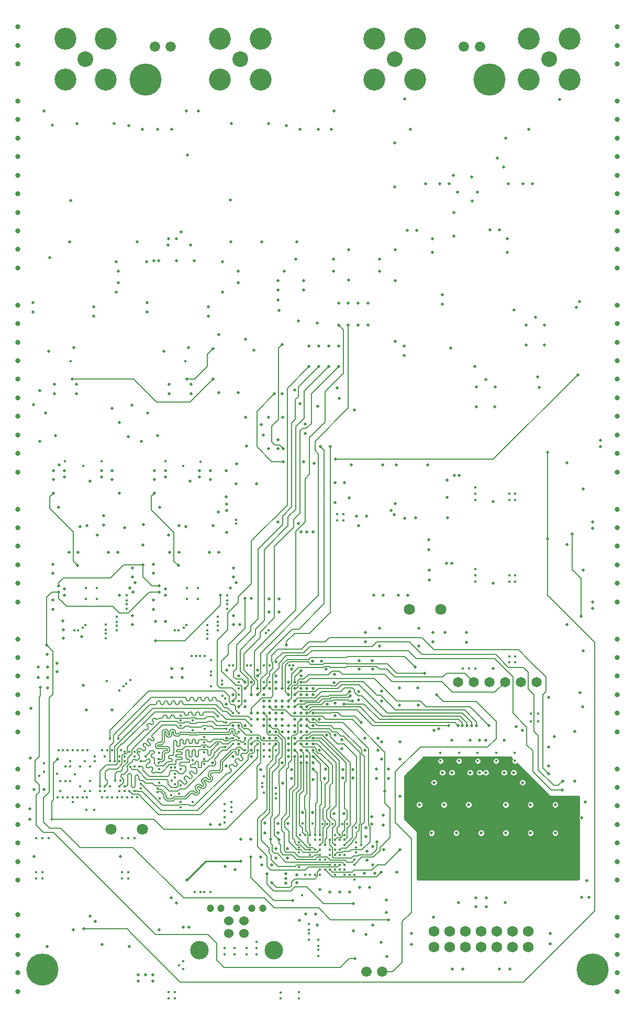
<source format=gbr>
G04 #@! TF.FileFunction,Copper,L3,Inr,Signal*
%FSLAX46Y46*%
G04 Gerber Fmt 4.6, Leading zero omitted, Abs format (unit mm)*
G04 Created by KiCad (PCBNEW 4.0.7) date 02/12/19 19:11:38*
%MOMM*%
%LPD*%
G01*
G04 APERTURE LIST*
%ADD10C,0.100000*%
%ADD11C,1.800000*%
%ADD12C,0.450000*%
%ADD13C,0.500000*%
%ADD14C,1.524000*%
%ADD15C,3.000000*%
%ADD16C,1.200000*%
%ADD17C,5.200000*%
%ADD18C,0.800000*%
%ADD19C,1.750000*%
%ADD20C,1.676400*%
%ADD21C,2.540000*%
%ADD22C,3.550000*%
%ADD23C,1.650000*%
%ADD24C,0.400000*%
%ADD25C,0.200000*%
%ADD26C,0.127000*%
%ADD27C,0.150000*%
%ADD28C,0.130000*%
%ADD29C,0.250000*%
%ADD30C,0.254000*%
G04 APERTURE END LIST*
D10*
D11*
X36630000Y-161680000D03*
X41710000Y-161680000D03*
D12*
X39139885Y-123854000D03*
X39699303Y-137500697D03*
X38000697Y-139199303D03*
X52150000Y-130850000D03*
X52153039Y-128658713D03*
X35717209Y-128599036D03*
X35717209Y-130791036D03*
X39139885Y-126046000D03*
X37570228Y-127330349D03*
X37570228Y-129522349D03*
X49604000Y-133673000D03*
X51796000Y-133673000D03*
X53870228Y-129522349D03*
X53870228Y-127330349D03*
X55439885Y-126046000D03*
X55439885Y-123854000D03*
X104500000Y-143000000D03*
X34350000Y-124450000D03*
X32550000Y-124450000D03*
X34350000Y-122650000D03*
X48850000Y-124450000D03*
X50650000Y-124450000D03*
X50650000Y-122650000D03*
X48850000Y-122650000D03*
X104500000Y-144225000D03*
X50111500Y-171850000D03*
X52688500Y-171850000D03*
X70150000Y-182138500D03*
X68650000Y-179538500D03*
X70150000Y-179561500D03*
X68650000Y-176961500D03*
D13*
X48300000Y-177500000D03*
X49250000Y-177500000D03*
D14*
X58150000Y-178490000D03*
X55650000Y-178490000D03*
X55650000Y-176490000D03*
X58150000Y-176490000D03*
D15*
X62920000Y-181200000D03*
X50880000Y-181200000D03*
D16*
X52650000Y-174490000D03*
X54400000Y-174490000D03*
X56900000Y-174490000D03*
X59400000Y-174490000D03*
X61150000Y-174490000D03*
D12*
X54950000Y-181900000D03*
X54950000Y-180900000D03*
X56550000Y-181900000D03*
X56550000Y-180900000D03*
X58550000Y-181900000D03*
X60150000Y-181900000D03*
X58550000Y-180900000D03*
X60150000Y-180900000D03*
X60150000Y-179850000D03*
D17*
X25500000Y-184400000D03*
D12*
X93500000Y-135675000D03*
X64000000Y-189000000D03*
X64000000Y-188100000D03*
X67000000Y-189000000D03*
X67000000Y-188000000D03*
X67500000Y-172300000D03*
D18*
X21500000Y-145900000D03*
X118500000Y-184900000D03*
X118500000Y-178900000D03*
D17*
X114500000Y-184400000D03*
D18*
X21500000Y-31900000D03*
X118500000Y-31900000D03*
X21500000Y-43900000D03*
X118500000Y-46900000D03*
X118500000Y-43900000D03*
X118500000Y-37900000D03*
X118500000Y-34900000D03*
D13*
X115800000Y-99800000D03*
X115800000Y-98800000D03*
X114500000Y-111950000D03*
X114500000Y-112950000D03*
X114500000Y-124950000D03*
X114500000Y-125950000D03*
D12*
X45900000Y-189000000D03*
X47650000Y-183650000D03*
D13*
X113900000Y-172700000D03*
X112700000Y-172700000D03*
D12*
X45900000Y-188000000D03*
D13*
X42200000Y-185200000D03*
X41000000Y-186200000D03*
X43400000Y-186200000D03*
X43400000Y-185200000D03*
D12*
X63300000Y-156650000D03*
X55000000Y-160600000D03*
X55000000Y-157650000D03*
X74200000Y-111700000D03*
X73200000Y-111700000D03*
X74200000Y-110700000D03*
X73200000Y-110700000D03*
X35050000Y-102150000D03*
X51100000Y-102200000D03*
X45400000Y-102165000D03*
X29150000Y-102150000D03*
X52800000Y-134300000D03*
X52800000Y-138600000D03*
X48648000Y-85940665D03*
X30122000Y-85940665D03*
X48300000Y-102900000D03*
X32077800Y-102925899D03*
X32550000Y-122650000D03*
X105650000Y-143000000D03*
X46900000Y-189000000D03*
X46900000Y-188000000D03*
D13*
X46300000Y-172800000D03*
X47150000Y-173650000D03*
X34050000Y-176550000D03*
D12*
X26500000Y-163100000D03*
X25500000Y-163100000D03*
X24500000Y-163100000D03*
X40400000Y-163100000D03*
X39400000Y-163100000D03*
X38400000Y-163100000D03*
X95500000Y-106400000D03*
X95500000Y-108400000D03*
X95500000Y-107400000D03*
X95500000Y-119600000D03*
X102000000Y-108400000D03*
X102000000Y-107400000D03*
X101000000Y-108400000D03*
X101000000Y-107400000D03*
X101000000Y-121600000D03*
X101000000Y-120600000D03*
X102000000Y-120600000D03*
X102000000Y-121600000D03*
X102000000Y-133700000D03*
X101000000Y-134700000D03*
X101000000Y-133700000D03*
X102000000Y-134700000D03*
X39400000Y-168600000D03*
X38400000Y-169600000D03*
X38400000Y-168600000D03*
X39400000Y-169600000D03*
X25500000Y-169600000D03*
X24500000Y-169600000D03*
X25500000Y-168600000D03*
X24500000Y-168600000D03*
X94500000Y-135675000D03*
X95500000Y-120600000D03*
X95500000Y-121600000D03*
X95500000Y-135675000D03*
X35900000Y-137700000D03*
X48250000Y-183050000D03*
X48250000Y-184250000D03*
X105650000Y-144225000D03*
X89900000Y-150600000D03*
X92900000Y-150600000D03*
X95900000Y-150600000D03*
X98900000Y-150600000D03*
X89900000Y-149300000D03*
X92900000Y-149300000D03*
X95900000Y-149300000D03*
X98900000Y-149300000D03*
D18*
X118500000Y-49900000D03*
X118500000Y-52900000D03*
X118500000Y-55900000D03*
X118500000Y-58900000D03*
X118500000Y-61900000D03*
X118500000Y-64900000D03*
X118500000Y-67900000D03*
X118500000Y-70900000D03*
X118500000Y-76900000D03*
X118500000Y-79900000D03*
X118500000Y-82900000D03*
X118500000Y-85900000D03*
X118500000Y-88900000D03*
X118500000Y-91900000D03*
X118500000Y-94900000D03*
X118500000Y-97900000D03*
X118500000Y-100900000D03*
X118500000Y-103900000D03*
X118500000Y-109900000D03*
X118500000Y-112900000D03*
X118500000Y-115900000D03*
X118500000Y-118900000D03*
X118500000Y-121900000D03*
X118500000Y-124900000D03*
X118500000Y-130900000D03*
X118500000Y-133900000D03*
X118500000Y-136900000D03*
X118500000Y-139900000D03*
X118500000Y-142900000D03*
X118500000Y-145900000D03*
X118500000Y-151900000D03*
X118500000Y-154900000D03*
X118500000Y-157900000D03*
X118500000Y-160900000D03*
X118500000Y-163900000D03*
X118500000Y-166900000D03*
X118500000Y-169900000D03*
X118500000Y-175900000D03*
X118500000Y-181900000D03*
X118500000Y-187900000D03*
X21500000Y-34900000D03*
X21500000Y-37900000D03*
X21500000Y-46900000D03*
X21500000Y-49900000D03*
X21500000Y-52900000D03*
X21500000Y-55900000D03*
X21500000Y-58900000D03*
X21500000Y-61900000D03*
X21500000Y-64900000D03*
X21500000Y-67900000D03*
X21500000Y-70900000D03*
X21500000Y-76900000D03*
X21500000Y-79900000D03*
X21500000Y-82900000D03*
X21500000Y-85900000D03*
X21500000Y-88900000D03*
X21500000Y-91900000D03*
X21500000Y-94900000D03*
X21500000Y-97900000D03*
X21500000Y-100900000D03*
X21500000Y-103900000D03*
X21500000Y-109900000D03*
X21500000Y-112900000D03*
X21500000Y-115900000D03*
X21500000Y-118900000D03*
X21500000Y-121900000D03*
X21500000Y-124900000D03*
X21500000Y-130900000D03*
X21500000Y-133900000D03*
X21500000Y-136900000D03*
X21500000Y-139900000D03*
X21500000Y-142900000D03*
X21500000Y-151900000D03*
X21500000Y-154900000D03*
X21500000Y-157900000D03*
X21500000Y-160900000D03*
X21500000Y-163900000D03*
X21500000Y-166900000D03*
X21500000Y-169900000D03*
X21500000Y-175500000D03*
X21500000Y-178900000D03*
X21500000Y-181900000D03*
X21500000Y-184900000D03*
D12*
X61300000Y-153150000D03*
X49800000Y-157300000D03*
X49800000Y-150500000D03*
X49800000Y-145650000D03*
X49800000Y-144100000D03*
X61300000Y-155750000D03*
X44500000Y-156650000D03*
X44400000Y-154100000D03*
X46900000Y-154400000D03*
X46900000Y-151700000D03*
X44400000Y-151900000D03*
D17*
X97800000Y-40400000D03*
D13*
X33250000Y-175750000D03*
X41000000Y-185200000D03*
D17*
X42200000Y-40400000D03*
D12*
X44400000Y-149300000D03*
D18*
X21500000Y-187900000D03*
D12*
X101900000Y-149300000D03*
X101900000Y-150600000D03*
D19*
X104074000Y-178160000D03*
X104074000Y-180700000D03*
X101534000Y-178160000D03*
X101534000Y-180700000D03*
X98994000Y-178160000D03*
X98994000Y-180700000D03*
X96454000Y-178160000D03*
X96454000Y-180700000D03*
X93914000Y-178160000D03*
X93914000Y-180700000D03*
X91374000Y-178160000D03*
X91374000Y-180700000D03*
X88834000Y-178160000D03*
X88834000Y-180700000D03*
D20*
X46289250Y-35092400D03*
X43710750Y-35092400D03*
X96289250Y-35092400D03*
X93710750Y-35092400D03*
X77907750Y-184707600D03*
X80486250Y-184707600D03*
D21*
X107496000Y-37146000D03*
D22*
X104198000Y-33848000D03*
X110798000Y-33848000D03*
X104198000Y-40448000D03*
X110798000Y-40448000D03*
D21*
X82496000Y-37146000D03*
D22*
X79198000Y-33848000D03*
X85798000Y-33848000D03*
X79198000Y-40448000D03*
X85798000Y-40448000D03*
D21*
X57496000Y-37146000D03*
D22*
X54198000Y-33848000D03*
X60798000Y-33848000D03*
X54198000Y-40448000D03*
X60798000Y-40448000D03*
D21*
X32496000Y-37146000D03*
D22*
X29198000Y-33848000D03*
X35798000Y-33848000D03*
X29198000Y-40448000D03*
X35798000Y-40448000D03*
D23*
X92700000Y-137850000D03*
X95240000Y-137850000D03*
X97780000Y-137850000D03*
X100320000Y-137850000D03*
X102860000Y-137850000D03*
X105400000Y-137850000D03*
D11*
X84890000Y-126120000D03*
X89970000Y-126120000D03*
D13*
X62100000Y-47500000D03*
X37100000Y-47500000D03*
X112850000Y-141887000D03*
X111850000Y-77250000D03*
X80300000Y-180000000D03*
X40100000Y-128600000D03*
X56400000Y-128600000D03*
X31900000Y-130550000D03*
X27200000Y-126100000D03*
X29100000Y-123800000D03*
X27200000Y-118800000D03*
X29800000Y-116900000D03*
X40100000Y-119400000D03*
X37713234Y-116903822D03*
X45400000Y-128100000D03*
X43500000Y-118800000D03*
X46100000Y-116900000D03*
X41800000Y-115700000D03*
X43500000Y-126100000D03*
X45400000Y-123800000D03*
X56400000Y-119400000D03*
X54013234Y-116903822D03*
X39400000Y-98200000D03*
X64900000Y-169650000D03*
X105900000Y-90200000D03*
X75800000Y-178100000D03*
X111600000Y-153900000D03*
X68100000Y-175400000D03*
X69700000Y-175400000D03*
X76650000Y-112550000D03*
X64300000Y-144900000D03*
X65300000Y-144900000D03*
X107650000Y-178550000D03*
X107650000Y-180250000D03*
X59200000Y-163300000D03*
X23500000Y-158400000D03*
X23500000Y-160100000D03*
X109136000Y-43614000D03*
X95450000Y-86850000D03*
X101800000Y-77700000D03*
X85000000Y-48450000D03*
X104150000Y-48450000D03*
X25730000Y-45470000D03*
X50730000Y-45530000D03*
X44100000Y-48500000D03*
X46400000Y-48500000D03*
X65000000Y-47900000D03*
X67200000Y-48500000D03*
X39500000Y-47900000D03*
X41700000Y-48500000D03*
X43528100Y-69700000D03*
X47184100Y-69700000D03*
X88800000Y-175900000D03*
X85200000Y-180300000D03*
X85200000Y-178500000D03*
X99400000Y-184300000D03*
X101100000Y-184300000D03*
X91800000Y-184300000D03*
X93500000Y-184300000D03*
X100400000Y-173500000D03*
X92800000Y-173500000D03*
X84061244Y-43592814D03*
X95650000Y-172800000D03*
X97350000Y-172800000D03*
X113300000Y-157300000D03*
X104450000Y-157700000D03*
X108450000Y-157700000D03*
X100450000Y-157700000D03*
X90450000Y-157700000D03*
X94450000Y-157700000D03*
X86450000Y-157700000D03*
X96200000Y-152500000D03*
X96202948Y-147300000D03*
X44400000Y-177950000D03*
X105600000Y-88500000D03*
X54050000Y-81700000D03*
X54050000Y-91100000D03*
X82600000Y-109000000D03*
X73150000Y-90300000D03*
X66350000Y-90600000D03*
X61250000Y-97950000D03*
X64350000Y-95000000D03*
X29100000Y-104700000D03*
X35050000Y-104700000D03*
X50900000Y-104700000D03*
X45400000Y-104700000D03*
X24850000Y-137100000D03*
X79788519Y-148911481D03*
X25050000Y-90700000D03*
X60100000Y-105800000D03*
X56900000Y-102600000D03*
X69450000Y-102500000D03*
X60900000Y-96250000D03*
X68050000Y-97650000D03*
X63600000Y-112000000D03*
X24850000Y-135400000D03*
X45950000Y-114100000D03*
X34400000Y-114100000D03*
X52650000Y-105150000D03*
X43600000Y-105150000D03*
X31650000Y-112700000D03*
D24*
X67000000Y-164600000D03*
D13*
X78800000Y-159600000D03*
X66900000Y-79500000D03*
X70000000Y-79800000D03*
X99400000Y-64750000D03*
X27300000Y-105150000D03*
X69250000Y-153600000D03*
X52988512Y-150911488D03*
D24*
X36800000Y-156500000D03*
D13*
X62100000Y-100150000D03*
X63750000Y-77800000D03*
X63600000Y-76100000D03*
X63600000Y-72900000D03*
X67800000Y-72900000D03*
X72700000Y-45500000D03*
X48775000Y-45500000D03*
X42450000Y-78000000D03*
X52350000Y-77200000D03*
X33850000Y-77200000D03*
X23950000Y-78000000D03*
X75450000Y-102750000D03*
X80550000Y-102750000D03*
X82750000Y-102750000D03*
X87850000Y-102750000D03*
X74360000Y-105600000D03*
X72840000Y-108830000D03*
X76350000Y-111050000D03*
X84100000Y-111350000D03*
X79100000Y-123850000D03*
X83100000Y-123850000D03*
X95716000Y-93367000D03*
X98688000Y-93367000D03*
X107350000Y-151400000D03*
X113550000Y-169950000D03*
X92450000Y-162250000D03*
X112750000Y-159800000D03*
X80750000Y-165000000D03*
X82800000Y-168600000D03*
D24*
X27900000Y-152700000D03*
D13*
X62200000Y-124400000D03*
X62200000Y-126500000D03*
X55300000Y-110100000D03*
X53950000Y-110400000D03*
X41850000Y-112400000D03*
X38800000Y-112900000D03*
X35450000Y-112450000D03*
X88050000Y-121400000D03*
X87990358Y-114846924D03*
X36800000Y-105150000D03*
X46400000Y-137100000D03*
X48150000Y-137100000D03*
X94100000Y-131450000D03*
X32650000Y-142400000D03*
X36750000Y-142400000D03*
X32075000Y-138400000D03*
X27900000Y-134800000D03*
X108350000Y-146700000D03*
X103150000Y-145700000D03*
X88850000Y-145700000D03*
X88850000Y-154100000D03*
X103150000Y-154100000D03*
X101700000Y-152500000D03*
D24*
X28100000Y-148900000D03*
X38200000Y-148900000D03*
D13*
X81500000Y-153500000D03*
X72800000Y-146400000D03*
X64400000Y-154200000D03*
X65800000Y-153500000D03*
X75750000Y-153400000D03*
X67600000Y-159000000D03*
X71150000Y-153500000D03*
X86250000Y-138800000D03*
X83250000Y-138800000D03*
X76650000Y-139400000D03*
X80350000Y-139300000D03*
X79500000Y-153500000D03*
X80350000Y-150300000D03*
X83350000Y-150300000D03*
X72700000Y-138000000D03*
X78850000Y-134400000D03*
X76700000Y-134400000D03*
X74250000Y-159100000D03*
X63300000Y-166300000D03*
X65100000Y-166300000D03*
X64900000Y-170400000D03*
X66700000Y-170300000D03*
X80600000Y-159400000D03*
X78000000Y-166700000D03*
X78400000Y-171050000D03*
X76800000Y-171050000D03*
X74100000Y-153400000D03*
X73950000Y-148600000D03*
X77650000Y-148900000D03*
D24*
X32800000Y-148900000D03*
X28000000Y-156500000D03*
X32700000Y-156500000D03*
D13*
X62600000Y-167400000D03*
X61000000Y-167400000D03*
X81100000Y-173100000D03*
D24*
X38100000Y-153800000D03*
D13*
X24200000Y-155200000D03*
X23600000Y-150200000D03*
X48750000Y-112700000D03*
X49450000Y-67193100D03*
X72800000Y-141250000D03*
X72800000Y-143300000D03*
X69200000Y-134500000D03*
X61500000Y-160650000D03*
X65200000Y-160750000D03*
X78900000Y-167450000D03*
D24*
X74400000Y-168200000D03*
D13*
X91552200Y-83902200D03*
X82552200Y-82802200D03*
X69300000Y-138900000D03*
X59300000Y-137900000D03*
X63300000Y-136900000D03*
X58300000Y-141900000D03*
X61300000Y-141900000D03*
X54200000Y-160950000D03*
X64300000Y-140900000D03*
X58300000Y-144900000D03*
D24*
X28800000Y-156500000D03*
D13*
X88450000Y-162250000D03*
X96450000Y-162250000D03*
X110350000Y-128600000D03*
X30500000Y-177950000D03*
X110350000Y-102400000D03*
X110350000Y-115600000D03*
D24*
X36000000Y-148900000D03*
X32000000Y-156500000D03*
X32000000Y-148900000D03*
X38800000Y-149100000D03*
X38800000Y-155500000D03*
X34000000Y-149900000D03*
X38000000Y-150700000D03*
X40400000Y-151500000D03*
X40000000Y-156500000D03*
X40800000Y-156500000D03*
X30400000Y-156500000D03*
X38000000Y-155500000D03*
X38000000Y-149900000D03*
X30400000Y-148900000D03*
X28800000Y-148900000D03*
X32400000Y-150700000D03*
X38800000Y-150700000D03*
X40400000Y-149100000D03*
X34800000Y-155500000D03*
X35600000Y-155500000D03*
X36000000Y-156500000D03*
D13*
X63300000Y-145900000D03*
X66300000Y-142900000D03*
X64300000Y-143900000D03*
X65300000Y-145900000D03*
D24*
X74000000Y-160800000D03*
D13*
X63600000Y-160750000D03*
X75200000Y-171800000D03*
D24*
X72800000Y-168200000D03*
D13*
X73600000Y-171800000D03*
D24*
X74400000Y-162600000D03*
X71600000Y-160800000D03*
X72800000Y-162600000D03*
X76200000Y-161400000D03*
X74800000Y-160800000D03*
X71200000Y-166600000D03*
X70400000Y-166600000D03*
X74400000Y-165800000D03*
D13*
X72000000Y-171800000D03*
D24*
X67600000Y-160750000D03*
X76200000Y-164600000D03*
D13*
X62300000Y-145900000D03*
X65300000Y-147900000D03*
D24*
X76000000Y-169800000D03*
X70400000Y-169000000D03*
X69600000Y-169000000D03*
X68800000Y-169000000D03*
D13*
X31000000Y-91243000D03*
X100460000Y-162250000D03*
X45800000Y-67200000D03*
X37450000Y-74803000D03*
X37450000Y-69900000D03*
X82550000Y-67976000D03*
X82550000Y-72924000D03*
X75050000Y-72874000D03*
X75050000Y-67976000D03*
X54648000Y-69900000D03*
X54645000Y-74824000D03*
X27450000Y-91243000D03*
X49550000Y-91250000D03*
X46000000Y-91243000D03*
X86050000Y-64850000D03*
X90176200Y-75257200D03*
X106688000Y-83367000D03*
X103716000Y-83367000D03*
X104762000Y-57300000D03*
X91300000Y-57300000D03*
X92656900Y-58653900D03*
X94980900Y-56149100D03*
X100696000Y-66185000D03*
X88600000Y-66193000D03*
X44500000Y-109595204D03*
X28174000Y-109624000D03*
X84040200Y-85064200D03*
X108450000Y-162250000D03*
X26502500Y-84367500D03*
X49133000Y-83750000D03*
X30607000Y-83750000D03*
X55897000Y-59933000D03*
X30099000Y-59950000D03*
X72286000Y-48500000D03*
X70127000Y-48500000D03*
X100200000Y-152500000D03*
X97200000Y-152500000D03*
X94702948Y-152500000D03*
X91700000Y-152500000D03*
X90200000Y-152500000D03*
X91700000Y-147300000D03*
X94700000Y-147300000D03*
X97202948Y-147300000D03*
X100202948Y-147300000D03*
X80000000Y-129200000D03*
X77750000Y-129800000D03*
X104450000Y-162250000D03*
X91001064Y-108002574D03*
X45155500Y-84367500D03*
X88650000Y-131400000D03*
X86400000Y-132000000D03*
X73500000Y-92000000D03*
X70050000Y-93250000D03*
X77850000Y-161400000D03*
X56300000Y-149900000D03*
X70300000Y-148900000D03*
X67300000Y-149900000D03*
X71300000Y-151900000D03*
X71550000Y-141400000D03*
X67300000Y-139900000D03*
X56300000Y-139900000D03*
X65800000Y-135800000D03*
X55300000Y-135900000D03*
X67300000Y-142900000D03*
X63300000Y-142900000D03*
X69300000Y-144900000D03*
X66300000Y-146900000D03*
X64300000Y-142900000D03*
X61300000Y-143900000D03*
X62300000Y-142900000D03*
X66300000Y-144900000D03*
X64300000Y-145900000D03*
X59300000Y-148900000D03*
X64300000Y-150900000D03*
X60800000Y-152000000D03*
X55300000Y-146903200D03*
X64300000Y-141900000D03*
X63300000Y-146900000D03*
X23650000Y-142150000D03*
X55100000Y-167700000D03*
X77800000Y-178650000D03*
X35200000Y-180300000D03*
X78900000Y-177200000D03*
X81100000Y-175100000D03*
X38100000Y-166100000D03*
D24*
X67000000Y-165415500D03*
D13*
X63600000Y-162300000D03*
X61500000Y-162300000D03*
X77850000Y-162900000D03*
X72700000Y-159100000D03*
D24*
X67200000Y-162600000D03*
X73600000Y-168200000D03*
X70800000Y-160800000D03*
X72400000Y-160800000D03*
X68800000Y-165800000D03*
X76200000Y-163800000D03*
X68000000Y-169000000D03*
D13*
X39550000Y-180600000D03*
X69939272Y-177200616D03*
X67300000Y-136900000D03*
X71400000Y-135800000D03*
X69300000Y-139900000D03*
X81250000Y-182250000D03*
X26400000Y-137100000D03*
X26400000Y-135400000D03*
X107350000Y-148400000D03*
X53100000Y-112600000D03*
X55300000Y-113700000D03*
X27900000Y-136200000D03*
X80000000Y-132000000D03*
X77750000Y-131400000D03*
X70600000Y-134500000D03*
X72715500Y-136600000D03*
X78900000Y-135800000D03*
X76700000Y-135800000D03*
X113000000Y-106600000D03*
X98450000Y-108650000D03*
X26400000Y-138800000D03*
X59730000Y-84185000D03*
X67200000Y-92850000D03*
X27300000Y-103700000D03*
X43600000Y-103700000D03*
X27650000Y-98000000D03*
X44150000Y-98000000D03*
X39950000Y-93100000D03*
X68050000Y-96150000D03*
X100850000Y-57300000D03*
X87500000Y-57300000D03*
X45400000Y-103650000D03*
X29100000Y-103700000D03*
X28200000Y-102750000D03*
X37950000Y-107300000D03*
X67800000Y-74500000D03*
X52350000Y-78700000D03*
X33850000Y-78700000D03*
X33208000Y-105375000D03*
X49364771Y-105366229D03*
X66637188Y-66718812D03*
X55969188Y-66718812D03*
X40856188Y-66718812D03*
X29934188Y-66718812D03*
X31000000Y-89719000D03*
X49550000Y-89719000D03*
X90176200Y-76762200D03*
X105227000Y-78890000D03*
X106688000Y-80097000D03*
X103716000Y-80097000D03*
X103250000Y-57300000D03*
X92011000Y-55950000D03*
X100113000Y-54600000D03*
X89800000Y-57300000D03*
X100704000Y-68343000D03*
X64300000Y-91250000D03*
X36800000Y-103650000D03*
X35050000Y-103650000D03*
X52650000Y-103650000D03*
X26000000Y-94350000D03*
X42500000Y-94400000D03*
X45982000Y-89719000D03*
X50900000Y-103650000D03*
X63600000Y-74500000D03*
X42450000Y-76500000D03*
X23950000Y-76500000D03*
X27450000Y-89719000D03*
X97917000Y-64735000D03*
X84550000Y-64850000D03*
X98724309Y-90090309D03*
X95679691Y-90090309D03*
X97227000Y-88974000D03*
X88600000Y-68344000D03*
X84040200Y-83540200D03*
X37822000Y-71400000D03*
X57200000Y-71400000D03*
X72600000Y-71400000D03*
X80000000Y-71400000D03*
X64600000Y-71400000D03*
X37822000Y-73300000D03*
X57164000Y-73300000D03*
X72600000Y-69500000D03*
X80000000Y-69500000D03*
X66500000Y-69500000D03*
X53150000Y-83950000D03*
X48900000Y-88900000D03*
X47500000Y-119000000D03*
X43600000Y-107350000D03*
X31200000Y-119000000D03*
X27300000Y-107350000D03*
X95650000Y-174200000D03*
X97350000Y-174200000D03*
X53150000Y-88850000D03*
X30372000Y-88872000D03*
X111050000Y-158250000D03*
X111800000Y-157300000D03*
X106550000Y-157700000D03*
X98550000Y-157700000D03*
X102550000Y-157700000D03*
X92550000Y-157700000D03*
X88550000Y-157700000D03*
X84550000Y-157698000D03*
X86550000Y-162250000D03*
X94550000Y-162250000D03*
X106550000Y-162250000D03*
X102550000Y-162250000D03*
X98560000Y-162250000D03*
X90550000Y-162250000D03*
D12*
X51111500Y-171850000D03*
D13*
X61018812Y-66718812D03*
X47200000Y-66200000D03*
X26700000Y-69200000D03*
X42400000Y-69900000D03*
X89250000Y-139900000D03*
X78200000Y-76600000D03*
X76600000Y-76600000D03*
D12*
X51688500Y-171850000D03*
D13*
X47950000Y-65100000D03*
X73400000Y-83500000D03*
X50100000Y-69700000D03*
X70200000Y-83500000D03*
X71800000Y-83500000D03*
X45900000Y-66200000D03*
X44290100Y-69700000D03*
X68600000Y-83500000D03*
D24*
X72800000Y-164200000D03*
D13*
X69300000Y-147900000D03*
X92075000Y-65786000D03*
X92075000Y-61976000D03*
X63035000Y-91265000D03*
X64500000Y-102200000D03*
X64500000Y-100100000D03*
X64300000Y-83250000D03*
X67300000Y-136000000D03*
X66300000Y-137900000D03*
X68300000Y-113600000D03*
X68300000Y-138900000D03*
X69300000Y-113600000D03*
X68300000Y-139900000D03*
X69300000Y-148900000D03*
D24*
X70400000Y-164200000D03*
X71200000Y-164200000D03*
D13*
X67300000Y-147900000D03*
X99100000Y-53100000D03*
X95864900Y-58653900D03*
X56100000Y-47500000D03*
X31100000Y-47500000D03*
X55200000Y-151400000D03*
X62300000Y-143900000D03*
X60300000Y-135900000D03*
X55200000Y-141400000D03*
X60300000Y-143900000D03*
X60300000Y-142900000D03*
X61300000Y-139900000D03*
X61300000Y-144900000D03*
X65300000Y-141900000D03*
X63300000Y-144900000D03*
X62300000Y-148900000D03*
X57300000Y-147900000D03*
X57300000Y-136900000D03*
X65300000Y-137900000D03*
X58300000Y-140900000D03*
X59300000Y-149900000D03*
X56300000Y-144900000D03*
X57400000Y-128600000D03*
X40100000Y-127100000D03*
X56400000Y-127100000D03*
X90650000Y-129800000D03*
X27200000Y-124600000D03*
X28900000Y-130750000D03*
X28900000Y-129450000D03*
X43800000Y-128100000D03*
X43500000Y-124600000D03*
X56700000Y-168150000D03*
X65140500Y-164800000D03*
X57600000Y-163300000D03*
X86400000Y-129200000D03*
X88650000Y-129800000D03*
X78800000Y-160800000D03*
X67100000Y-176400000D03*
X63800000Y-124400000D03*
X63800000Y-126500000D03*
X46400000Y-135700000D03*
X48150000Y-135700000D03*
X94100000Y-129850000D03*
X81500000Y-151900000D03*
X75750000Y-152000000D03*
X69200000Y-159000000D03*
X79500000Y-151900000D03*
X78000000Y-165200000D03*
X60800000Y-166200000D03*
X63300000Y-164800000D03*
X64900000Y-168900000D03*
X66700000Y-169000000D03*
X80600000Y-161000000D03*
X74100000Y-152000000D03*
X83300000Y-156350000D03*
X77600000Y-168800000D03*
X79250000Y-168800000D03*
X52700000Y-160950000D03*
X113000000Y-119800000D03*
X98450000Y-121850000D03*
D24*
X66995688Y-163794783D03*
X73600000Y-165800000D03*
D13*
X78900000Y-164450000D03*
D24*
X73600000Y-163400000D03*
X69200000Y-160750000D03*
X76200000Y-165400000D03*
X76000000Y-169000000D03*
X67000000Y-167800000D03*
D13*
X26250000Y-133400000D03*
X61300000Y-140900000D03*
X62300000Y-140900000D03*
X32750000Y-112600000D03*
X35455500Y-110950000D03*
X47650000Y-112600000D03*
X63300000Y-143900000D03*
X62300000Y-146900000D03*
X63300000Y-140900000D03*
X65300000Y-146900000D03*
X60300000Y-146900000D03*
X86300000Y-141600000D03*
X83250000Y-141600000D03*
X76650000Y-140800000D03*
X80350000Y-140900000D03*
X80350000Y-147500000D03*
X83350000Y-147500000D03*
X73950000Y-147200000D03*
X79800000Y-146900000D03*
X77650000Y-146900000D03*
X66300000Y-143900000D03*
X98450000Y-135675000D03*
X113000000Y-132800000D03*
X66300000Y-145900000D03*
X63300000Y-141900000D03*
X61300000Y-146900000D03*
X71500000Y-146400000D03*
X68300000Y-147900000D03*
X70300000Y-143900000D03*
X69300000Y-150900000D03*
X65800000Y-152000000D03*
X65300000Y-148900000D03*
D24*
X39200000Y-156500000D03*
X38400000Y-156500000D03*
X37600000Y-156500000D03*
D13*
X25800000Y-155200000D03*
D24*
X36400000Y-154700000D03*
D13*
X24200000Y-166100000D03*
D24*
X29600000Y-156500000D03*
D13*
X26300000Y-180600000D03*
D24*
X36800000Y-148900000D03*
X34000000Y-150700000D03*
X41200000Y-149100000D03*
X41400000Y-155100000D03*
X40400000Y-149900000D03*
X31200000Y-156500000D03*
X29600000Y-148900000D03*
X31200000Y-148900000D03*
X38800000Y-149900000D03*
X39600000Y-149100000D03*
X35600000Y-149900000D03*
X35200000Y-156500000D03*
X33200000Y-155500000D03*
D13*
X83300000Y-165000000D03*
D24*
X72000000Y-168200000D03*
D13*
X80300000Y-168600000D03*
D24*
X71200000Y-168200000D03*
D12*
X68650000Y-178538500D03*
X68650000Y-177961500D03*
D13*
X41550000Y-98900000D03*
X57200000Y-91100000D03*
X58400000Y-82450000D03*
X63600000Y-98700000D03*
X62100000Y-95000000D03*
X25050000Y-98900000D03*
X58400000Y-95000000D03*
X87300000Y-136400000D03*
X65300000Y-139900000D03*
X65300000Y-138900000D03*
X65300000Y-140900000D03*
X75100000Y-108090000D03*
X85900000Y-111300000D03*
X49000000Y-52600000D03*
X75000000Y-76600000D03*
X73400000Y-76600000D03*
X27112000Y-47793000D03*
X70500000Y-99800000D03*
X60300000Y-139900000D03*
X72100000Y-99800000D03*
X65000000Y-131900000D03*
D12*
X50404000Y-133673000D03*
X57300000Y-138900000D03*
X50996000Y-133673000D03*
X57300000Y-137900000D03*
X66096000Y-135200000D03*
X56850000Y-111604000D03*
X56850000Y-112196000D03*
X65504000Y-135200000D03*
D13*
X75600000Y-140900000D03*
X68300000Y-141900000D03*
X66300000Y-141900000D03*
X75300000Y-140100000D03*
X78200000Y-80100000D03*
X76600000Y-80100000D03*
X67300000Y-140900000D03*
X75200000Y-139400000D03*
X62300000Y-144900000D03*
X63750000Y-163350000D03*
D24*
X76000000Y-166600000D03*
D13*
X61300000Y-142900000D03*
X62400000Y-163300000D03*
D24*
X74400000Y-167397990D03*
X51700000Y-146800000D03*
X61300000Y-147900000D03*
X51700000Y-147600000D03*
X58300000Y-147900000D03*
X51800000Y-145400000D03*
X62300000Y-147900000D03*
X55000000Y-158700000D03*
X63300000Y-155000000D03*
X51700000Y-148400000D03*
X61300000Y-148900000D03*
X51700000Y-151100000D03*
X63300000Y-148900000D03*
X51700000Y-149200000D03*
X61300000Y-149900000D03*
X55000000Y-159700000D03*
X63300000Y-155900000D03*
D12*
X46900000Y-152704000D03*
X61100000Y-154222157D03*
X46900000Y-153296000D03*
X61100000Y-154814157D03*
D13*
X59300000Y-147900000D03*
X28000000Y-150300000D03*
D12*
X27000000Y-160100000D03*
X44300000Y-150896000D03*
D24*
X57300000Y-146900000D03*
D12*
X44300000Y-150304000D03*
D24*
X57300000Y-145900000D03*
D12*
X44170000Y-155696000D03*
D24*
X57300000Y-148900000D03*
D12*
X44170000Y-155104000D03*
D24*
X58300000Y-148900000D03*
X51700000Y-150300000D03*
X62300000Y-149900000D03*
D13*
X55950000Y-122600000D03*
X39650000Y-122600000D03*
X56800000Y-121800000D03*
X40500000Y-121800000D03*
D24*
X74400000Y-163400000D03*
D13*
X68300000Y-146900000D03*
X67300000Y-144900000D03*
D24*
X72800000Y-165000000D03*
X77100000Y-164200000D03*
D13*
X68300000Y-143900000D03*
D24*
X72800000Y-165800000D03*
D13*
X69300000Y-143900000D03*
X68300000Y-149900000D03*
D24*
X70411500Y-163400000D03*
D13*
X93400000Y-144900000D03*
X74300000Y-141400000D03*
D24*
X74400000Y-164200000D03*
D13*
X67300000Y-146900000D03*
D24*
X73600000Y-165000000D03*
D13*
X68300000Y-144900000D03*
X67300000Y-145900000D03*
D24*
X72000000Y-165800000D03*
D13*
X77100000Y-144400000D03*
X69300000Y-142900000D03*
X66300000Y-147900000D03*
D24*
X73600000Y-162600000D03*
D13*
X68300000Y-145900000D03*
D24*
X72000000Y-165000000D03*
X69600000Y-165000000D03*
D13*
X67300000Y-150900000D03*
X66300000Y-140900000D03*
X94200000Y-144900000D03*
X95700000Y-144900000D03*
X66300000Y-138900000D03*
X97700000Y-144900000D03*
X67300000Y-137900000D03*
D24*
X70400000Y-165000000D03*
D13*
X66300000Y-149900000D03*
X69300000Y-151900000D03*
D24*
X69600000Y-162600000D03*
X68800000Y-162600000D03*
D13*
X68300000Y-148900000D03*
X67300000Y-148900000D03*
D24*
X68000000Y-162600000D03*
D13*
X59300000Y-142900000D03*
X109600000Y-155300000D03*
X67300000Y-113600000D03*
X67300000Y-138900000D03*
X65300000Y-149900000D03*
D24*
X69600000Y-163400000D03*
D13*
X68300000Y-150900000D03*
D24*
X68800000Y-164200000D03*
D13*
X94900000Y-144900000D03*
X66300000Y-139900000D03*
X107400000Y-152700000D03*
X61300000Y-138900000D03*
X109650000Y-153900000D03*
X63300000Y-137900000D03*
X63300000Y-134600000D03*
X69300000Y-146900000D03*
D24*
X72800000Y-163400000D03*
D13*
X66300000Y-148900000D03*
D24*
X68800000Y-165000000D03*
D13*
X67300000Y-143900000D03*
D24*
X70400000Y-165800000D03*
D13*
X67300000Y-141900000D03*
X92700000Y-144900000D03*
X63300000Y-147900000D03*
D24*
X73600000Y-167397990D03*
D13*
X91200000Y-144900000D03*
X68300000Y-142900000D03*
D24*
X59300000Y-145900000D03*
X37300000Y-153800000D03*
X59300000Y-144900000D03*
X37200000Y-150700000D03*
X56300000Y-147900000D03*
X38800000Y-154700000D03*
X59300000Y-143900000D03*
X37800000Y-147000000D03*
X55100000Y-148400000D03*
X39700000Y-151600000D03*
X60300000Y-148900000D03*
X39600000Y-155500000D03*
X55200000Y-145400000D03*
X38000000Y-154700000D03*
X58300000Y-146900000D03*
X41400000Y-150700000D03*
D13*
X57300000Y-144900000D03*
D24*
X72000000Y-167400000D03*
X55200000Y-144400000D03*
X35600000Y-154700000D03*
X57300000Y-142900000D03*
X36400000Y-147000000D03*
X60300000Y-147900000D03*
X40400000Y-155500000D03*
X53900000Y-143400000D03*
X34800000Y-154700000D03*
D12*
X56300000Y-142900000D03*
D24*
X36400000Y-150700000D03*
X56300000Y-146903200D03*
X42200000Y-149900000D03*
X59300000Y-146900000D03*
X41400000Y-154300000D03*
X53900000Y-147900000D03*
X41200000Y-151500000D03*
D12*
X70150000Y-181138500D03*
X70150000Y-180561500D03*
D13*
X112350000Y-76300000D03*
X112500000Y-139600000D03*
X72900000Y-101800000D03*
X112100000Y-88150000D03*
X69300000Y-149900000D03*
D24*
X70400000Y-162600000D03*
D13*
X59300000Y-139900000D03*
X73400000Y-86850000D03*
X60300000Y-136900000D03*
X75000000Y-80100000D03*
X73400000Y-80100000D03*
X60300000Y-138900000D03*
X58300000Y-137900000D03*
X70200000Y-86850000D03*
X58300000Y-138900000D03*
X71800000Y-86850000D03*
X56300000Y-140900000D03*
X68600000Y-86850000D03*
X59300000Y-124300000D03*
X58500000Y-99700000D03*
X62300000Y-141900000D03*
X80900000Y-155500000D03*
D24*
X76000000Y-167400000D03*
D13*
X63300000Y-138900000D03*
X89600000Y-145400000D03*
X102100000Y-145100000D03*
X62300000Y-138900000D03*
D12*
X39059303Y-138140697D03*
X31246000Y-129500000D03*
X38640697Y-138559303D03*
X30654000Y-129500000D03*
X32459303Y-128690697D03*
X54640697Y-140100697D03*
X55059303Y-140519303D03*
X32040697Y-129109303D03*
X57300000Y-139900000D03*
X35717209Y-129991036D03*
X57300000Y-140900000D03*
X35717209Y-129399036D03*
X54550000Y-138196000D03*
X37570228Y-128722349D03*
X54550000Y-137604000D03*
X37570228Y-128130349D03*
X52800000Y-136746000D03*
X39139885Y-125246000D03*
X52800000Y-136154000D03*
X39139885Y-124654000D03*
X46954000Y-129500000D03*
X55704000Y-135200000D03*
X47546000Y-129500000D03*
X56296000Y-135200000D03*
X62300000Y-137900000D03*
X52153039Y-129458713D03*
X61300000Y-137900000D03*
X52153039Y-130050713D03*
X48759303Y-128690697D03*
X59196000Y-135200000D03*
X58604000Y-135200000D03*
X48340697Y-129109303D03*
X53870228Y-128722349D03*
X61300000Y-135200000D03*
X53870228Y-128130349D03*
X62300000Y-135200000D03*
D13*
X29100000Y-122800000D03*
X27200000Y-120300000D03*
X31300000Y-116900000D03*
X40100000Y-120900000D03*
X36200000Y-116900000D03*
X43500000Y-120300000D03*
X47600000Y-116900000D03*
X52500000Y-116900000D03*
X45400000Y-122800000D03*
X56400000Y-120900000D03*
X88050000Y-119800000D03*
X87990358Y-116446924D03*
X91700000Y-118650000D03*
X90900000Y-118650000D03*
D24*
X30800000Y-152800000D03*
X25800000Y-151000000D03*
X25000000Y-153000000D03*
X25800000Y-152350000D03*
X32400000Y-155500000D03*
X35192500Y-148900000D03*
D13*
X100450000Y-49950000D03*
X94996000Y-60071000D03*
X82500000Y-57800000D03*
X82500000Y-50700000D03*
D24*
X47900000Y-143300000D03*
X30000000Y-150700000D03*
X47900000Y-144900000D03*
X31600000Y-151500000D03*
X47900000Y-151900000D03*
X30000000Y-151500000D03*
X46400000Y-153800000D03*
X30000000Y-153900000D03*
X47900000Y-154600000D03*
X33200000Y-153900000D03*
X46300000Y-156200000D03*
X29200000Y-153900000D03*
X47900000Y-157300000D03*
X28400000Y-155500000D03*
X56100000Y-158100000D03*
X33900000Y-158500000D03*
X56100000Y-158900000D03*
X32600000Y-158500000D03*
X47900000Y-158100000D03*
X30400000Y-157300000D03*
X56100000Y-157300000D03*
X31600000Y-154700000D03*
X47900000Y-144100000D03*
X33200000Y-151500000D03*
D13*
X66900000Y-112200000D03*
X67800000Y-102200000D03*
X63600000Y-100150000D03*
X77900000Y-111050000D03*
X91001064Y-105202574D03*
X91032608Y-111333470D03*
X92925000Y-104450000D03*
X92125000Y-104450000D03*
X80600000Y-123850000D03*
X84600000Y-123850000D03*
X82400000Y-110800000D03*
D12*
X55439885Y-124654000D03*
D24*
X62059303Y-129490697D03*
D12*
X55439885Y-125246000D03*
D24*
X61640697Y-129909303D03*
D13*
X81900000Y-110150000D03*
X76000000Y-93850000D03*
X111200000Y-113900000D03*
X112600000Y-127200000D03*
X107200000Y-100700000D03*
X107200000Y-114700000D03*
X32200000Y-177800000D03*
X62600000Y-170350000D03*
D24*
X70400000Y-168200000D03*
D13*
X72838000Y-105602000D03*
X36800000Y-93600000D03*
X56800000Y-105800000D03*
X55300000Y-109100000D03*
D24*
X74400000Y-169000000D03*
D13*
X61800000Y-168900000D03*
X75824999Y-173700000D03*
X64300000Y-138900000D03*
X85800000Y-135400000D03*
X24100000Y-93050000D03*
X55200000Y-107900000D03*
X111600000Y-145800000D03*
X107350000Y-140300000D03*
X70400000Y-171400000D03*
D24*
X75200000Y-169000000D03*
X72800000Y-169000000D03*
D13*
X65950000Y-173200000D03*
D24*
X72800000Y-167400000D03*
D13*
X59200000Y-166200000D03*
X55200000Y-103700000D03*
X38000000Y-95900000D03*
D24*
X29200000Y-151500000D03*
X46300000Y-151700000D03*
X47600000Y-155900000D03*
X28400000Y-153900000D03*
D13*
X48900000Y-169850000D03*
X57600000Y-166800000D03*
X25200000Y-138700000D03*
X76050000Y-182550000D03*
X44400000Y-123300000D03*
D24*
X72000000Y-163400000D03*
D13*
X79600000Y-163700000D03*
X81500000Y-176300000D03*
X28100000Y-123300000D03*
X26200000Y-131900000D03*
X43800000Y-131200000D03*
X54300000Y-123800000D03*
X38000000Y-123800000D03*
X28850000Y-127950000D03*
X28100000Y-122300000D03*
X41800000Y-118900000D03*
X28100000Y-122300000D03*
X44400000Y-122300000D03*
X57300000Y-141900000D03*
X40200000Y-123300000D03*
X58300000Y-124300000D03*
D25*
X52200000Y-86850000D02*
X50150000Y-88900000D01*
X53150000Y-83950000D02*
X52200000Y-84900000D01*
X52200000Y-84900000D02*
X52200000Y-86850000D01*
X50150000Y-88900000D02*
X48900000Y-88900000D01*
X43600000Y-107350000D02*
X43150000Y-107800000D01*
X43150000Y-107800000D02*
X43150000Y-110050000D01*
X43150000Y-110050000D02*
X46800000Y-113700000D01*
X46800000Y-113700000D02*
X46800000Y-118300000D01*
X46800000Y-118300000D02*
X47500000Y-119000000D01*
X26700000Y-107950000D02*
X26700000Y-109800000D01*
X30500000Y-113600000D02*
X26700000Y-109800000D01*
X31200000Y-119000000D02*
X30500000Y-118300000D01*
X30500000Y-118300000D02*
X30500000Y-113600000D01*
X27300000Y-107350000D02*
X26700000Y-107950000D01*
X53150000Y-88850000D02*
X49400000Y-92600000D01*
X49400000Y-92600000D02*
X44000000Y-92600000D01*
X44000000Y-92600000D02*
X40272000Y-88872000D01*
X40272000Y-88872000D02*
X30372000Y-88872000D01*
X80486250Y-184707600D02*
X82192400Y-184707600D01*
X82192400Y-184707600D02*
X83700000Y-183200000D01*
X83700000Y-183200000D02*
X83700000Y-176600000D01*
X83700000Y-176600000D02*
X85200000Y-175100000D01*
X97500000Y-148400000D02*
X98900000Y-147000000D01*
X85200000Y-175100000D02*
X85200000Y-163200000D01*
X85200000Y-163200000D02*
X82600000Y-160600000D01*
X86600000Y-148400000D02*
X97500000Y-148400000D01*
X90350000Y-141000000D02*
X89250000Y-139900000D01*
X82600000Y-160600000D02*
X82600000Y-152400000D01*
X82600000Y-152400000D02*
X86600000Y-148400000D01*
X98900000Y-144200000D02*
X95700000Y-141000000D01*
X98900000Y-147000000D02*
X98900000Y-144200000D01*
X95700000Y-141000000D02*
X90350000Y-141000000D01*
D26*
X72400000Y-163800000D02*
X72800000Y-164200000D01*
X72900000Y-160400000D02*
X72900000Y-161000000D01*
X72100000Y-159600000D02*
X72900000Y-160400000D01*
X72900000Y-161000000D02*
X72400000Y-161500000D01*
X72400000Y-161500000D02*
X72400000Y-163800000D01*
X69300000Y-147900000D02*
X70000000Y-147900000D01*
X70000000Y-147900000D02*
X73000000Y-150900000D01*
X73000000Y-150900000D02*
X73000000Y-157900000D01*
X73000000Y-157900000D02*
X72100000Y-158800000D01*
X72100000Y-158800000D02*
X72100000Y-159600000D01*
D25*
X63035000Y-91265000D02*
X60200000Y-94100000D01*
X60200000Y-94100000D02*
X60200000Y-99800000D01*
X60200000Y-99800000D02*
X62600000Y-102200000D01*
X62600000Y-102200000D02*
X64500000Y-102200000D01*
X62600000Y-99000000D02*
X62600000Y-96500000D01*
X63700000Y-95400000D02*
X63700000Y-83850000D01*
X63700000Y-83850000D02*
X64300000Y-83250000D01*
X64500000Y-100100000D02*
X63900000Y-99500000D01*
X63900000Y-99500000D02*
X63100000Y-99500000D01*
X63100000Y-99500000D02*
X62600000Y-99000000D01*
X62600000Y-96500000D02*
X63700000Y-95400000D01*
D26*
X66300000Y-137900000D02*
X66300000Y-137000000D01*
X66300000Y-137000000D02*
X67300000Y-136000000D01*
X69300000Y-148900000D02*
X69300000Y-149218198D01*
X69300000Y-149218198D02*
X69581802Y-149500000D01*
X69581802Y-149500000D02*
X69600000Y-149500000D01*
X71800000Y-153900000D02*
X71200000Y-154500000D01*
X69600000Y-149500000D02*
X71800000Y-151700000D01*
X71800000Y-151700000D02*
X71800000Y-153900000D01*
X71200000Y-158000000D02*
X70900000Y-158300000D01*
X71200000Y-154500000D02*
X71200000Y-158000000D01*
X70900000Y-158300000D02*
X70900000Y-160100000D01*
X70900000Y-160100000D02*
X71200000Y-160400000D01*
X71200000Y-161100000D02*
X70861499Y-161438501D01*
X71200000Y-160400000D02*
X71200000Y-161100000D01*
X70861499Y-163738501D02*
X70400000Y-164200000D01*
X70861499Y-161438501D02*
X70861499Y-163738501D01*
X71500000Y-163100000D02*
X71200000Y-163400000D01*
X72000000Y-160400000D02*
X72000000Y-161100000D01*
X72000000Y-161100000D02*
X71500000Y-161600000D01*
X71500000Y-161600000D02*
X71500000Y-163100000D01*
X71200000Y-163400000D02*
X71200000Y-164200000D01*
X67300000Y-147900000D02*
X67800000Y-148400000D01*
X70500000Y-149400000D02*
X72400000Y-151300000D01*
X67800000Y-148400000D02*
X69500000Y-148400000D01*
X69500000Y-148400000D02*
X69800000Y-148700000D01*
X69800000Y-148700000D02*
X69800000Y-149100000D01*
X72400000Y-154200000D02*
X72000000Y-154600000D01*
X69800000Y-149100000D02*
X70100000Y-149400000D01*
X70100000Y-149400000D02*
X70500000Y-149400000D01*
X72400000Y-151300000D02*
X72400000Y-154200000D01*
X72000000Y-154600000D02*
X72000000Y-158100000D01*
X72000000Y-158100000D02*
X71500000Y-158600000D01*
X71500000Y-158600000D02*
X71500000Y-159900000D01*
X71500000Y-159900000D02*
X72000000Y-160400000D01*
X83300000Y-165000000D02*
X80900000Y-167400000D01*
X80900000Y-167400000D02*
X79700000Y-167400000D01*
X75900000Y-168300000D02*
X75600000Y-168600000D01*
X79700000Y-167400000D02*
X78800000Y-168300000D01*
X78800000Y-168300000D02*
X75900000Y-168300000D01*
X75600000Y-168600000D02*
X72400000Y-168600000D01*
X72400000Y-168600000D02*
X72000000Y-168200000D01*
X71200000Y-168200000D02*
X72400000Y-169400000D01*
X72400000Y-169400000D02*
X79500000Y-169400000D01*
X79500000Y-169400000D02*
X80300000Y-168600000D01*
D27*
X87075000Y-136400000D02*
X87300000Y-136400000D01*
D26*
X87075000Y-136400000D02*
X82800000Y-136400000D01*
X87150000Y-136400000D02*
X87075000Y-136400000D01*
X82800000Y-136400000D02*
X81300000Y-134900000D01*
X81300000Y-134900000D02*
X74700000Y-134900000D01*
X74700000Y-134900000D02*
X74600000Y-134800000D01*
X68900000Y-135000000D02*
X68500000Y-134600000D01*
X74600000Y-134800000D02*
X71100000Y-134800000D01*
X71100000Y-134800000D02*
X70900000Y-135000000D01*
X70900000Y-135000000D02*
X68900000Y-135000000D01*
X68500000Y-134600000D02*
X65400000Y-134600000D01*
X65400000Y-134600000D02*
X64800000Y-135200000D01*
X64800000Y-135200000D02*
X64800000Y-139400000D01*
X64800000Y-139400000D02*
X65300000Y-139900000D01*
X95240000Y-137850000D02*
X93815000Y-136425000D01*
X80000000Y-135800000D02*
X79500000Y-135300000D01*
X93815000Y-136425000D02*
X90885000Y-136425000D01*
X90885000Y-136425000D02*
X90250000Y-137060000D01*
X74800000Y-135300000D02*
X74600000Y-135500000D01*
X90250000Y-137060000D02*
X82460000Y-137060000D01*
X79500000Y-135300000D02*
X74800000Y-135300000D01*
X82460000Y-137060000D02*
X81200000Y-135800000D01*
X81200000Y-135800000D02*
X80000000Y-135800000D01*
X71200000Y-135300000D02*
X71000000Y-135500000D01*
X71800000Y-135300000D02*
X71200000Y-135300000D01*
X74600000Y-135500000D02*
X72000000Y-135500000D01*
X72000000Y-135500000D02*
X71800000Y-135300000D01*
X71000000Y-135500000D02*
X66900000Y-135500000D01*
X66900000Y-135500000D02*
X65800000Y-136600000D01*
X65800000Y-136600000D02*
X65800000Y-138100000D01*
X65300000Y-138600000D02*
X65300000Y-138900000D01*
X65800000Y-138100000D02*
X65300000Y-138600000D01*
X65300000Y-140900000D02*
X65800000Y-140400000D01*
X67100000Y-137400000D02*
X67800000Y-137400000D01*
X65800000Y-140400000D02*
X65800000Y-138700000D01*
X65800000Y-138700000D02*
X66100000Y-138400000D01*
X66100000Y-138400000D02*
X66500000Y-138400000D01*
X66500000Y-138400000D02*
X66800000Y-138100000D01*
X66800000Y-138100000D02*
X66800000Y-137700000D01*
X66800000Y-137700000D02*
X67100000Y-137400000D01*
X67800000Y-137400000D02*
X68500000Y-136700000D01*
X68500000Y-136700000D02*
X71700000Y-136700000D01*
X71700000Y-136700000D02*
X72300000Y-136100000D01*
X72300000Y-136100000D02*
X73500000Y-136100000D01*
X74000000Y-136600000D02*
X80900000Y-136600000D01*
X98695000Y-139475000D02*
X100320000Y-137850000D01*
X82100000Y-137800000D02*
X90125000Y-137800000D01*
X90125000Y-137800000D02*
X91800000Y-139475000D01*
X73500000Y-136100000D02*
X74000000Y-136600000D01*
X80900000Y-136600000D02*
X82100000Y-137800000D01*
X91800000Y-139475000D02*
X98695000Y-139475000D01*
D27*
X70500000Y-99800000D02*
X71100000Y-100400000D01*
X71100000Y-100400000D02*
X71100000Y-125200000D01*
X67000000Y-129300000D02*
X65900000Y-129300000D01*
X71100000Y-125200000D02*
X67000000Y-129300000D01*
X65900000Y-129300000D02*
X61800000Y-133400000D01*
X61800000Y-133400000D02*
X61800000Y-136400000D01*
X61800000Y-136400000D02*
X60800000Y-137400000D01*
X60800000Y-137400000D02*
X60800000Y-139400000D01*
X60800000Y-139400000D02*
X60300000Y-139900000D01*
X66300000Y-130000000D02*
X65000000Y-131300000D01*
X72100000Y-99800000D02*
X72100000Y-126600000D01*
X72100000Y-126600000D02*
X68700000Y-130000000D01*
X68700000Y-130000000D02*
X66300000Y-130000000D01*
X65000000Y-131300000D02*
X65000000Y-131900000D01*
D26*
X75100000Y-140900000D02*
X75600000Y-140900000D01*
X74950000Y-140750000D02*
X75100000Y-140900000D01*
X72500000Y-140750000D02*
X74950000Y-140750000D01*
X72350000Y-140900000D02*
X72500000Y-140750000D01*
X71200000Y-140900000D02*
X72350000Y-140900000D01*
X70600000Y-141500000D02*
X71200000Y-140900000D01*
X68700000Y-141500000D02*
X70600000Y-141500000D01*
X68300000Y-141900000D02*
X68700000Y-141500000D01*
X66300000Y-141900000D02*
X66800000Y-141400000D01*
X66800000Y-141400000D02*
X67900000Y-141400000D01*
X67900000Y-141400000D02*
X68100000Y-141200000D01*
X72250000Y-140350000D02*
X75050001Y-140349999D01*
X68100000Y-141200000D02*
X70200000Y-141200000D01*
X75050001Y-140349999D02*
X75300000Y-140100000D01*
X70200000Y-141200000D02*
X70850000Y-140550000D01*
X70850000Y-140550000D02*
X72050000Y-140550000D01*
X72050000Y-140550000D02*
X72250000Y-140350000D01*
X69800000Y-140900000D02*
X67300000Y-140900000D01*
X70550000Y-140150000D02*
X69800000Y-140900000D01*
X71800000Y-140150000D02*
X70550000Y-140150000D01*
X71950000Y-140000000D02*
X71800000Y-140150000D01*
X74600000Y-140000000D02*
X71950000Y-140000000D01*
X75200000Y-139400000D02*
X74600000Y-140000000D01*
X63500000Y-145400000D02*
X62800000Y-145400000D01*
X62800000Y-145400000D02*
X62300000Y-144900000D01*
X63800000Y-145700000D02*
X63500000Y-145400000D01*
X63800000Y-146100000D02*
X63800000Y-145700000D01*
X76000000Y-166600000D02*
X75600000Y-167000000D01*
X75600000Y-167000000D02*
X74800000Y-167000000D01*
X74800000Y-167000000D02*
X74450000Y-166650000D01*
X63750000Y-164000000D02*
X63750000Y-163350000D01*
X74450000Y-166650000D02*
X72050000Y-166650000D01*
X71600000Y-166200000D02*
X70000000Y-166200000D01*
X72050000Y-166650000D02*
X71600000Y-166200000D01*
X69600000Y-166600000D02*
X66700000Y-166600000D01*
X70000000Y-166200000D02*
X69600000Y-166600000D01*
X66700000Y-166600000D02*
X65900000Y-165800000D01*
X65900000Y-165800000D02*
X64500000Y-165800000D01*
X64500000Y-165800000D02*
X64000000Y-165300000D01*
X64000000Y-165300000D02*
X64000000Y-164250000D01*
X64000000Y-164250000D02*
X63750000Y-164000000D01*
X63750000Y-163350000D02*
X63000000Y-162600000D01*
X63900000Y-159200000D02*
X63900000Y-154700000D01*
X63000000Y-162600000D02*
X63000000Y-160100000D01*
X63900000Y-154700000D02*
X63800000Y-154600000D01*
X63000000Y-160100000D02*
X63900000Y-159200000D01*
X63800000Y-154600000D02*
X63800000Y-152300000D01*
X63800000Y-152300000D02*
X64800000Y-151300000D01*
X64800000Y-151300000D02*
X64800000Y-147100000D01*
X64800000Y-147100000D02*
X63800000Y-146100000D01*
X61800000Y-143400000D02*
X61300000Y-142900000D01*
X61800000Y-146100000D02*
X61800000Y-143400000D01*
X62100000Y-146400000D02*
X61800000Y-146100000D01*
X74400000Y-167397990D02*
X74002010Y-167000000D01*
X62400000Y-163900000D02*
X62400000Y-163300000D01*
X74002010Y-167000000D02*
X64900000Y-167000000D01*
X64900000Y-167000000D02*
X63500000Y-165600000D01*
X63500000Y-165600000D02*
X63100000Y-165600000D01*
X63100000Y-165600000D02*
X62700000Y-165200000D01*
X62700000Y-165200000D02*
X62700000Y-164200000D01*
X62700000Y-164200000D02*
X62400000Y-163900000D01*
X62400000Y-163300000D02*
X62400000Y-159800000D01*
X62700000Y-159500000D02*
X62700000Y-152500000D01*
X62700000Y-152500000D02*
X63800000Y-151400000D01*
X62400000Y-159800000D02*
X62700000Y-159500000D01*
X63800000Y-151400000D02*
X63800000Y-150400000D01*
X63800000Y-150400000D02*
X64300000Y-149900000D01*
X64300000Y-149900000D02*
X64300000Y-147200000D01*
X64300000Y-147200000D02*
X63500000Y-146400000D01*
X63500000Y-146400000D02*
X62100000Y-146400000D01*
X74400000Y-167397990D02*
X74397990Y-167397990D01*
X60800000Y-147700000D02*
X60500000Y-147400000D01*
X60500000Y-147400000D02*
X59800000Y-147400000D01*
X59800000Y-147400000D02*
X59300000Y-147900000D01*
X60200000Y-151500000D02*
X60800000Y-150900000D01*
X60800000Y-150900000D02*
X60800000Y-147700000D01*
X27000000Y-160100000D02*
X43550000Y-160100000D01*
X60200000Y-156700000D02*
X60200000Y-151500000D01*
X43550000Y-160100000D02*
X45150000Y-161700000D01*
X45150000Y-161700000D02*
X55200000Y-161700000D01*
X55200000Y-161700000D02*
X60200000Y-156700000D01*
D25*
X27000000Y-160100000D02*
X27000000Y-157200000D01*
X27300000Y-151000000D02*
X28000000Y-150300000D01*
X27300000Y-156900000D02*
X27300000Y-151000000D01*
X27000000Y-157200000D02*
X27300000Y-156900000D01*
D28*
X45273000Y-150380050D02*
X44880051Y-150772999D01*
X45830365Y-148348467D02*
X45919333Y-148404369D01*
X45306162Y-149355229D02*
X45288053Y-149384049D01*
X45731189Y-148313764D02*
X45830365Y-148348467D01*
X45993631Y-148478667D02*
X46049533Y-148567635D01*
X45731189Y-149286235D02*
X45626777Y-149298000D01*
X45626777Y-149298000D02*
X45425000Y-149298000D01*
X46084236Y-148666811D02*
X46096000Y-148771223D01*
X45276811Y-149416176D02*
X45273000Y-149450000D01*
X45288053Y-149384049D02*
X45276811Y-149416176D01*
X45391177Y-149301810D02*
X45359050Y-149313052D01*
X44268176Y-148298189D02*
X44302000Y-148302000D01*
X46096000Y-148828776D02*
X46084236Y-148933188D01*
X44236049Y-148286947D02*
X44268176Y-148298189D01*
X45425000Y-149298000D02*
X45391177Y-149301810D01*
X44302000Y-148302000D02*
X45626777Y-148302000D01*
X45626777Y-148302000D02*
X45731189Y-148313764D01*
X45919333Y-148404369D02*
X45993631Y-148478667D01*
X46049533Y-148567635D02*
X46084236Y-148666811D01*
X46096000Y-148771223D02*
X46096000Y-148828776D01*
X45830365Y-149251532D02*
X45731189Y-149286235D01*
X46084236Y-148933188D02*
X46049533Y-149032364D01*
X46049533Y-149032364D02*
X45993631Y-149121332D01*
X45993631Y-149121332D02*
X45919333Y-149195630D01*
X45919333Y-149195630D02*
X45830365Y-149251532D01*
X45359050Y-149313052D02*
X45330230Y-149331161D01*
X45330230Y-149331161D02*
X45306162Y-149355229D01*
X45273000Y-149450000D02*
X45273000Y-150380050D01*
X44880051Y-150772999D02*
X44423001Y-150772999D01*
X44423001Y-150772999D02*
X44300000Y-150896000D01*
X44165052Y-148215950D02*
X44183161Y-148244770D01*
X44153810Y-148183823D02*
X44165052Y-148215950D01*
X44207229Y-148268838D02*
X44236049Y-148286947D01*
X44183161Y-148244770D02*
X44207229Y-148268838D01*
X46447658Y-146324505D02*
X46447658Y-145990000D01*
X45507658Y-146324505D02*
X45507658Y-145990000D01*
X57300000Y-146900000D02*
X56972999Y-146572999D01*
X56348189Y-145868176D02*
X56336947Y-145836049D01*
X44183161Y-148055229D02*
X44165052Y-148084049D01*
X46634062Y-145872875D02*
X46606585Y-145863260D01*
X45260532Y-145933596D02*
X45250917Y-145961073D01*
X45956153Y-146773000D02*
X45856353Y-146761756D01*
X56972999Y-146572999D02*
X56821223Y-146573000D01*
X56318838Y-145807229D02*
X56294770Y-145783161D01*
X56048000Y-145902000D02*
X56048000Y-146018229D01*
X46460532Y-145933596D02*
X46450917Y-145961073D01*
X56821223Y-146573000D02*
X56716811Y-146561235D01*
X44236049Y-148013052D02*
X44207229Y-148031161D01*
X45761558Y-146728586D02*
X45676521Y-146675153D01*
X56716811Y-146561235D02*
X56617635Y-146526532D01*
X56617635Y-146526532D02*
X56528667Y-146470630D01*
X56363764Y-146208188D02*
X56352000Y-146103776D01*
X46521253Y-145872875D02*
X46496604Y-145888362D01*
X56528667Y-146470630D02*
X56454369Y-146396332D01*
X56200000Y-145750000D02*
X56166176Y-145753810D01*
X56265950Y-145765052D02*
X56233823Y-145753810D01*
X46606585Y-145863260D02*
X46577658Y-145860000D01*
X56454369Y-146396332D02*
X56398467Y-146307364D01*
X45518902Y-146424305D02*
X45507658Y-146324505D01*
X45605505Y-146604137D02*
X45552072Y-146519100D01*
X56398467Y-146307364D02*
X56363764Y-146208188D01*
X46278794Y-146675153D02*
X46193757Y-146728586D01*
X56294770Y-145783161D02*
X56265950Y-145765052D01*
X56051810Y-145868176D02*
X56048000Y-145902000D01*
X50671658Y-146473000D02*
X49332816Y-146473000D01*
X45247658Y-145990000D02*
X45247658Y-147528855D01*
X45676521Y-146675153D02*
X45605505Y-146604137D01*
X56352000Y-146103776D02*
X56352000Y-145902000D01*
X56352000Y-145902000D02*
X56348189Y-145868176D01*
X56336947Y-145836049D02*
X56318838Y-145807229D01*
X56233823Y-145753810D02*
X56200000Y-145750000D01*
X56166176Y-145753810D02*
X56134049Y-145765052D01*
X49232816Y-146373000D02*
X47803532Y-146373000D01*
X46496604Y-145888362D02*
X46476019Y-145908947D01*
X44153810Y-148116176D02*
X44150000Y-148150000D01*
X56081161Y-145807229D02*
X56063052Y-145836049D01*
X56134049Y-145765052D02*
X56105229Y-145783161D01*
X46403243Y-146519100D02*
X46349810Y-146604137D01*
X47156153Y-146573000D02*
X47056353Y-146561756D01*
X56105229Y-145783161D02*
X56081161Y-145807229D01*
X46450917Y-145961073D02*
X46447658Y-145990000D01*
X46349810Y-146604137D02*
X46278794Y-146675153D01*
X56048000Y-146018229D02*
X55703726Y-146362503D01*
X46193757Y-146728586D02*
X46098962Y-146761756D01*
X56063052Y-145836049D02*
X56051810Y-145868176D01*
X45999162Y-146773000D02*
X45956153Y-146773000D01*
X55703726Y-146362503D02*
X50782155Y-146362503D01*
X46752072Y-146319100D02*
X46718902Y-146224305D01*
X44150000Y-148150000D02*
X44153810Y-148183823D01*
X50782155Y-146362503D02*
X50671658Y-146473000D01*
X47803532Y-146373000D02*
X47603532Y-146573000D01*
X49332816Y-146473000D02*
X49232816Y-146373000D01*
X47603532Y-146573000D02*
X47156153Y-146573000D01*
X47056353Y-146561756D02*
X46961558Y-146528586D01*
X46961558Y-146528586D02*
X46876521Y-146475153D01*
X46876521Y-146475153D02*
X46805505Y-146404137D01*
X46805505Y-146404137D02*
X46752072Y-146319100D01*
X46718902Y-146224305D02*
X46707658Y-146124505D01*
X45434062Y-145872875D02*
X45406585Y-145863260D01*
X46694783Y-145933596D02*
X46679296Y-145908947D01*
X46707658Y-146124505D02*
X46707658Y-145990000D01*
X46658711Y-145888362D02*
X46634062Y-145872875D01*
X46707658Y-145990000D02*
X46704398Y-145961073D01*
X46704398Y-145961073D02*
X46694783Y-145933596D01*
X46679296Y-145908947D02*
X46658711Y-145888362D01*
X45296604Y-145888362D02*
X45276019Y-145908947D01*
X46577658Y-145860000D02*
X46548730Y-145863260D01*
X46548730Y-145863260D02*
X46521253Y-145872875D01*
X46476019Y-145908947D02*
X46460532Y-145933596D01*
X46447658Y-146324505D02*
X46436413Y-146424305D01*
X45276019Y-145908947D02*
X45260532Y-145933596D01*
X46436413Y-146424305D02*
X46403243Y-146519100D01*
X46098962Y-146761756D02*
X45999162Y-146773000D01*
X45856353Y-146761756D02*
X45761558Y-146728586D01*
X45552072Y-146519100D02*
X45518902Y-146424305D01*
X45507658Y-145990000D02*
X45504398Y-145961073D01*
X45504398Y-145961073D02*
X45494783Y-145933596D01*
X45494783Y-145933596D02*
X45479296Y-145908947D01*
X45321253Y-145872875D02*
X45296604Y-145888362D01*
X45479296Y-145908947D02*
X45458711Y-145888362D01*
X45458711Y-145888362D02*
X45434062Y-145872875D01*
X45406585Y-145863260D02*
X45377658Y-145860000D01*
X45377658Y-145860000D02*
X45348730Y-145863260D01*
X45348730Y-145863260D02*
X45321253Y-145872875D01*
X45250917Y-145961073D02*
X45247658Y-145990000D01*
X45247658Y-147528855D02*
X44774703Y-148001810D01*
X44774703Y-148001810D02*
X44268176Y-148001810D01*
X44268176Y-148001810D02*
X44236049Y-148013052D01*
X44207229Y-148031161D02*
X44183161Y-148055229D01*
X44165052Y-148084049D02*
X44153810Y-148116176D01*
X45631824Y-148651810D02*
X45663951Y-148663052D01*
X45631824Y-148948189D02*
X45598000Y-148952000D01*
X43804000Y-148178776D02*
X43815764Y-148283188D01*
X44069635Y-148601532D02*
X44168811Y-148636235D01*
X45291812Y-148963764D02*
X45192636Y-148998467D01*
X44168811Y-148636235D02*
X44273223Y-148648000D01*
X45746190Y-148766176D02*
X45750000Y-148800000D01*
X45598000Y-148648000D02*
X45631824Y-148651810D01*
X45746190Y-148833823D02*
X45734948Y-148865950D01*
X43850467Y-147917635D02*
X43815764Y-148016811D01*
X43906369Y-148471332D02*
X43980667Y-148545630D01*
X43804000Y-148121223D02*
X43804000Y-148178776D01*
X43980667Y-148545630D02*
X44069635Y-148601532D01*
X45029370Y-149128667D02*
X44973468Y-149217635D01*
X45663951Y-148663052D02*
X45692771Y-148681161D01*
X43850467Y-148382364D02*
X43906369Y-148471332D01*
X45750000Y-148800000D02*
X45746190Y-148833823D01*
X45716839Y-148705229D02*
X45734948Y-148734049D01*
X43906369Y-147828667D02*
X43850467Y-147917635D01*
X43815764Y-148016811D02*
X43804000Y-148121223D01*
X45692771Y-148918838D02*
X45663951Y-148936947D01*
X43815764Y-148283188D02*
X43850467Y-148382364D01*
X44273223Y-148648000D02*
X45598000Y-148648000D01*
X45692771Y-148681161D02*
X45716839Y-148705229D01*
X45598000Y-148952000D02*
X45396224Y-148952000D01*
X45734948Y-148734049D02*
X45746190Y-148766176D01*
X45734948Y-148865950D02*
X45716839Y-148894770D01*
X45663951Y-148936947D02*
X45631824Y-148948189D01*
X45716839Y-148894770D02*
X45692771Y-148918838D01*
X45396224Y-148952000D02*
X45291812Y-148963764D01*
X45192636Y-148998467D02*
X45103668Y-149054369D01*
X45103668Y-149054369D02*
X45029370Y-149128667D01*
X44973468Y-149217635D02*
X44938765Y-149316811D01*
X44938765Y-149316811D02*
X44927000Y-149421223D01*
X44927000Y-149421223D02*
X44927000Y-150236734D01*
X44927000Y-150236734D02*
X44736733Y-150427001D01*
X44736733Y-150427001D02*
X44423001Y-150427001D01*
X44423001Y-150427001D02*
X44300000Y-150304000D01*
X43980667Y-147754369D02*
X43906369Y-147828667D01*
X55702000Y-145873223D02*
X55558720Y-146016503D01*
X46101658Y-145962496D02*
X46101658Y-146297000D01*
X45853658Y-145962496D02*
X45853658Y-146297000D01*
X57300000Y-145900000D02*
X56972999Y-146227001D01*
X46450353Y-145525245D02*
X46355558Y-145558415D01*
X50528342Y-146127000D02*
X49476132Y-146127000D01*
X55713764Y-145768811D02*
X55702000Y-145873223D01*
X56972999Y-146227001D02*
X56850000Y-146227000D01*
X46000585Y-146423741D02*
X45971658Y-146427000D01*
X56731161Y-146169770D02*
X56713052Y-146140950D01*
X56850000Y-146227000D02*
X56816176Y-146223189D01*
X46028062Y-146414126D02*
X46000585Y-146423741D01*
X56698000Y-146075000D02*
X56698000Y-145873223D01*
X45983658Y-146427000D02*
X45954730Y-146423741D01*
X56816176Y-146223189D02*
X56784049Y-146211947D01*
X45504962Y-145525245D02*
X45405162Y-145514000D01*
X56784049Y-146211947D02*
X56755229Y-146193838D01*
X56755229Y-146193838D02*
X56731161Y-146169770D01*
X46073296Y-146378054D02*
X46052711Y-146398639D01*
X56713052Y-146140950D02*
X56701810Y-146108823D01*
X56228776Y-145404000D02*
X56171223Y-145404000D01*
X56698000Y-145873223D02*
X56686235Y-145768811D01*
X45755810Y-145682864D02*
X45684794Y-145611848D01*
X50638839Y-146016503D02*
X50528342Y-146127000D01*
X46955810Y-145682864D02*
X46884794Y-145611848D01*
X45809243Y-145767901D02*
X45755810Y-145682864D01*
X56701810Y-146108823D02*
X56698000Y-146075000D01*
X56686235Y-145768811D02*
X56651532Y-145669635D01*
X45070521Y-145611848D02*
X44999505Y-145682864D01*
X56651532Y-145669635D02*
X56595630Y-145580667D01*
X47102604Y-146198639D02*
X47082019Y-146178054D01*
X44168811Y-147663764D02*
X44069635Y-147698467D01*
X45405162Y-145514000D02*
X45350153Y-145514000D01*
X44901658Y-145962496D02*
X44901658Y-146097000D01*
X56595630Y-145580667D02*
X56521332Y-145506369D01*
X56521332Y-145506369D02*
X56432364Y-145450467D01*
X55967635Y-145450467D02*
X55878667Y-145506369D01*
X46098398Y-146325928D02*
X46088783Y-146353405D01*
X56432364Y-145450467D02*
X56333188Y-145415764D01*
X47460216Y-146227000D02*
X47183658Y-146227000D01*
X49376132Y-146027000D02*
X47660216Y-146027000D01*
X46799757Y-145558415D02*
X46704962Y-145525245D01*
X56333188Y-145415764D02*
X56228776Y-145404000D01*
X47127253Y-146214126D02*
X47102604Y-146198639D01*
X47183658Y-146227000D02*
X47154730Y-146223741D01*
X56171223Y-145404000D02*
X56066811Y-145415764D01*
X47154730Y-146223741D02*
X47127253Y-146214126D01*
X47009243Y-145767901D02*
X46955810Y-145682864D01*
X56066811Y-145415764D02*
X55967635Y-145450467D01*
X55878667Y-145506369D02*
X55804369Y-145580667D01*
X55804369Y-145580667D02*
X55748467Y-145669635D01*
X46112902Y-145862696D02*
X46101658Y-145962496D01*
X55748467Y-145669635D02*
X55713764Y-145768811D01*
X45954730Y-146423741D02*
X45927253Y-146414126D01*
X46088783Y-146353405D02*
X46073296Y-146378054D01*
X55558720Y-146016503D02*
X50638839Y-146016503D01*
X49476132Y-146127000D02*
X49376132Y-146027000D01*
X47660216Y-146027000D02*
X47460216Y-146227000D01*
X47082019Y-146178054D02*
X47066532Y-146153405D01*
X47066532Y-146153405D02*
X47056917Y-146125928D01*
X47056917Y-146125928D02*
X47053658Y-146097000D01*
X45684794Y-145611848D02*
X45599757Y-145558415D01*
X47053658Y-146097000D02*
X47053658Y-145962496D01*
X47053658Y-145962496D02*
X47042413Y-145862696D01*
X46704962Y-145525245D02*
X46605162Y-145514000D01*
X47042413Y-145862696D02*
X47009243Y-145767901D01*
X46884794Y-145611848D02*
X46799757Y-145558415D01*
X46605162Y-145514000D02*
X46550153Y-145514000D01*
X46270521Y-145611848D02*
X46199505Y-145682864D01*
X46101658Y-146297000D02*
X46098398Y-146325928D01*
X46550153Y-145514000D02*
X46450353Y-145525245D01*
X46355558Y-145558415D02*
X46270521Y-145611848D01*
X46199505Y-145682864D02*
X46146072Y-145767901D01*
X46146072Y-145767901D02*
X46112902Y-145862696D01*
X46052711Y-146398639D02*
X46028062Y-146414126D01*
X45971658Y-146427000D02*
X45983658Y-146427000D01*
X45927253Y-146414126D02*
X45902604Y-146398639D01*
X45902604Y-146398639D02*
X45882019Y-146378054D01*
X45599757Y-145558415D02*
X45504962Y-145525245D01*
X45882019Y-146378054D02*
X45866532Y-146353405D01*
X44069635Y-147698467D02*
X43980667Y-147754369D01*
X45866532Y-146353405D02*
X45856917Y-146325928D01*
X45856917Y-146325928D02*
X45853658Y-146297000D01*
X45853658Y-145962496D02*
X45842413Y-145862696D01*
X45842413Y-145862696D02*
X45809243Y-145767901D01*
X45350153Y-145514000D02*
X45250353Y-145525245D01*
X45250353Y-145525245D02*
X45155558Y-145558415D01*
X45155558Y-145558415D02*
X45070521Y-145611848D01*
X44999505Y-145682864D02*
X44946072Y-145767901D01*
X44946072Y-145767901D02*
X44912902Y-145862696D01*
X44912902Y-145862696D02*
X44901658Y-145962496D01*
X44901658Y-146097000D02*
X44898398Y-146125928D01*
X44898398Y-146125928D02*
X44898398Y-147388799D01*
X44898398Y-147388799D02*
X44633387Y-147653810D01*
X44633387Y-147653810D02*
X44243176Y-147653810D01*
X44243176Y-147653810D02*
X44168811Y-147663764D01*
X49583728Y-155860933D02*
X49562678Y-155881980D01*
X50181748Y-156123979D02*
X50080404Y-156075176D01*
X49695089Y-155807305D02*
X49654239Y-155816628D01*
X50886385Y-155751147D02*
X50837582Y-155852489D01*
X49562678Y-155881980D02*
X48671658Y-156773000D01*
X50080404Y-156075176D02*
X49992463Y-156005044D01*
X50513554Y-156123979D02*
X50403892Y-156149009D01*
X49815593Y-155834808D02*
X49777841Y-155816628D01*
X45127000Y-156571658D02*
X45127000Y-156071658D01*
X49970680Y-155983262D02*
X49848352Y-155860934D01*
X49654239Y-155816628D02*
X49616487Y-155834809D01*
X50837582Y-155852489D02*
X50767450Y-155940432D01*
X50767450Y-155940432D02*
X50702837Y-156005045D01*
X50702837Y-156005045D02*
X50614896Y-156075175D01*
X50614896Y-156075175D02*
X50513554Y-156123979D01*
X46971658Y-156773000D02*
X46671658Y-157073000D01*
X50403892Y-156149009D02*
X50291410Y-156149009D01*
X50291410Y-156149009D02*
X50181748Y-156123979D01*
X49992463Y-156005044D02*
X49970680Y-155983262D01*
X49848352Y-155860934D02*
X49815593Y-155834808D01*
X49777841Y-155816628D02*
X49736991Y-155807304D01*
X49736991Y-155807304D02*
X49695089Y-155807305D01*
X49616487Y-155834809D02*
X49583728Y-155860933D01*
X48671658Y-156773000D02*
X46971658Y-156773000D01*
X46671658Y-157073000D02*
X45628342Y-157073000D01*
X45628342Y-157073000D02*
X45127000Y-156571658D01*
X45127000Y-156071658D02*
X44628341Y-155572999D01*
X44628341Y-155572999D02*
X44293001Y-155572999D01*
X44293001Y-155572999D02*
X44170000Y-155696000D01*
X50911415Y-155641485D02*
X50886385Y-155751147D01*
X50911415Y-155529003D02*
X50911415Y-155641485D01*
X56319132Y-149165840D02*
X54673000Y-150811972D01*
X52744658Y-152700000D02*
X52718534Y-152732759D01*
X51828111Y-154169396D02*
X51898241Y-154257339D01*
X52888770Y-153819112D02*
X52824157Y-153883725D01*
X51898242Y-154791829D02*
X51828110Y-154879772D01*
X52700354Y-152894113D02*
X52718533Y-152931865D01*
X52824157Y-153883725D02*
X52736216Y-153953855D01*
X50623339Y-155085944D02*
X50767451Y-155230056D01*
X51947045Y-154690487D02*
X51898242Y-154791829D01*
X51899161Y-153695308D02*
X51858311Y-153685984D01*
X53032735Y-153407683D02*
X53032735Y-153520165D01*
X52958901Y-153196679D02*
X53007705Y-153298021D01*
X51972075Y-154580825D02*
X51947045Y-154690487D01*
X50797651Y-154746644D02*
X50755749Y-154746645D01*
X52718534Y-152732759D02*
X52700354Y-152770511D01*
X52700354Y-152770511D02*
X52691030Y-152811361D01*
X51675556Y-155014515D02*
X51574214Y-155063319D01*
X56715840Y-149165840D02*
X56319132Y-149165840D01*
X51630369Y-153913923D02*
X51639694Y-153954773D01*
X52691030Y-152811361D02*
X52691029Y-152853263D01*
X52634874Y-154002659D02*
X52525212Y-154027689D01*
X52412730Y-154027689D02*
X52303068Y-154002659D01*
X51141064Y-155014516D02*
X51053123Y-154944384D01*
X51816409Y-153685985D02*
X51775559Y-153695308D01*
X52092000Y-153861942D02*
X51969672Y-153739614D01*
X51639694Y-153954773D02*
X51657873Y-153992525D01*
X56800000Y-149250000D02*
X56715840Y-149165840D01*
X50767451Y-155230056D02*
X50837581Y-155317999D01*
X51639694Y-153831171D02*
X51630370Y-153872021D01*
X52201724Y-153953856D02*
X52113783Y-153883724D01*
X50569709Y-154974583D02*
X50579034Y-155015433D01*
X54673000Y-150811972D02*
X54673000Y-152071658D01*
X50579034Y-155015433D02*
X50597213Y-155053185D01*
X51657874Y-153793419D02*
X51639694Y-153831171D01*
X52931976Y-152512682D02*
X52744658Y-152700000D01*
X54673000Y-152071658D02*
X54231976Y-152512682D01*
X54231976Y-152512682D02*
X52931976Y-152512682D01*
X52736216Y-153953855D02*
X52634874Y-154002659D01*
X52691029Y-152853263D02*
X52700354Y-152894113D01*
X52718533Y-152931865D02*
X52744659Y-152964624D01*
X52744659Y-152964624D02*
X52888771Y-153108736D01*
X52888771Y-153108736D02*
X52958901Y-153196679D01*
X53007705Y-153298021D02*
X53032735Y-153407683D01*
X53032735Y-153520165D02*
X53007705Y-153629827D01*
X53007705Y-153629827D02*
X52958902Y-153731169D01*
X52958902Y-153731169D02*
X52888770Y-153819112D01*
X51053123Y-154944384D02*
X51031340Y-154922602D01*
X52525212Y-154027689D02*
X52412730Y-154027689D01*
X52303068Y-154002659D02*
X52201724Y-153953856D01*
X51683998Y-153760660D02*
X51657874Y-153793419D01*
X52113783Y-153883724D02*
X52092000Y-153861942D01*
X51775559Y-153695308D02*
X51737807Y-153713489D01*
X51969672Y-153739614D02*
X51936913Y-153713488D01*
X51936913Y-153713488D02*
X51899161Y-153695308D01*
X51858311Y-153685984D02*
X51816409Y-153685985D01*
X51737807Y-153713489D02*
X51705048Y-153739613D01*
X51705048Y-153739613D02*
X51683998Y-153760660D01*
X51630370Y-153872021D02*
X51630369Y-153913923D01*
X51657873Y-153992525D02*
X51683999Y-154025284D01*
X51683999Y-154025284D02*
X51828111Y-154169396D01*
X51898241Y-154257339D02*
X51947045Y-154358681D01*
X50569710Y-154932681D02*
X50569709Y-154974583D01*
X51947045Y-154358681D02*
X51972075Y-154468343D01*
X51972075Y-154468343D02*
X51972075Y-154580825D01*
X51828110Y-154879772D02*
X51763497Y-154944385D01*
X51763497Y-154944385D02*
X51675556Y-155014515D01*
X51574214Y-155063319D02*
X51464552Y-155088349D01*
X51464552Y-155088349D02*
X51352070Y-155088349D01*
X51352070Y-155088349D02*
X51242408Y-155063319D01*
X51242408Y-155063319D02*
X51141064Y-155014516D01*
X51031340Y-154922602D02*
X50909012Y-154800274D01*
X50909012Y-154800274D02*
X50876253Y-154774148D01*
X50876253Y-154774148D02*
X50838501Y-154755968D01*
X50838501Y-154755968D02*
X50797651Y-154746644D01*
X50755749Y-154746645D02*
X50714899Y-154755968D01*
X50714899Y-154755968D02*
X50677147Y-154774149D01*
X50677147Y-154774149D02*
X50644388Y-154800273D01*
X50644388Y-154800273D02*
X50623338Y-154821320D01*
X50623338Y-154821320D02*
X50597214Y-154854079D01*
X50597214Y-154854079D02*
X50579034Y-154891831D01*
X50579034Y-154891831D02*
X50569710Y-154932681D01*
X50597213Y-155053185D02*
X50623339Y-155085944D01*
X50837581Y-155317999D02*
X50886385Y-155419341D01*
X50886385Y-155419341D02*
X50911415Y-155529003D01*
D26*
X56800000Y-149250000D02*
X56800000Y-149550000D01*
X56900000Y-149650000D02*
X57150000Y-149650000D01*
X57300000Y-149500000D02*
X57300000Y-148900000D01*
X56800000Y-149550000D02*
X56900000Y-149650000D01*
X57150000Y-149650000D02*
X57300000Y-149500000D01*
D28*
X44771659Y-155227001D02*
X44293001Y-155227001D01*
X50409452Y-155782910D02*
X50368602Y-155792233D01*
X49983285Y-155524363D02*
X49881943Y-155475559D01*
X50527136Y-155485691D02*
X50545316Y-155523443D01*
X49550137Y-155475559D02*
X49448795Y-155524362D01*
X45771658Y-156727000D02*
X45473000Y-156428342D01*
X49881943Y-155475559D02*
X49772281Y-155450529D01*
X50248098Y-155764730D02*
X50215339Y-155738604D01*
X50237963Y-155119535D02*
X50286768Y-155220877D01*
X49659799Y-155450529D02*
X49550137Y-155475559D01*
X49772281Y-155450529D02*
X49659799Y-155450529D01*
X50447204Y-155764729D02*
X50409452Y-155782910D01*
X50356898Y-155308820D02*
X50501010Y-155452932D01*
X50479963Y-155738605D02*
X50447204Y-155764729D01*
X46528342Y-156727000D02*
X45771658Y-156727000D01*
X44293001Y-155227001D02*
X44170000Y-155104000D01*
X50071228Y-155594493D02*
X49983285Y-155524363D01*
X45473000Y-155928342D02*
X44771659Y-155227001D01*
X50326700Y-155792234D02*
X50285850Y-155782909D01*
X50527135Y-155684797D02*
X50501011Y-155717556D01*
X50212934Y-155009873D02*
X50237963Y-155119535D01*
X50286768Y-155220877D02*
X50356898Y-155308820D01*
X50501010Y-155452932D02*
X50527136Y-155485691D01*
X50545316Y-155523443D02*
X50554640Y-155564293D01*
X50554640Y-155564293D02*
X50554639Y-155606195D01*
X48528342Y-156427000D02*
X46828342Y-156427000D01*
X50554639Y-155606195D02*
X50545316Y-155647045D01*
X50545316Y-155647045D02*
X50527135Y-155684797D01*
X50501011Y-155717556D02*
X50479963Y-155738605D01*
X50368602Y-155792233D02*
X50326700Y-155792234D01*
X50285850Y-155782909D02*
X50248098Y-155764730D01*
X50215339Y-155738604D02*
X50071228Y-155594493D01*
X49448795Y-155524362D02*
X49360852Y-155594494D01*
X49360852Y-155594494D02*
X49339071Y-155616276D01*
X46828342Y-156427000D02*
X46528342Y-156727000D01*
X49339071Y-155616276D02*
X49318021Y-155637323D01*
X49318021Y-155637323D02*
X48528342Y-156427000D01*
X45473000Y-156428342D02*
X45473000Y-155928342D01*
X50212934Y-154897391D02*
X50212934Y-155009873D01*
X58300000Y-148900000D02*
X58000000Y-148900000D01*
X56700000Y-148800000D02*
X56155342Y-148800000D01*
X58000000Y-148900000D02*
X57500000Y-148400000D01*
X50421512Y-154533834D02*
X50399731Y-154555616D01*
X54088660Y-152166682D02*
X52788661Y-152166682D01*
X54327000Y-151928342D02*
X54088660Y-152166682D01*
X57500000Y-148400000D02*
X57100000Y-148400000D01*
X50610797Y-154414899D02*
X50509455Y-154463702D01*
X52478219Y-152477124D02*
X52408087Y-152565067D01*
X52666636Y-153402123D02*
X52675960Y-153442973D01*
X50286767Y-154686387D02*
X50237964Y-154787729D01*
X52601283Y-153617285D02*
X52568524Y-153643409D01*
X57100000Y-148400000D02*
X56700000Y-148800000D01*
X56155342Y-148800000D02*
X54327000Y-150628342D01*
X54327000Y-150628342D02*
X54327000Y-151928342D01*
X52622330Y-153331612D02*
X52648456Y-153364371D01*
X52530772Y-153661590D02*
X52489922Y-153670913D01*
X52489922Y-153670913D02*
X52448020Y-153670914D01*
X52788661Y-152166682D02*
X52478219Y-152477124D01*
X52359284Y-152666409D02*
X52334254Y-152776071D01*
X52675959Y-153484875D02*
X52666636Y-153525725D01*
X51561671Y-154656896D02*
X51540623Y-154677945D01*
X50237964Y-154787729D02*
X50212934Y-154897391D01*
X52408087Y-152565067D02*
X52359284Y-152666409D01*
X52407170Y-153661589D02*
X52369418Y-153643410D01*
X52334254Y-152776071D02*
X52334254Y-152888553D01*
X52369418Y-153643410D02*
X52336659Y-153617284D01*
X52334254Y-152888553D02*
X52359283Y-152998215D01*
X51347428Y-154160217D02*
X51417558Y-154248160D01*
X50356899Y-154598444D02*
X50286767Y-154686387D01*
X51298624Y-153727069D02*
X51273594Y-153836731D01*
X52359283Y-152998215D02*
X52408088Y-153099557D01*
X52568524Y-153643409D02*
X52530772Y-153661590D01*
X52104605Y-153403043D02*
X52003263Y-153354239D01*
X51671457Y-153354239D02*
X51570115Y-153403042D01*
X52408088Y-153099557D02*
X52478218Y-153187500D01*
X51587795Y-154624137D02*
X51561671Y-154656896D01*
X52478218Y-153187500D02*
X52622330Y-153331612D01*
X52648456Y-153364371D02*
X52666636Y-153402123D01*
X52675960Y-153442973D02*
X52675959Y-153484875D01*
X51273594Y-153949213D02*
X51298623Y-154058875D01*
X52648455Y-153563477D02*
X52622331Y-153596236D01*
X51417558Y-154248160D02*
X51561670Y-154392272D01*
X52666636Y-153525725D02*
X52648455Y-153563477D01*
X52622331Y-153596236D02*
X52601283Y-153617285D01*
X52448020Y-153670914D02*
X52407170Y-153661589D01*
X52003263Y-153354239D02*
X51893601Y-153329209D01*
X51470112Y-154722250D02*
X51429262Y-154731573D01*
X52336659Y-153617284D02*
X52192548Y-153473173D01*
X52192548Y-153473173D02*
X52104605Y-153403043D01*
X51893601Y-153329209D02*
X51781119Y-153329209D01*
X51781119Y-153329209D02*
X51671457Y-153354239D01*
X51570115Y-153403042D02*
X51482172Y-153473174D01*
X51417559Y-153537784D02*
X51347427Y-153625727D01*
X51482172Y-153473174D02*
X51460391Y-153494956D01*
X51460391Y-153494956D02*
X51417559Y-153537784D01*
X51347427Y-153625727D02*
X51298624Y-153727069D01*
X51273594Y-153836731D02*
X51273594Y-153949213D01*
X51298623Y-154058875D02*
X51347428Y-154160217D01*
X51561670Y-154392272D02*
X51587796Y-154425031D01*
X50720459Y-154389869D02*
X50610797Y-154414899D01*
X51587796Y-154425031D02*
X51605976Y-154462783D01*
X51507864Y-154704069D02*
X51470112Y-154722250D01*
X51605976Y-154462783D02*
X51615300Y-154503633D01*
X51615300Y-154503633D02*
X51615299Y-154545535D01*
X51615299Y-154545535D02*
X51605976Y-154586385D01*
X51605976Y-154586385D02*
X51587795Y-154624137D01*
X51540623Y-154677945D02*
X51507864Y-154704069D01*
X51429262Y-154731573D02*
X51387360Y-154731574D01*
X51387360Y-154731574D02*
X51346510Y-154722249D01*
X51346510Y-154722249D02*
X51308758Y-154704070D01*
X51308758Y-154704070D02*
X51275999Y-154677944D01*
X51275999Y-154677944D02*
X51131888Y-154533833D01*
X51131888Y-154533833D02*
X51043945Y-154463703D01*
X51043945Y-154463703D02*
X50942603Y-154414899D01*
X50942603Y-154414899D02*
X50832941Y-154389869D01*
X50832941Y-154389869D02*
X50720459Y-154389869D01*
X50509455Y-154463702D02*
X50421512Y-154533834D01*
X50399731Y-154555616D02*
X50356899Y-154598444D01*
D26*
X74800000Y-163000000D02*
X74400000Y-163400000D01*
X75300000Y-161000000D02*
X74800000Y-161500000D01*
X74800000Y-161500000D02*
X74800000Y-163000000D01*
X68300000Y-146900000D02*
X68600000Y-146900000D01*
X68600000Y-146900000D02*
X69100000Y-146400000D01*
X69100000Y-146400000D02*
X70800000Y-146400000D01*
X70800000Y-146400000D02*
X75300000Y-150900000D01*
X75300000Y-150900000D02*
X75300000Y-161000000D01*
X77100000Y-164200000D02*
X77100000Y-161000000D01*
X77100000Y-161000000D02*
X77600000Y-160500000D01*
X77600000Y-160500000D02*
X77600000Y-149900000D01*
X77600000Y-149900000D02*
X77154001Y-149454001D01*
X77154001Y-149454001D02*
X77154001Y-148754001D01*
X77154001Y-148754001D02*
X73800000Y-145400000D01*
X73800000Y-145400000D02*
X72700000Y-145400000D01*
X72200000Y-144900000D02*
X70000000Y-144900000D01*
X69500000Y-144400000D02*
X68800000Y-144400000D01*
X72700000Y-145400000D02*
X72200000Y-144900000D01*
X70000000Y-144900000D02*
X69500000Y-144400000D01*
X68800000Y-144400000D02*
X68300000Y-143900000D01*
X72800000Y-165800000D02*
X73200000Y-165400000D01*
X73200000Y-165400000D02*
X74000000Y-165400000D01*
X74200000Y-165200000D02*
X75250000Y-165200000D01*
X74100000Y-144400000D02*
X70153553Y-144400000D01*
X74000000Y-165400000D02*
X74200000Y-165200000D01*
X75250000Y-165200000D02*
X75450000Y-165000000D01*
X78300000Y-160971091D02*
X78300000Y-148600000D01*
X75450000Y-165000000D02*
X77200000Y-165000000D01*
X77200000Y-165000000D02*
X78480991Y-163719009D01*
X78480991Y-163719009D02*
X78480991Y-161152082D01*
X78480991Y-161152082D02*
X78300000Y-160971091D01*
X78300000Y-148600000D02*
X74100000Y-144400000D01*
X69653553Y-143900000D02*
X69300000Y-143900000D01*
X70153553Y-144400000D02*
X69653553Y-143900000D01*
X93400000Y-144900000D02*
X93400000Y-144500000D01*
X93400000Y-144500000D02*
X92800000Y-143900000D01*
X92800000Y-143900000D02*
X80000000Y-143900000D01*
X80000000Y-143900000D02*
X77500000Y-141400000D01*
X77500000Y-141400000D02*
X74700000Y-141400000D01*
X74700000Y-141400000D02*
X74300000Y-141400000D01*
X75600000Y-163000000D02*
X74400000Y-164200000D01*
X76300000Y-149900000D02*
X76300000Y-160600000D01*
X74300000Y-147900000D02*
X76300000Y-149900000D01*
X76300000Y-160600000D02*
X75600000Y-161300000D01*
X75600000Y-161300000D02*
X75600000Y-163000000D01*
X67300000Y-146900000D02*
X67800000Y-146400000D01*
X67800000Y-146400000D02*
X68500000Y-146400000D01*
X68500000Y-146400000D02*
X69000000Y-145900000D01*
X69000000Y-145900000D02*
X71700000Y-145900000D01*
X71700000Y-145900000D02*
X72100000Y-146300000D01*
X73300000Y-147900000D02*
X74300000Y-147900000D01*
X72100000Y-146300000D02*
X72100000Y-146700000D01*
X72100000Y-146700000D02*
X73300000Y-147900000D01*
X73900000Y-164700000D02*
X74700000Y-164700000D01*
X73600000Y-165000000D02*
X73900000Y-164700000D01*
X74700000Y-164700000D02*
X75600000Y-163800000D01*
X75600000Y-163800000D02*
X75600000Y-163600000D01*
X75600000Y-163600000D02*
X76300000Y-162900000D01*
X76300000Y-162900000D02*
X76300000Y-162200000D01*
X76300000Y-162200000D02*
X76700000Y-161800000D01*
X76700000Y-161800000D02*
X76700000Y-161000000D01*
X76700000Y-161000000D02*
X76900000Y-160800000D01*
X76900000Y-160800000D02*
X76900000Y-149300000D01*
X76900000Y-149300000D02*
X74200000Y-146600000D01*
X74200000Y-146600000D02*
X73800000Y-146600000D01*
X73800000Y-146600000D02*
X73100000Y-145900000D01*
X73100000Y-145900000D02*
X72400000Y-145900000D01*
X71900000Y-145400000D02*
X68800000Y-145400000D01*
X72400000Y-145900000D02*
X71900000Y-145400000D01*
X68800000Y-145400000D02*
X68300000Y-144900000D01*
X77100000Y-144400000D02*
X76100000Y-143400000D01*
X76100000Y-143400000D02*
X73900000Y-143400000D01*
X73900000Y-143400000D02*
X73300000Y-142800000D01*
X73300000Y-142800000D02*
X72300000Y-142800000D01*
X72300000Y-142800000D02*
X72200000Y-142900000D01*
X72200000Y-142900000D02*
X69300000Y-142900000D01*
X66300000Y-147900000D02*
X66800000Y-147400000D01*
X66800000Y-147400000D02*
X70300000Y-147400000D01*
X70300000Y-147400000D02*
X73500000Y-150600000D01*
X73500000Y-150600000D02*
X73500000Y-161100000D01*
X73500000Y-161100000D02*
X73200000Y-161400000D01*
X73200000Y-161400000D02*
X73200000Y-162200000D01*
X73200000Y-162200000D02*
X73600000Y-162600000D01*
X69600000Y-165000000D02*
X69200000Y-164600000D01*
X69200000Y-164600000D02*
X68400000Y-164600000D01*
X68400000Y-164600000D02*
X66600000Y-162800000D01*
X66600000Y-162800000D02*
X66600000Y-155800000D01*
X66600000Y-155800000D02*
X67300000Y-155100000D01*
X67300000Y-155100000D02*
X67300000Y-150900000D01*
X66800000Y-140400000D02*
X66300000Y-140900000D01*
X69600000Y-140400000D02*
X66800000Y-140400000D01*
X70600000Y-139400000D02*
X69600000Y-140400000D01*
X94200000Y-144900000D02*
X94200000Y-144500000D01*
X94200000Y-144500000D02*
X93100000Y-143400000D01*
X93100000Y-143400000D02*
X80500000Y-143400000D01*
X76550000Y-140100000D02*
X75950000Y-139500000D01*
X75600000Y-138800000D02*
X74400000Y-138800000D01*
X80500000Y-143400000D02*
X77200000Y-140100000D01*
X77200000Y-140100000D02*
X76550000Y-140100000D01*
X75950000Y-139500000D02*
X75950000Y-139150000D01*
X75950000Y-139150000D02*
X75600000Y-138800000D01*
X74400000Y-138800000D02*
X73800000Y-139400000D01*
X73800000Y-139400000D02*
X70600000Y-139400000D01*
X82600000Y-142400000D02*
X93800000Y-142400000D01*
X93800000Y-142400000D02*
X95700000Y-144300000D01*
X95700000Y-144300000D02*
X95700000Y-144900000D01*
X66300000Y-138900000D02*
X66600000Y-138900000D01*
X67100000Y-138400000D02*
X72100000Y-138400000D01*
X66600000Y-138900000D02*
X67100000Y-138400000D01*
X72100000Y-138400000D02*
X72200000Y-138500000D01*
X73600000Y-137800000D02*
X77400000Y-137800000D01*
X72200000Y-138500000D02*
X72900000Y-138500000D01*
X72900000Y-138500000D02*
X73600000Y-137800000D01*
X77400000Y-137800000D02*
X79600000Y-140000000D01*
X79600000Y-140000000D02*
X80200000Y-140000000D01*
X80200000Y-140000000D02*
X82600000Y-142400000D01*
X97700000Y-144900000D02*
X94700000Y-141900000D01*
X94700000Y-141900000D02*
X87600000Y-141900000D01*
X68200000Y-137900000D02*
X67300000Y-137900000D01*
X68800000Y-137300000D02*
X68200000Y-137900000D01*
X79200000Y-137300000D02*
X68800000Y-137300000D01*
X82800000Y-140900000D02*
X79200000Y-137300000D01*
X86600000Y-140900000D02*
X82800000Y-140900000D01*
X87600000Y-141900000D02*
X86600000Y-140900000D01*
X67700000Y-165400000D02*
X70000000Y-165400000D01*
X67300000Y-165000000D02*
X67700000Y-165400000D01*
X70000000Y-165400000D02*
X70400000Y-165000000D01*
X66700000Y-165000000D02*
X67300000Y-165000000D01*
X65400000Y-163700000D02*
X66700000Y-165000000D01*
X66300000Y-149900000D02*
X66300000Y-154500000D01*
X66300000Y-154500000D02*
X65500000Y-155300000D01*
X65500000Y-155300000D02*
X65500000Y-159550000D01*
X65500000Y-159550000D02*
X64700000Y-160350000D01*
X64700000Y-160350000D02*
X64700000Y-161300000D01*
X64700000Y-161300000D02*
X65400000Y-162000000D01*
X65400000Y-162000000D02*
X65400000Y-163700000D01*
X69300000Y-151900000D02*
X70000000Y-152600000D01*
X70000000Y-152600000D02*
X70000000Y-157300000D01*
X70000000Y-157300000D02*
X69750000Y-157550000D01*
X69750000Y-157550000D02*
X69750000Y-161150000D01*
X69750000Y-161150000D02*
X69600000Y-161300000D01*
X69600000Y-161300000D02*
X69600000Y-162600000D01*
X68800000Y-161800000D02*
X68800000Y-162600000D01*
X68700000Y-156900000D02*
X68700000Y-161700000D01*
X68700000Y-161700000D02*
X68800000Y-161800000D01*
X68300000Y-148900000D02*
X68800000Y-149400000D01*
X68800000Y-149400000D02*
X68800000Y-156800000D01*
X68800000Y-156800000D02*
X68700000Y-156900000D01*
X67300000Y-148900000D02*
X67800000Y-149400000D01*
X67800000Y-149400000D02*
X67800000Y-155400000D01*
X67100000Y-156100000D02*
X67100000Y-161000000D01*
X67800000Y-155400000D02*
X67100000Y-156100000D01*
X67600000Y-161500000D02*
X67600000Y-162200000D01*
X67100000Y-161000000D02*
X67600000Y-161500000D01*
X67600000Y-162200000D02*
X68000000Y-162600000D01*
D27*
X94725000Y-134100000D02*
X94600000Y-134100000D01*
X94600000Y-134100000D02*
X86000000Y-134100000D01*
X101600000Y-137050000D02*
X98650000Y-134100000D01*
X98650000Y-134100000D02*
X94600000Y-134100000D01*
X101600000Y-142900000D02*
X101600000Y-137050000D01*
X63800000Y-135600000D02*
X62800000Y-136600000D01*
X59300000Y-142100000D02*
X59300000Y-142900000D01*
X68300000Y-133600000D02*
X65000000Y-133600000D01*
X84700000Y-132800000D02*
X69100000Y-132800000D01*
X65000000Y-133600000D02*
X63800000Y-134800000D01*
X62800000Y-136600000D02*
X62800000Y-140100000D01*
X62500000Y-140400000D02*
X61000000Y-140400000D01*
X86000000Y-134100000D02*
X84700000Y-132800000D01*
X69100000Y-132800000D02*
X68300000Y-133600000D01*
X63800000Y-134800000D02*
X63800000Y-135600000D01*
X62800000Y-140100000D02*
X62500000Y-140400000D01*
X61000000Y-140400000D02*
X59300000Y-142100000D01*
X103850000Y-145150000D02*
X101600000Y-142900000D01*
X103850000Y-148000000D02*
X104850000Y-149000000D01*
X103850000Y-148000000D02*
X103850000Y-145150000D01*
X104850000Y-149000000D02*
X104850000Y-152350000D01*
X104850000Y-152350000D02*
X107800000Y-155300000D01*
X107800000Y-155300000D02*
X109600000Y-155300000D01*
D26*
X68300000Y-150900000D02*
X68300000Y-155900000D01*
X68300000Y-155900000D02*
X67900000Y-156300000D01*
X67900000Y-156300000D02*
X67900000Y-158400000D01*
X67900000Y-158400000D02*
X68100000Y-158600000D01*
X68100000Y-161900000D02*
X68400000Y-162200000D01*
X68100000Y-158600000D02*
X68100000Y-161900000D01*
X68400000Y-162200000D02*
X68400000Y-162900000D01*
X68400000Y-162900000D02*
X68400000Y-163000000D01*
X68400000Y-163800000D02*
X68400000Y-162900000D01*
X68800000Y-164200000D02*
X68400000Y-163800000D01*
X94900000Y-144900000D02*
X94900000Y-144400000D01*
X73900000Y-138300000D02*
X73300000Y-138900000D01*
X94900000Y-144400000D02*
X93400000Y-142900000D01*
X93400000Y-142900000D02*
X81300000Y-142900000D01*
X81300000Y-142900000D02*
X76700000Y-138300000D01*
X76700000Y-138300000D02*
X73900000Y-138300000D01*
X73300000Y-138900000D02*
X70150000Y-138900000D01*
X70150000Y-138900000D02*
X69650000Y-139400000D01*
X69650000Y-139400000D02*
X66800000Y-139400000D01*
X66800000Y-139400000D02*
X66300000Y-139900000D01*
D27*
X88875000Y-132650000D02*
X86900000Y-130675000D01*
X97750000Y-132650000D02*
X102550000Y-132650000D01*
X102550000Y-132650000D02*
X104200000Y-134300000D01*
X104200000Y-134300000D02*
X105375000Y-135475000D01*
X97825000Y-132650000D02*
X97750000Y-132650000D01*
X97750000Y-132650000D02*
X88875000Y-132650000D01*
X105375000Y-135475000D02*
X106025000Y-136125000D01*
X107400000Y-152700000D02*
X106450000Y-151750000D01*
X106450000Y-151750000D02*
X106450000Y-139900000D01*
X106450000Y-139900000D02*
X106950000Y-139400000D01*
X106950000Y-139400000D02*
X106950000Y-137050000D01*
X106950000Y-137050000D02*
X106025000Y-136125000D01*
X71925000Y-130675000D02*
X71200000Y-131400000D01*
X86900000Y-130675000D02*
X71925000Y-130675000D01*
X61800000Y-138400000D02*
X61300000Y-138900000D01*
X63650000Y-132550000D02*
X62600000Y-133600000D01*
X61800000Y-137400000D02*
X61800000Y-138400000D01*
X62800000Y-135700000D02*
X62300000Y-136200000D01*
X62600000Y-134550000D02*
X62800000Y-134750000D01*
X67450000Y-132550000D02*
X63650000Y-132550000D01*
X71200000Y-131400000D02*
X68600000Y-131400000D01*
X68600000Y-131400000D02*
X67450000Y-132550000D01*
X62600000Y-133600000D02*
X62600000Y-134550000D01*
X62800000Y-134750000D02*
X62800000Y-135700000D01*
X62300000Y-136900000D02*
X61800000Y-137400000D01*
X62300000Y-136200000D02*
X62300000Y-136900000D01*
X79575000Y-131350000D02*
X78825000Y-132100000D01*
X105700000Y-147075000D02*
X105700000Y-146500000D01*
X105700000Y-146500000D02*
X105050000Y-145850000D01*
X103300000Y-135500000D02*
X100900000Y-135500000D01*
X105050000Y-145850000D02*
X105050000Y-139950000D01*
X105050000Y-139950000D02*
X104100000Y-139000000D01*
X104100000Y-139000000D02*
X104100000Y-136300000D01*
X84825000Y-131350000D02*
X79575000Y-131350000D01*
X104100000Y-136300000D02*
X103300000Y-135500000D01*
X100900000Y-135500000D02*
X98800000Y-133400000D01*
X98800000Y-133400000D02*
X86875000Y-133400000D01*
X86875000Y-133400000D02*
X84825000Y-131350000D01*
X105700000Y-147000000D02*
X105700000Y-147075000D01*
X105700000Y-147075000D02*
X105700000Y-152100000D01*
X108200000Y-154600000D02*
X108950000Y-154600000D01*
X108950000Y-154600000D02*
X109650000Y-153900000D01*
X105700000Y-152100000D02*
X108200000Y-154600000D01*
X78825000Y-132100000D02*
X70400000Y-132100000D01*
X63300000Y-134600000D02*
X63300000Y-134150000D01*
X67800000Y-133100000D02*
X68800000Y-132100000D01*
X63300000Y-134150000D02*
X64350000Y-133100000D01*
X64350000Y-133100000D02*
X67800000Y-133100000D01*
X68800000Y-132100000D02*
X70400000Y-132100000D01*
X70400000Y-132100000D02*
X70500000Y-132100000D01*
D26*
X74600000Y-153900000D02*
X74600000Y-150900000D01*
X74600000Y-150900000D02*
X70600000Y-146900000D01*
X70600000Y-146900000D02*
X69300000Y-146900000D01*
X72800000Y-163400000D02*
X73200000Y-163000000D01*
X73200000Y-163000000D02*
X73800000Y-163000000D01*
X74400000Y-160300000D02*
X74750000Y-159950000D01*
X73800000Y-163000000D02*
X74000000Y-162800000D01*
X74000000Y-162200000D02*
X74400000Y-161800000D01*
X74400000Y-161800000D02*
X74400000Y-160300000D01*
X74400000Y-158300000D02*
X74400000Y-154100000D01*
X74000000Y-162800000D02*
X74000000Y-162200000D01*
X74750000Y-159950000D02*
X74750000Y-158650000D01*
X74750000Y-158650000D02*
X74400000Y-158300000D01*
X74400000Y-154100000D02*
X74600000Y-153900000D01*
X66000000Y-163100000D02*
X66000000Y-155600000D01*
X66300000Y-163400000D02*
X66000000Y-163100000D01*
X66800000Y-154800000D02*
X66800000Y-149400000D01*
X66000000Y-155600000D02*
X66800000Y-154800000D01*
X66800000Y-149400000D02*
X66300000Y-148900000D01*
X66300000Y-163800000D02*
X66300000Y-163400000D01*
X66700000Y-164200000D02*
X66300000Y-163800000D01*
X67250000Y-164200000D02*
X66700000Y-164200000D01*
X68800000Y-165000000D02*
X68050000Y-165000000D01*
X68050000Y-165000000D02*
X67250000Y-164200000D01*
X66100000Y-146400000D02*
X66500000Y-146400000D01*
X65800000Y-146700000D02*
X66100000Y-146400000D01*
X66500000Y-146400000D02*
X66800000Y-146100000D01*
X66800000Y-146100000D02*
X66800000Y-144400000D01*
X66800000Y-144400000D02*
X67300000Y-143900000D01*
X65800000Y-150500000D02*
X65800000Y-146700000D01*
X64200000Y-161850000D02*
X64200000Y-159950000D01*
X65000000Y-159150000D02*
X65000000Y-152000000D01*
X70400000Y-165800000D02*
X69600000Y-165800000D01*
X69600000Y-165800000D02*
X69200000Y-166200000D01*
X65000000Y-152000000D02*
X65300000Y-151700000D01*
X69200000Y-166200000D02*
X67000000Y-166200000D01*
X67000000Y-166200000D02*
X66200000Y-165400000D01*
X66200000Y-165400000D02*
X64900000Y-165400000D01*
X65300000Y-151000000D02*
X65800000Y-150500000D01*
X64900000Y-165400000D02*
X64600000Y-165100000D01*
X64600000Y-165100000D02*
X64600000Y-162250000D01*
X64600000Y-162250000D02*
X64200000Y-161850000D01*
X65300000Y-151700000D02*
X65300000Y-151000000D01*
X64200000Y-159950000D02*
X65000000Y-159150000D01*
X67300000Y-141900000D02*
X67800000Y-142400000D01*
X67800000Y-142400000D02*
X68500000Y-142400000D01*
X68500000Y-142400000D02*
X69000000Y-141900000D01*
X69000000Y-141900000D02*
X76900000Y-141900000D01*
X79400000Y-144400000D02*
X92200000Y-144400000D01*
X76900000Y-141900000D02*
X79400000Y-144400000D01*
X92200000Y-144400000D02*
X92700000Y-144900000D01*
X63300000Y-147900000D02*
X62800000Y-148400000D01*
X61800000Y-158500000D02*
X60300000Y-160000000D01*
X62800000Y-148400000D02*
X62800000Y-150400000D01*
X62800000Y-150400000D02*
X61800000Y-151400000D01*
X60300000Y-160000000D02*
X60300000Y-164450000D01*
X61800000Y-151400000D02*
X61800000Y-158500000D01*
X60300000Y-164450000D02*
X61800000Y-165950000D01*
X61800000Y-167650000D02*
X62450000Y-168300000D01*
X61800000Y-165950000D02*
X61800000Y-167650000D01*
X73200000Y-167800000D02*
X73375001Y-167624999D01*
X62450000Y-168300000D02*
X68000000Y-168300000D01*
X73375001Y-167624999D02*
X73375001Y-167622989D01*
X68000000Y-168300000D02*
X68500000Y-167800000D01*
X68500000Y-167800000D02*
X73200000Y-167800000D01*
X73375001Y-167622989D02*
X73600000Y-167397990D01*
X91200000Y-144900000D02*
X78900000Y-144900000D01*
X68600000Y-142900000D02*
X68300000Y-142900000D01*
X69100000Y-142400000D02*
X68600000Y-142900000D01*
X76400000Y-142400000D02*
X69100000Y-142400000D01*
X78900000Y-144900000D02*
X76400000Y-142400000D01*
X59300000Y-145900000D02*
X58800000Y-145400000D01*
X57500000Y-144400000D02*
X56100000Y-144400000D01*
X49200000Y-144300000D02*
X48600000Y-144300000D01*
X58800000Y-145400000D02*
X58100000Y-145400000D01*
X58100000Y-145400000D02*
X57800000Y-145100000D01*
X52100000Y-144400000D02*
X50500000Y-144400000D01*
X44600000Y-144200000D02*
X40000000Y-148800000D01*
X57800000Y-145100000D02*
X57800000Y-144700000D01*
X57800000Y-144700000D02*
X57500000Y-144400000D01*
X55600000Y-144900000D02*
X53700000Y-144900000D01*
X56100000Y-144400000D02*
X55600000Y-144900000D01*
X53700000Y-144900000D02*
X53000000Y-144200000D01*
X53000000Y-144200000D02*
X52300000Y-144200000D01*
X52300000Y-144200000D02*
X52100000Y-144400000D01*
X48600000Y-144300000D02*
X48400000Y-144500000D01*
X50500000Y-144400000D02*
X50300000Y-144600000D01*
X50300000Y-144600000D02*
X49500000Y-144600000D01*
X49500000Y-144600000D02*
X49200000Y-144300000D01*
X47600000Y-144500000D02*
X47300000Y-144200000D01*
X48400000Y-144500000D02*
X47600000Y-144500000D01*
X47300000Y-144200000D02*
X44600000Y-144200000D01*
X40000000Y-148800000D02*
X40000000Y-149500000D01*
X40000000Y-149500000D02*
X39300000Y-150200000D01*
X39300000Y-150200000D02*
X39300000Y-150800000D01*
X38500000Y-151600000D02*
X38500000Y-152000000D01*
X39300000Y-150800000D02*
X38500000Y-151600000D01*
X37300000Y-152700000D02*
X37300000Y-153800000D01*
X38500000Y-152000000D02*
X38100000Y-152400000D01*
X38100000Y-152400000D02*
X37600000Y-152400000D01*
X37600000Y-152400000D02*
X37300000Y-152700000D01*
X58300000Y-143900000D02*
X59300000Y-144900000D01*
X55200000Y-143900000D02*
X58300000Y-143900000D01*
X53400000Y-142100000D02*
X55200000Y-143900000D01*
X43400000Y-142100000D02*
X53400000Y-142100000D01*
X37200000Y-148300000D02*
X43400000Y-142100000D01*
X37200000Y-148500000D02*
X37200000Y-148300000D01*
X37200000Y-149300000D02*
X37200000Y-148500000D01*
X37200000Y-150700000D02*
X37200000Y-149300000D01*
X56300000Y-147900000D02*
X55300000Y-148900000D01*
X46000000Y-155500000D02*
X45200000Y-154700000D01*
X55300000Y-148900000D02*
X54600000Y-148900000D01*
X47363469Y-155493469D02*
X47356938Y-155500000D01*
X54600000Y-148900000D02*
X54000000Y-149500000D01*
X53550000Y-150700000D02*
X53550000Y-151150000D01*
X54000000Y-149500000D02*
X54000000Y-149700000D01*
X54000000Y-149700000D02*
X53400000Y-150300000D01*
X53400000Y-150300000D02*
X53400000Y-150550000D01*
X53400000Y-150550000D02*
X53550000Y-150700000D01*
X53550000Y-151150000D02*
X53300000Y-151400000D01*
X53300000Y-151400000D02*
X52400000Y-151400000D01*
X52400000Y-151400000D02*
X48610000Y-155190000D01*
X47356938Y-155500000D02*
X46000000Y-155500000D01*
X48610000Y-155190000D02*
X47740000Y-155190000D01*
X47740000Y-155190000D02*
X47363469Y-155493469D01*
D28*
X44355563Y-154609501D02*
X45109501Y-154609501D01*
X45109501Y-154609501D02*
X45200000Y-154700000D01*
D26*
X40866756Y-152907522D02*
X40930165Y-152929710D01*
X40930165Y-152929710D02*
X40987046Y-152965451D01*
X40987046Y-152965451D02*
X41034549Y-153012954D01*
X41092478Y-153133244D02*
X41100000Y-153200000D01*
X41100000Y-153200000D02*
X41100000Y-153570000D01*
X41330000Y-153800000D02*
X41800000Y-153800000D01*
X41800000Y-153800000D02*
X42200000Y-154200000D01*
X43330499Y-154200000D02*
X43740000Y-154609501D01*
X43740000Y-154609501D02*
X44355563Y-154609501D01*
X40733243Y-152907522D02*
X40800000Y-152900000D01*
X41070290Y-153069835D02*
X41092478Y-153133244D01*
X40800000Y-152900000D02*
X40866756Y-152907522D01*
X42200000Y-154200000D02*
X43330499Y-154200000D01*
X41100000Y-153570000D02*
X41330000Y-153800000D01*
X41034549Y-153012954D02*
X41070290Y-153069835D01*
X40612953Y-152965451D02*
X40669834Y-152929710D01*
X40669834Y-152929710D02*
X40733243Y-152907522D01*
X38800000Y-154700000D02*
X39000000Y-154700000D01*
X39000000Y-154700000D02*
X39066756Y-154692478D01*
X39066756Y-154692478D02*
X39130165Y-154670290D01*
X39234549Y-154587046D02*
X39270290Y-154530165D01*
X39270290Y-154530165D02*
X39292478Y-154466756D01*
X39292478Y-154466756D02*
X39300000Y-154400000D01*
X39300000Y-154400000D02*
X39300000Y-153000000D01*
X39300000Y-153000000D02*
X39307521Y-152933244D01*
X39307521Y-152933244D02*
X39329709Y-152869835D01*
X39329709Y-152869835D02*
X39365450Y-152812954D01*
X39365450Y-152812954D02*
X39412953Y-152765451D01*
X39730165Y-152729710D02*
X39787046Y-152765451D01*
X39834549Y-152812954D02*
X39870290Y-152869835D01*
X39787046Y-152765451D02*
X39834549Y-152812954D01*
X39870290Y-152869835D02*
X39892478Y-152933244D01*
X39892478Y-152933244D02*
X39900000Y-153000000D01*
X39907522Y-154666756D02*
X39929710Y-154730165D01*
X39900000Y-153000000D02*
X39900000Y-154600000D01*
X39965451Y-154787046D02*
X40012954Y-154834549D01*
X39929710Y-154730165D02*
X39965451Y-154787046D01*
X40330166Y-154870290D02*
X40387047Y-154834549D01*
X39900000Y-154600000D02*
X39907522Y-154666756D01*
X40387047Y-154834549D02*
X40434550Y-154787046D01*
X40470291Y-154730165D02*
X40492479Y-154666756D01*
X40492479Y-154666756D02*
X40500000Y-154600000D01*
X40500000Y-154600000D02*
X40500000Y-153200000D01*
X40529709Y-153069835D02*
X40565450Y-153012954D01*
X40507521Y-153133244D02*
X40529709Y-153069835D01*
X40434550Y-154787046D02*
X40470291Y-154730165D01*
X39130165Y-154670290D02*
X39187046Y-154634549D01*
X40266757Y-154892478D02*
X40330166Y-154870290D01*
X39187046Y-154634549D02*
X39234549Y-154587046D01*
X40069835Y-154870290D02*
X40133244Y-154892478D01*
X40012954Y-154834549D02*
X40069835Y-154870290D01*
X39412953Y-152765451D02*
X39469834Y-152729710D01*
X39666756Y-152707522D02*
X39730165Y-152729710D01*
X39533243Y-152707522D02*
X39600000Y-152700000D01*
X39469834Y-152729710D02*
X39533243Y-152707522D01*
X40565450Y-153012954D02*
X40612953Y-152965451D01*
X40500000Y-153200000D02*
X40507521Y-153133244D01*
X40200000Y-154900000D02*
X40266757Y-154892478D01*
X40133244Y-154892478D02*
X40200000Y-154900000D01*
X39600000Y-152700000D02*
X39666756Y-152707522D01*
X48207521Y-141266756D02*
X48192478Y-141133243D01*
X48192478Y-141133243D02*
X48170290Y-141069834D01*
X59300000Y-143900000D02*
X58800000Y-143400000D01*
X58800000Y-143400000D02*
X56100000Y-143400000D01*
X47300000Y-141500000D02*
X47233243Y-141492478D01*
X55300000Y-142600000D02*
X54700000Y-142600000D01*
X47534549Y-141387046D02*
X47487046Y-141434549D01*
X45865450Y-141387046D02*
X45829709Y-141330165D01*
X46992478Y-141133243D02*
X46970290Y-141069834D01*
X46100000Y-141500000D02*
X46033243Y-141492478D01*
X56100000Y-143400000D02*
X55300000Y-142600000D01*
X45630165Y-140929709D02*
X45566756Y-140907521D01*
X46700000Y-140900000D02*
X46633243Y-140907521D01*
X54700000Y-142600000D02*
X53600000Y-141500000D01*
X47629709Y-141069834D02*
X47607521Y-141133243D01*
X47570290Y-141330165D02*
X47534549Y-141387046D01*
X47233243Y-141492478D02*
X47169834Y-141470290D01*
X53600000Y-141500000D02*
X48500000Y-141500000D01*
X47607521Y-141133243D02*
X47592478Y-141266756D01*
X48229709Y-141330165D02*
X48207521Y-141266756D01*
X48500000Y-141500000D02*
X48433243Y-141492478D01*
X47966756Y-140907521D02*
X47900000Y-140900000D01*
X48134549Y-141012953D02*
X48087046Y-140965450D01*
X45312953Y-140965450D02*
X45265450Y-141012953D01*
X46033243Y-141492478D02*
X45969834Y-141470290D01*
X48433243Y-141492478D02*
X48369834Y-141470290D01*
X47833243Y-140907521D02*
X47769834Y-140929709D01*
X48170290Y-141069834D02*
X48134549Y-141012953D01*
X48369834Y-141470290D02*
X48312953Y-141434549D01*
X47169834Y-141470290D02*
X47112953Y-141434549D01*
X46287046Y-141434549D02*
X46230165Y-141470290D01*
X47430165Y-141470290D02*
X47366756Y-141492478D01*
X48312953Y-141434549D02*
X48265450Y-141387046D01*
X48265450Y-141387046D02*
X48229709Y-141330165D01*
X48030165Y-140929709D02*
X47966756Y-140907521D01*
X48087046Y-140965450D02*
X48030165Y-140929709D01*
X45734549Y-141012953D02*
X45687046Y-140965450D01*
X47900000Y-140900000D02*
X47833243Y-140907521D01*
X46407521Y-141133243D02*
X46392478Y-141266756D01*
X47592478Y-141266756D02*
X47570290Y-141330165D01*
X47007521Y-141266756D02*
X46992478Y-141133243D01*
X47112953Y-141434549D02*
X47065450Y-141387046D01*
X47769834Y-140929709D02*
X47712953Y-140965450D01*
X45969834Y-141470290D02*
X45912953Y-141434549D01*
X46569834Y-140929709D02*
X46512953Y-140965450D01*
X47712953Y-140965450D02*
X47665450Y-141012953D01*
X46512953Y-140965450D02*
X46465450Y-141012953D01*
X47665450Y-141012953D02*
X47629709Y-141069834D01*
X46465450Y-141012953D02*
X46429709Y-141069834D01*
X46887046Y-140965450D02*
X46830165Y-140929709D01*
X47487046Y-141434549D02*
X47430165Y-141470290D01*
X45829709Y-141330165D02*
X45807521Y-141266756D01*
X47366756Y-141492478D02*
X47300000Y-141500000D01*
X47065450Y-141387046D02*
X47029709Y-141330165D01*
X45792478Y-141133243D02*
X45770290Y-141069834D01*
X47029709Y-141330165D02*
X47007521Y-141266756D01*
X46392478Y-141266756D02*
X46370290Y-141330165D01*
X46970290Y-141069834D02*
X46934549Y-141012953D01*
X46934549Y-141012953D02*
X46887046Y-140965450D01*
X46830165Y-140929709D02*
X46766756Y-140907521D01*
X46766756Y-140907521D02*
X46700000Y-140900000D01*
X46633243Y-140907521D02*
X46569834Y-140929709D01*
X46429709Y-141069834D02*
X46407521Y-141133243D01*
X46370290Y-141330165D02*
X46334549Y-141387046D01*
X45770290Y-141069834D02*
X45734549Y-141012953D01*
X46334549Y-141387046D02*
X46287046Y-141434549D01*
X46230165Y-141470290D02*
X46166756Y-141492478D01*
X46166756Y-141492478D02*
X46100000Y-141500000D01*
X45912953Y-141434549D02*
X45865450Y-141387046D01*
X45807521Y-141266756D02*
X45792478Y-141133243D01*
X45687046Y-140965450D02*
X45630165Y-140929709D01*
X45566756Y-140907521D02*
X45500000Y-140900000D01*
X45500000Y-140900000D02*
X45433243Y-140907521D01*
X45433243Y-140907521D02*
X45369834Y-140929709D01*
X45369834Y-140929709D02*
X45312953Y-140965450D01*
X45265450Y-141012953D02*
X45229709Y-141069834D01*
X45229709Y-141069834D02*
X45207521Y-141133243D01*
X45207521Y-141133243D02*
X45192478Y-141266756D01*
X37800000Y-146600000D02*
X42900000Y-141500000D01*
X43100000Y-141500000D02*
X42900000Y-141500000D01*
X44900000Y-141500000D02*
X44833243Y-141492478D01*
X43970290Y-141330165D02*
X43934549Y-141387046D01*
X45192478Y-141266756D02*
X45170290Y-141330165D01*
X44029709Y-141069834D02*
X44007521Y-141133243D01*
X45087046Y-141434549D02*
X45030165Y-141470290D01*
X44112953Y-140965450D02*
X44065450Y-141012953D01*
X44007521Y-141133243D02*
X43992478Y-141266756D01*
X44487046Y-140965450D02*
X44430165Y-140929709D01*
X43992478Y-141266756D02*
X43970290Y-141330165D01*
X44169834Y-140929709D02*
X44112953Y-140965450D01*
X44966756Y-141492478D02*
X44900000Y-141500000D01*
X43934549Y-141387046D02*
X43887046Y-141434549D01*
X44712953Y-141434549D02*
X44665450Y-141387046D01*
X44065450Y-141012953D02*
X44029709Y-141069834D01*
X44833243Y-141492478D02*
X44769834Y-141470290D01*
X44769834Y-141470290D02*
X44712953Y-141434549D01*
X45170290Y-141330165D02*
X45134549Y-141387046D01*
X45134549Y-141387046D02*
X45087046Y-141434549D01*
X45030165Y-141470290D02*
X44966756Y-141492478D01*
X44665450Y-141387046D02*
X44629709Y-141330165D01*
X44534549Y-141012953D02*
X44487046Y-140965450D01*
X44629709Y-141330165D02*
X44607521Y-141266756D01*
X44607521Y-141266756D02*
X44592478Y-141133243D01*
X44366756Y-140907521D02*
X44300000Y-140900000D01*
X44592478Y-141133243D02*
X44570290Y-141069834D01*
X43766756Y-141492478D02*
X43700000Y-141500000D01*
X44570290Y-141069834D02*
X44534549Y-141012953D01*
X44430165Y-140929709D02*
X44366756Y-140907521D01*
X44233243Y-140907521D02*
X44169834Y-140929709D01*
X44300000Y-140900000D02*
X44233243Y-140907521D01*
X43887046Y-141434549D02*
X43830165Y-141470290D01*
X43830165Y-141470290D02*
X43766756Y-141492478D01*
X43700000Y-141500000D02*
X43100000Y-141500000D01*
X37800000Y-147000000D02*
X37800000Y-146600000D01*
X50730193Y-150813224D02*
X50744985Y-150855496D01*
X50363223Y-150719807D02*
X50405495Y-150705015D01*
X51250000Y-150950000D02*
X51256268Y-150894369D01*
X50325302Y-150743634D02*
X50363223Y-150719807D01*
X54300000Y-148400000D02*
X55100000Y-148400000D01*
X51195457Y-151605872D02*
X51225242Y-151558470D01*
X50636776Y-150719807D02*
X50674697Y-150743634D01*
X50293633Y-150775303D02*
X50325302Y-150743634D01*
X50269806Y-150813224D02*
X50293633Y-150775303D01*
X50750000Y-150900000D02*
X50750000Y-151450000D01*
X51243731Y-151505630D02*
X51250000Y-151450000D01*
X51444369Y-150706268D02*
X51500000Y-150700000D01*
X50891529Y-151675242D02*
X50944369Y-151693731D01*
X50774757Y-151558470D02*
X50804542Y-151605872D01*
X51344127Y-150754542D02*
X51391529Y-150724757D01*
X51256268Y-150894369D02*
X51274757Y-150841529D01*
X50844127Y-151645457D02*
X50891529Y-151675242D01*
X51225242Y-151558470D02*
X51243731Y-151505630D01*
X50756268Y-151505630D02*
X50774757Y-151558470D01*
X50550000Y-150700000D02*
X50594504Y-150705015D01*
X51055630Y-151693731D02*
X51108470Y-151675242D01*
X50255014Y-150855496D02*
X50269806Y-150813224D01*
X50405495Y-150705015D02*
X50450000Y-150700000D01*
X50450000Y-150700000D02*
X50550000Y-150700000D01*
X50594504Y-150705015D02*
X50636776Y-150719807D01*
X50674697Y-150743634D02*
X50706366Y-150775303D01*
X51108470Y-151675242D02*
X51155872Y-151645457D01*
X50706366Y-150775303D02*
X50730193Y-150813224D01*
X50744985Y-150855496D02*
X50750000Y-150900000D01*
X50750000Y-151450000D02*
X50756268Y-151505630D01*
X50804542Y-151605872D02*
X50844127Y-151645457D01*
X53300000Y-149700000D02*
X53300000Y-149400000D01*
X50944369Y-151693731D02*
X51000000Y-151700000D01*
X51000000Y-151700000D02*
X51055630Y-151693731D01*
X51155872Y-151645457D02*
X51195457Y-151605872D01*
X51250000Y-151450000D02*
X51250000Y-150950000D01*
X51304542Y-150794127D02*
X51344127Y-150754542D01*
X51274757Y-150841529D02*
X51304542Y-150794127D01*
X51391529Y-150724757D02*
X51444369Y-150706268D01*
X51500000Y-150700000D02*
X52300000Y-150700000D01*
X52300000Y-150700000D02*
X53300000Y-149700000D01*
X53300000Y-149400000D02*
X54300000Y-148400000D01*
X50250000Y-150900000D02*
X50255014Y-150855496D01*
X50250000Y-150950000D02*
X50250000Y-150900000D01*
X39700000Y-151600000D02*
X40100000Y-152000000D01*
X47400000Y-154700000D02*
X47400000Y-153936070D01*
X48852085Y-154112899D02*
X48864543Y-154058320D01*
X48551214Y-154371651D02*
X48605793Y-154359194D01*
X48390215Y-154334904D02*
X48440653Y-154359194D01*
X47604256Y-153757963D02*
X47658835Y-153745505D01*
X48475144Y-153260925D02*
X48653818Y-153082252D01*
X45800000Y-154400000D02*
X46300000Y-154900000D01*
X49727796Y-152997321D02*
X49692891Y-152953552D01*
X50155873Y-151145457D02*
X50195458Y-151105872D01*
X40100000Y-152000000D02*
X40800000Y-152000000D01*
X50055631Y-151193731D02*
X50108471Y-151175242D01*
X40800000Y-152000000D02*
X42400000Y-153600000D01*
X50140653Y-152659194D02*
X50195232Y-152671651D01*
X48346446Y-154300000D02*
X48390215Y-154334904D01*
X47553818Y-153782252D02*
X47604256Y-153757963D01*
X47400000Y-153936070D02*
X47553818Y-153782252D01*
X48792891Y-153853552D02*
X48510049Y-153570710D01*
X49752085Y-153212899D02*
X49764543Y-153158320D01*
X42400000Y-153600000D02*
X45600000Y-153600000D01*
X48450854Y-153311363D02*
X48475144Y-153260925D01*
X50108471Y-151175242D02*
X50155873Y-151145457D01*
X47200000Y-154900000D02*
X47400000Y-154700000D01*
X45600000Y-153600000D02*
X45800000Y-153800000D01*
X49669396Y-152257963D02*
X49719834Y-152282252D01*
X45800000Y-153800000D02*
X45800000Y-154400000D01*
X50356231Y-152634904D02*
X50400000Y-152600000D01*
X47769396Y-153757963D02*
X47819834Y-153782252D01*
X46300000Y-154900000D02*
X47200000Y-154900000D01*
X50225243Y-151058470D02*
X50243732Y-151005630D01*
X47658835Y-153745505D02*
X47714817Y-153745505D01*
X49474758Y-151341529D02*
X49504543Y-151294127D01*
X47714817Y-153745505D02*
X47769396Y-153757963D01*
X49692891Y-152953552D02*
X49410049Y-152670710D01*
X48495232Y-154371651D02*
X48551214Y-154371651D01*
X49692893Y-153307106D02*
X49727796Y-153263337D01*
X48864543Y-154058320D02*
X48864543Y-154002338D01*
X50395457Y-151794127D02*
X50355872Y-151754542D01*
X47819834Y-153782252D02*
X47863603Y-153817157D01*
X47863603Y-153817157D02*
X48346446Y-154300000D01*
X48440653Y-154359194D02*
X48495232Y-154371651D01*
X48605793Y-154359194D02*
X48656231Y-154334904D01*
X48438397Y-153365942D02*
X48450854Y-153311363D01*
X48656231Y-154334904D02*
X48700000Y-154300000D01*
X50243732Y-151005630D02*
X50250000Y-150950000D01*
X49474758Y-151558470D02*
X49456269Y-151505630D01*
X48700000Y-154300000D02*
X48792893Y-154207106D01*
X48814817Y-153045505D02*
X48869396Y-153057963D01*
X48827796Y-154163337D02*
X48852085Y-154112899D01*
X48792893Y-154207106D02*
X48827796Y-154163337D01*
X48963603Y-153117157D02*
X49246446Y-153400000D01*
X48864543Y-154002338D02*
X48852085Y-153947759D01*
X49700000Y-151700000D02*
X49644370Y-151693731D01*
X48852085Y-153947759D02*
X48827796Y-153897321D01*
X49600000Y-153400000D02*
X49692893Y-153307106D01*
X49504543Y-151294127D02*
X49544128Y-151254542D01*
X48827796Y-153897321D02*
X48792891Y-153853552D01*
X48510049Y-153570710D02*
X48475144Y-153526941D01*
X50308470Y-151724757D02*
X50255630Y-151706268D01*
X48475144Y-153526941D02*
X48450854Y-153476503D01*
X48450854Y-153476503D02*
X48438397Y-153421924D01*
X49614817Y-152245505D02*
X49669396Y-152257963D01*
X48438397Y-153421924D02*
X48438397Y-153365942D01*
X50400000Y-152600000D02*
X50450000Y-152550000D01*
X48653818Y-153082252D02*
X48704256Y-153057963D01*
X48919834Y-153082252D02*
X48963603Y-153117157D01*
X49451214Y-153471651D02*
X49505793Y-153459194D01*
X48704256Y-153057963D02*
X48758835Y-153045505D01*
X48758835Y-153045505D02*
X48814817Y-153045505D01*
X49246446Y-153400000D02*
X49290215Y-153434904D01*
X48869396Y-153057963D02*
X48919834Y-153082252D01*
X49290215Y-153434904D02*
X49340653Y-153459194D01*
X50195458Y-151105872D02*
X50225243Y-151058470D01*
X49764543Y-153158320D02*
X49764543Y-153102338D01*
X49340653Y-153459194D02*
X49395232Y-153471651D01*
X49395232Y-153471651D02*
X49451214Y-153471651D01*
X49505793Y-153459194D02*
X49556231Y-153434904D01*
X49556231Y-153434904D02*
X49600000Y-153400000D01*
X49410049Y-152317157D02*
X49453818Y-152282252D01*
X49375144Y-152626941D02*
X49350854Y-152576503D01*
X49727796Y-153263337D02*
X49752085Y-153212899D01*
X49764543Y-153102338D02*
X49752085Y-153047759D01*
X49338397Y-152465942D02*
X49350854Y-152411363D01*
X49752085Y-153047759D02*
X49727796Y-152997321D01*
X49410049Y-152670710D02*
X49375144Y-152626941D01*
X49350854Y-152576503D02*
X49338397Y-152521924D01*
X49504256Y-152257963D02*
X49558835Y-152245505D01*
X49338397Y-152521924D02*
X49338397Y-152465942D01*
X49644370Y-151206268D02*
X49700000Y-151200000D01*
X49350854Y-152411363D02*
X49375144Y-152360925D01*
X49558835Y-152245505D02*
X49614817Y-152245505D01*
X49375144Y-152360925D02*
X49410049Y-152317157D01*
X50200000Y-151700000D02*
X49700000Y-151700000D01*
X49453818Y-152282252D02*
X49504256Y-152257963D01*
X50251214Y-152671651D02*
X50305793Y-152659194D01*
X49719834Y-152282252D02*
X49763603Y-152317157D01*
X49763603Y-152317157D02*
X50046446Y-152600000D01*
X50046446Y-152600000D02*
X50090215Y-152634904D01*
X50090215Y-152634904D02*
X50140653Y-152659194D01*
X50195232Y-152671651D02*
X50251214Y-152671651D01*
X50305793Y-152659194D02*
X50356231Y-152634904D01*
X50450000Y-152550000D02*
X50450000Y-151950000D01*
X50450000Y-151950000D02*
X50443731Y-151894369D01*
X50443731Y-151894369D02*
X50425242Y-151841529D01*
X50425242Y-151841529D02*
X50395457Y-151794127D01*
X50355872Y-151754542D02*
X50308470Y-151724757D01*
X50255630Y-151706268D02*
X50200000Y-151700000D01*
X49644370Y-151693731D02*
X49591530Y-151675242D01*
X49591530Y-151675242D02*
X49544128Y-151645457D01*
X49544128Y-151645457D02*
X49504543Y-151605872D01*
X49591530Y-151224757D02*
X49644370Y-151206268D01*
X49504543Y-151605872D02*
X49474758Y-151558470D01*
X49456269Y-151505630D02*
X49450000Y-151450000D01*
X49450000Y-151450000D02*
X49456269Y-151394369D01*
X49456269Y-151394369D02*
X49474758Y-151341529D01*
X49544128Y-151254542D02*
X49591530Y-151224757D01*
X49700000Y-151200000D02*
X50000000Y-151200000D01*
X50000000Y-151200000D02*
X50055631Y-151193731D01*
X60300000Y-150100000D02*
X60300000Y-148900000D01*
X51100000Y-159300000D02*
X60300000Y-150100000D01*
X44300000Y-159300000D02*
X51100000Y-159300000D01*
X41400000Y-156400000D02*
X44300000Y-159300000D01*
X41400000Y-156300000D02*
X41400000Y-156400000D01*
X41100000Y-156000000D02*
X41400000Y-156300000D01*
X39600000Y-155500000D02*
X40100000Y-156000000D01*
X40100000Y-156000000D02*
X41100000Y-156000000D01*
X55200000Y-145400000D02*
X53300000Y-145400000D01*
X43233702Y-146501311D02*
X43221245Y-146555890D01*
X43233702Y-146666451D02*
X43257992Y-146716889D01*
X44900000Y-144800000D02*
X43292895Y-146407105D01*
X43534933Y-147037708D02*
X43547390Y-147092288D01*
X42629559Y-147079308D02*
X42585790Y-147114210D01*
X48300000Y-145300000D02*
X47600000Y-145300000D01*
X42192223Y-148771708D02*
X42157318Y-148815477D01*
X53300000Y-145400000D02*
X52900000Y-145000000D01*
X43221245Y-146611872D02*
X43233702Y-146666451D01*
X42515081Y-148104160D02*
X42232239Y-147821318D01*
X40900000Y-150500000D02*
X40600000Y-150500000D01*
X42526597Y-147208416D02*
X42514140Y-147262995D01*
X42526597Y-147373556D02*
X42550887Y-147423994D01*
X52900000Y-145000000D02*
X52200000Y-145000000D01*
X52200000Y-145000000D02*
X52100000Y-144900000D01*
X52100000Y-144900000D02*
X51500000Y-144900000D01*
X51500000Y-144900000D02*
X51200000Y-145200000D01*
X43216393Y-147356250D02*
X43165955Y-147331960D01*
X47600000Y-145300000D02*
X47100000Y-144800000D01*
X43221245Y-146555890D02*
X43221245Y-146611872D01*
X43534933Y-147202848D02*
X43510643Y-147253287D01*
X42514140Y-147262995D02*
X42514140Y-147318977D01*
X42022795Y-148950000D02*
X41750000Y-148950000D01*
X42719849Y-148175812D02*
X42663867Y-148175812D01*
X42550887Y-147157978D02*
X42526597Y-147208416D01*
X49200000Y-145000000D02*
X48600000Y-145000000D01*
X41839572Y-148135310D02*
X41874475Y-148179080D01*
X43292895Y-146407105D02*
X43257992Y-146450873D01*
X51200000Y-145200000D02*
X49400000Y-145200000D01*
X49400000Y-145200000D02*
X49200000Y-145000000D01*
X42679996Y-147055020D02*
X42629559Y-147079308D01*
X42895575Y-147079308D02*
X42845136Y-147055020D01*
X43165955Y-147331960D02*
X43122186Y-147297055D01*
X48600000Y-145000000D02*
X48300000Y-145300000D01*
X47100000Y-144800000D02*
X44900000Y-144800000D01*
X43475738Y-146943502D02*
X43510643Y-146987271D01*
X42083453Y-147749666D02*
X42027471Y-147749666D01*
X43326954Y-147368707D02*
X43270972Y-147368707D01*
X42550887Y-147423994D02*
X42585790Y-147467764D01*
X41000000Y-148600000D02*
X40800000Y-148800000D01*
X42940285Y-147955375D02*
X42927828Y-148009953D01*
X43257992Y-146450873D02*
X43233702Y-146501311D01*
X42927828Y-147844813D02*
X42940285Y-147899393D01*
X42868633Y-147750607D02*
X42903538Y-147794376D01*
X43257992Y-146716889D02*
X43292895Y-146760659D01*
X43292895Y-146760659D02*
X43475738Y-146943502D01*
X42868633Y-148104161D02*
X42824866Y-148139065D01*
X43510643Y-146987271D02*
X43534933Y-147037708D01*
X43547390Y-147092288D02*
X43547390Y-147148270D01*
X42903538Y-148060392D02*
X42868633Y-148104161D01*
X43547390Y-147148270D02*
X43534933Y-147202848D01*
X43510643Y-147253287D02*
X43475738Y-147297056D01*
X42157318Y-148461923D02*
X42192223Y-148505692D01*
X43475738Y-147297056D02*
X43431971Y-147331960D01*
X42824866Y-148139065D02*
X42774428Y-148163355D01*
X43431971Y-147331960D02*
X43381533Y-147356250D01*
X43381533Y-147356250D02*
X43326954Y-147368707D01*
X42514140Y-147318977D02*
X42526597Y-147373556D01*
X43270972Y-147368707D02*
X43216393Y-147356250D01*
X43122186Y-147297055D02*
X42939344Y-147114213D01*
X42585790Y-147114210D02*
X42550887Y-147157978D01*
X42939344Y-147114213D02*
X42895575Y-147079308D01*
X42845136Y-147055020D02*
X42790558Y-147042561D01*
X42790558Y-147042561D02*
X42734576Y-147042561D01*
X42734576Y-147042561D02*
X42679996Y-147055020D01*
X42585790Y-147467764D02*
X42868633Y-147750607D01*
X42903538Y-147794376D02*
X42927828Y-147844813D01*
X42940285Y-147899393D02*
X42940285Y-147955375D01*
X42927828Y-148009953D02*
X42903538Y-148060392D01*
X41802825Y-148030293D02*
X41815282Y-148084872D01*
X42774428Y-148163355D02*
X42719849Y-148175812D01*
X42663867Y-148175812D02*
X42609288Y-148163355D01*
X40800000Y-149400000D02*
X41150000Y-149750000D01*
X42609288Y-148163355D02*
X42558850Y-148139065D01*
X42558850Y-148139065D02*
X42515081Y-148104160D01*
X42232239Y-147821318D02*
X42188470Y-147786413D01*
X42188470Y-147786413D02*
X42138031Y-147762125D01*
X42138031Y-147762125D02*
X42083453Y-147749666D01*
X42027471Y-147749666D02*
X41972891Y-147762125D01*
X42192223Y-148505692D02*
X42216513Y-148556129D01*
X41400000Y-148600000D02*
X41000000Y-148600000D01*
X41972891Y-147762125D02*
X41922454Y-147786413D01*
X41922454Y-147786413D02*
X41878685Y-147821316D01*
X42228970Y-148666691D02*
X42216513Y-148721269D01*
X41878685Y-147821316D02*
X41839572Y-147869294D01*
X41839572Y-147869294D02*
X41815282Y-147919732D01*
X41815282Y-147919732D02*
X41802825Y-147974311D01*
X41802825Y-147974311D02*
X41802825Y-148030293D01*
X41815282Y-148084872D02*
X41839572Y-148135310D01*
X41874475Y-148179080D02*
X42157318Y-148461923D01*
X42216513Y-148556129D02*
X42228970Y-148610709D01*
X42228970Y-148610709D02*
X42228970Y-148666691D01*
X42216513Y-148721269D02*
X42192223Y-148771708D01*
X42157318Y-148815477D02*
X42022795Y-148950000D01*
X41750000Y-148950000D02*
X41400000Y-148600000D01*
X40800000Y-148800000D02*
X40800000Y-149400000D01*
X41150000Y-149750000D02*
X41150000Y-150250000D01*
X41150000Y-150250000D02*
X40900000Y-150500000D01*
X40600000Y-150500000D02*
X40500000Y-150400000D01*
X40500000Y-150400000D02*
X40200000Y-150400000D01*
X38600000Y-153600000D02*
X38600000Y-154100000D01*
X39300000Y-152200000D02*
X38700000Y-152800000D01*
X40200000Y-150400000D02*
X40100000Y-150500000D01*
X39200000Y-151400000D02*
X39200000Y-151800000D01*
X39800000Y-150800000D02*
X39200000Y-151400000D01*
X38600000Y-154100000D02*
X38000000Y-154700000D01*
X38400000Y-152800000D02*
X38200000Y-153000000D01*
X39300000Y-151900000D02*
X39300000Y-152200000D01*
X38200000Y-153200000D02*
X38600000Y-153600000D01*
X40100000Y-150700000D02*
X40000000Y-150800000D01*
X39200000Y-151800000D02*
X39300000Y-151900000D01*
X40100000Y-150500000D02*
X40100000Y-150700000D01*
X40000000Y-150800000D02*
X39800000Y-150800000D01*
X38700000Y-152800000D02*
X38400000Y-152800000D01*
X38200000Y-153000000D02*
X38200000Y-153200000D01*
X58300000Y-146900000D02*
X58300000Y-147300000D01*
X47255496Y-149585014D02*
X47213224Y-149599806D01*
X43322502Y-151962686D02*
X43337452Y-151897193D01*
X47355496Y-149174985D02*
X47400000Y-149180000D01*
X48094986Y-149335495D02*
X48100000Y-149380000D01*
X56700000Y-147200000D02*
X56500000Y-147400000D01*
X58300000Y-147300000D02*
X58000000Y-147600000D01*
X58000000Y-147600000D02*
X57700000Y-147600000D01*
X43251471Y-151651471D02*
X43198949Y-151609586D01*
X47205015Y-148935495D02*
X47200000Y-148980000D01*
X48080194Y-150093223D02*
X48094986Y-150135495D01*
X48080194Y-149466776D02*
X48056367Y-149504697D01*
X47105015Y-149735495D02*
X47100000Y-149780000D01*
X47105015Y-150535495D02*
X47100000Y-150580000D01*
X57100000Y-147400000D02*
X56900000Y-147200000D01*
X47900000Y-149180000D02*
X47944505Y-149185014D01*
X48056367Y-150304697D02*
X48024698Y-150336366D01*
X57700000Y-147600000D02*
X57500000Y-147400000D01*
X47300000Y-149980000D02*
X47900000Y-149980000D01*
X48100000Y-149380000D02*
X48094986Y-149424504D01*
X48024698Y-149536366D02*
X47986777Y-149560193D01*
X52700000Y-148400000D02*
X52300000Y-148400000D01*
X43728258Y-152458114D02*
X43675736Y-152500001D01*
X51900000Y-148000000D02*
X51300000Y-148000000D01*
X57500000Y-147400000D02*
X57100000Y-147400000D01*
X56900000Y-147200000D02*
X56700000Y-147200000D01*
X48024698Y-150023633D02*
X48056367Y-150055302D01*
X51300000Y-148000000D02*
X51001895Y-148298105D01*
X47143634Y-149904697D02*
X47175303Y-149936366D01*
X52300000Y-148400000D02*
X51900000Y-148000000D01*
X43198949Y-151609586D02*
X43138422Y-151580438D01*
X56500000Y-147400000D02*
X56100000Y-147400000D01*
X47313224Y-148799806D02*
X47275303Y-148823633D01*
X53600000Y-147500000D02*
X52700000Y-148400000D01*
X48024698Y-149223633D02*
X48056367Y-149255302D01*
X47219807Y-148893223D02*
X47205015Y-148935495D01*
X56100000Y-147400000D02*
X55600000Y-147900000D01*
X47119807Y-149866776D02*
X47143634Y-149904697D01*
X55600000Y-147900000D02*
X54700000Y-147900000D01*
X46100000Y-151200000D02*
X44800000Y-152500000D01*
X54700000Y-147900000D02*
X54300000Y-147500000D01*
X43364520Y-152571033D02*
X43303993Y-152541885D01*
X47072767Y-151049318D02*
X47040004Y-151101459D01*
X47243634Y-149104697D02*
X47275303Y-149136366D01*
X54300000Y-147500000D02*
X53600000Y-147500000D01*
X51001895Y-148298105D02*
X48601895Y-148298105D01*
X47105015Y-149824504D02*
X47119807Y-149866776D01*
X47400000Y-148780000D02*
X47355496Y-148785014D01*
X48601895Y-148298105D02*
X48120000Y-148780000D01*
X43303993Y-152541885D02*
X43251470Y-152500000D01*
X47143634Y-149655302D02*
X47119807Y-149693223D01*
X48120000Y-148780000D02*
X47400000Y-148780000D01*
X43209584Y-152128258D02*
X43251471Y-152075736D01*
X43072929Y-151565490D02*
X43005749Y-151565489D01*
X47119807Y-150493223D02*
X47105015Y-150535495D01*
X47355496Y-148785014D02*
X47313224Y-148799806D01*
X47400000Y-149180000D02*
X47900000Y-149180000D01*
X43251471Y-152075736D02*
X43293356Y-152023213D01*
X47275303Y-148823633D02*
X47243634Y-148855302D01*
X47243634Y-148855302D02*
X47219807Y-148893223D01*
X43322503Y-151764520D02*
X43293355Y-151703993D01*
X47900000Y-149580000D02*
X47300000Y-149580000D01*
X43337452Y-151897193D02*
X43337451Y-151830013D01*
X47200000Y-148980000D02*
X47205015Y-149024504D01*
X47205015Y-149024504D02*
X47219807Y-149066776D01*
X43921458Y-152414019D02*
X43854278Y-152414018D01*
X47219807Y-149066776D02*
X47243634Y-149104697D01*
X43788785Y-152428968D02*
X43728258Y-152458114D01*
X46944319Y-151177766D02*
X46886194Y-151198105D01*
X47275303Y-149136366D02*
X47313224Y-149160193D01*
X48056367Y-149255302D02*
X48080194Y-149293223D01*
X47986777Y-149560193D02*
X47944505Y-149574985D01*
X47313224Y-149160193D02*
X47355496Y-149174985D01*
X47944505Y-149185014D02*
X47986777Y-149199806D01*
X47986777Y-149199806D02*
X48024698Y-149223633D01*
X47213224Y-149960193D02*
X47255496Y-149974985D01*
X48080194Y-149293223D02*
X48094986Y-149335495D01*
X48094986Y-149424504D02*
X48080194Y-149466776D01*
X48056367Y-149504697D02*
X48024698Y-149536366D01*
X43854278Y-152414018D02*
X43788785Y-152428968D01*
X47255496Y-149974985D02*
X47300000Y-149980000D01*
X47100000Y-150580000D02*
X47100000Y-150930000D01*
X47100000Y-149780000D02*
X47105015Y-149824504D01*
X43562686Y-152571032D02*
X43497193Y-152585982D01*
X47944505Y-149574985D02*
X47900000Y-149580000D01*
X47255496Y-150385014D02*
X47213224Y-150399806D01*
X47944505Y-150374985D02*
X47900000Y-150380000D01*
X47300000Y-149580000D02*
X47255496Y-149585014D01*
X47213224Y-149599806D02*
X47175303Y-149623633D01*
X43986951Y-152428967D02*
X43921458Y-152414019D01*
X47175303Y-149623633D02*
X47143634Y-149655302D01*
X47119807Y-149693223D02*
X47105015Y-149735495D01*
X46886194Y-151198105D02*
X46884299Y-151200000D01*
X47175303Y-149936366D02*
X47213224Y-149960193D01*
X47900000Y-149980000D02*
X47944505Y-149985014D01*
X47944505Y-149985014D02*
X47986777Y-149999806D01*
X47986777Y-149999806D02*
X48024698Y-150023633D01*
X48056367Y-150055302D02*
X48080194Y-150093223D01*
X48024698Y-150336366D02*
X47986777Y-150360193D01*
X43293356Y-152023213D02*
X43322502Y-151962686D01*
X48094986Y-150135495D02*
X48100000Y-150180000D01*
X48100000Y-150180000D02*
X48094986Y-150224504D01*
X47040004Y-151101459D02*
X46996460Y-151145003D01*
X48094986Y-150224504D02*
X48080194Y-150266776D01*
X43675736Y-152500001D02*
X43623213Y-152541886D01*
X48080194Y-150266776D02*
X48056367Y-150304697D01*
X47100000Y-150930000D02*
X47093106Y-150991193D01*
X47986777Y-150360193D02*
X47944505Y-150374985D01*
X43005749Y-151565489D02*
X42940256Y-151580439D01*
X47900000Y-150380000D02*
X47300000Y-150380000D01*
X47300000Y-150380000D02*
X47255496Y-150385014D01*
X43337451Y-151830013D02*
X43322503Y-151764520D01*
X47213224Y-150399806D02*
X47175303Y-150423633D01*
X47175303Y-150423633D02*
X47143634Y-150455302D01*
X43430013Y-152585981D02*
X43364520Y-152571033D01*
X47143634Y-150455302D02*
X47119807Y-150493223D01*
X47093106Y-150991193D02*
X47072767Y-151049318D01*
X46996460Y-151145003D02*
X46944319Y-151177766D01*
X46884299Y-151200000D02*
X46100000Y-151200000D01*
X44800000Y-152500000D02*
X44100000Y-152500000D01*
X44100000Y-152500000D02*
X44047478Y-152458115D01*
X44047478Y-152458115D02*
X43986951Y-152428967D01*
X43623213Y-152541886D02*
X43562686Y-152571032D01*
X43497193Y-152585982D02*
X43430013Y-152585981D01*
X43180437Y-152386951D02*
X43165489Y-152321458D01*
X43251470Y-152500000D02*
X43209585Y-152447478D01*
X43209585Y-152447478D02*
X43180437Y-152386951D01*
X43165489Y-152321458D02*
X43165488Y-152254278D01*
X43165488Y-152254278D02*
X43180438Y-152188785D01*
X43180438Y-152188785D02*
X43209584Y-152128258D01*
X43293355Y-151703993D02*
X43251471Y-151651471D01*
X43138422Y-151580438D02*
X43072929Y-151565490D01*
X42940256Y-151580439D02*
X42879729Y-151609585D01*
X42879729Y-151609585D02*
X42827207Y-151651472D01*
X42316960Y-151472929D02*
X42316959Y-151405749D01*
X42402942Y-151227207D02*
X42827205Y-150802940D01*
X42515989Y-150307643D02*
X42455463Y-150336790D01*
X42827205Y-150802940D02*
X42869090Y-150750418D01*
X42648664Y-151737453D02*
X42581484Y-151737452D01*
X42331909Y-151340256D02*
X42361055Y-151279729D01*
X42331908Y-151538422D02*
X42316960Y-151472929D01*
X42455463Y-150336790D02*
X42350417Y-150420561D01*
X42913186Y-150624398D02*
X42913186Y-150557219D01*
X42455464Y-151693356D02*
X42402941Y-151651471D01*
X42869090Y-150431199D02*
X42827205Y-150378676D01*
X42827207Y-151651472D02*
X42774684Y-151693357D01*
X42402941Y-151651471D02*
X42361056Y-151598949D01*
X42648662Y-150292694D02*
X42581483Y-150292694D01*
X42774684Y-151693357D02*
X42714157Y-151722503D01*
X42361056Y-151598949D02*
X42331908Y-151538422D01*
X42714157Y-151722503D02*
X42648664Y-151737453D01*
X42581484Y-151737452D02*
X42515991Y-151722504D01*
X42515991Y-151722504D02*
X42455464Y-151693356D01*
X42316959Y-151405749D02*
X42331909Y-151340256D01*
X42361055Y-151279729D02*
X42402942Y-151227207D01*
X42869090Y-150750418D02*
X42898237Y-150689892D01*
X42898237Y-150689892D02*
X42913186Y-150624398D01*
X42913186Y-150557219D02*
X42898237Y-150491725D01*
X42898237Y-150491725D02*
X42869090Y-150431199D01*
X42827205Y-150378676D02*
X42774682Y-150336790D01*
X42774682Y-150336790D02*
X42714156Y-150307643D01*
X42714156Y-150307643D02*
X42648662Y-150292694D01*
X42581483Y-150292694D02*
X42515989Y-150307643D01*
X42350417Y-150420561D02*
X42070978Y-150700000D01*
X42070978Y-150700000D02*
X41400000Y-150700000D01*
X60900000Y-163450000D02*
X62150000Y-164700000D01*
X57300000Y-144900000D02*
X57300000Y-145218198D01*
X62150000Y-164700000D02*
X62150000Y-165500000D01*
X62550000Y-165900000D02*
X62550000Y-166550000D01*
X57300000Y-145218198D02*
X58481802Y-146400000D01*
X58481802Y-146400000D02*
X60500000Y-146400000D01*
X62250000Y-158950000D02*
X60900000Y-160300000D01*
X60500000Y-146400000D02*
X60800000Y-146700000D01*
X60800000Y-146700000D02*
X60800000Y-147100000D01*
X63800000Y-149400000D02*
X63300000Y-149900000D01*
X62550000Y-166550000D02*
X63650000Y-167650000D01*
X61100000Y-147400000D02*
X63500000Y-147400000D01*
X60800000Y-147100000D02*
X61100000Y-147400000D01*
X63500000Y-147400000D02*
X63800000Y-147700000D01*
X63300000Y-150900000D02*
X62250000Y-151950000D01*
X63800000Y-147700000D02*
X63800000Y-149400000D01*
X63300000Y-149900000D02*
X63300000Y-150900000D01*
X62250000Y-151950000D02*
X62250000Y-158950000D01*
X60900000Y-160300000D02*
X60900000Y-163450000D01*
X62150000Y-165500000D02*
X62550000Y-165900000D01*
X68190501Y-167409499D02*
X68200000Y-167400000D01*
X63650000Y-167650000D02*
X66400000Y-167650000D01*
X66400000Y-167650000D02*
X66640501Y-167409499D01*
X66640501Y-167409499D02*
X68190501Y-167409499D01*
X68200000Y-167400000D02*
X72000000Y-167400000D01*
X43707463Y-143734886D02*
X43647426Y-143721183D01*
X55200000Y-144400000D02*
X54800000Y-144400000D01*
X50100000Y-143600000D02*
X49600000Y-143600000D01*
X46444369Y-143206268D02*
X46391529Y-143224757D01*
X54800000Y-144400000D02*
X54600000Y-144200000D01*
X46344127Y-143254542D02*
X46304542Y-143294127D01*
X45074757Y-143341529D02*
X45056268Y-143394369D01*
X46304542Y-143294127D02*
X46274757Y-143341529D01*
X50300000Y-143800000D02*
X50100000Y-143600000D01*
X44955872Y-143645457D02*
X44908470Y-143675242D01*
X54600000Y-144200000D02*
X53800000Y-144200000D01*
X53800000Y-144200000D02*
X53100000Y-143500000D01*
X45625242Y-143341529D02*
X45595457Y-143294127D01*
X43351472Y-144648528D02*
X43303326Y-144686922D01*
X53100000Y-143500000D02*
X52100000Y-143500000D01*
X51800000Y-143800000D02*
X50300000Y-143800000D01*
X52100000Y-143500000D02*
X51800000Y-143800000D01*
X49600000Y-143600000D02*
X49500000Y-143700000D01*
X47100000Y-143700000D02*
X47044369Y-143693731D01*
X43321713Y-143938982D02*
X43308010Y-143999019D01*
X49500000Y-143700000D02*
X47100000Y-143700000D01*
X43303326Y-144686922D02*
X43247844Y-144713641D01*
X43465642Y-144387928D02*
X43465642Y-144449508D01*
X43647426Y-143721183D02*
X43585846Y-143721183D01*
X46944127Y-143645457D02*
X46904542Y-143605872D01*
X45025242Y-143558470D02*
X44995457Y-143605872D01*
X47044369Y-143693731D02*
X46991529Y-143675242D01*
X45595457Y-143294127D02*
X45555872Y-143254542D01*
X46991529Y-143675242D02*
X46944127Y-143645457D01*
X45104542Y-143294127D02*
X45074757Y-143341529D01*
X46904542Y-143605872D02*
X46874757Y-143558470D01*
X42573654Y-144648528D02*
X42538298Y-144683883D01*
X46795457Y-143294127D02*
X46755872Y-143254542D01*
X46874757Y-143558470D02*
X46856268Y-143505630D01*
X43585846Y-143721183D02*
X43525809Y-143734886D01*
X42621799Y-144610133D02*
X42573654Y-144648528D01*
X46856268Y-143505630D02*
X46843731Y-143394369D01*
X44908470Y-143675242D02*
X44855630Y-143693731D01*
X42459482Y-144909127D02*
X42473185Y-144969164D01*
X42677281Y-144583414D02*
X42621799Y-144610133D01*
X46843731Y-143394369D02*
X46825242Y-143341529D01*
X45643731Y-143394369D02*
X45625242Y-143341529D01*
X43425220Y-144272409D02*
X43451939Y-144327891D01*
X46825242Y-143341529D02*
X46795457Y-143294127D01*
X46755872Y-143254542D02*
X46708470Y-143224757D01*
X45844369Y-143693731D02*
X45791529Y-143675242D01*
X46708470Y-143224757D02*
X46655630Y-143206268D01*
X46655630Y-143206268D02*
X46600000Y-143200000D01*
X42499903Y-145024646D02*
X42576692Y-145120937D01*
X46243731Y-143505630D02*
X46225242Y-143558470D01*
X45144127Y-143254542D02*
X45104542Y-143294127D01*
X46600000Y-143200000D02*
X46500000Y-143200000D01*
X46155872Y-143645457D02*
X46108470Y-143675242D01*
X46500000Y-143200000D02*
X46444369Y-143206268D01*
X46391529Y-143224757D02*
X46344127Y-143254542D01*
X46195457Y-143605872D02*
X46155872Y-143645457D01*
X46274757Y-143341529D02*
X46256268Y-143394369D01*
X46256268Y-143394369D02*
X46243731Y-143505630D01*
X46108470Y-143675242D02*
X46055630Y-143693731D01*
X46225242Y-143558470D02*
X46195457Y-143605872D01*
X43859236Y-143838394D02*
X43762945Y-143761605D01*
X46055630Y-143693731D02*
X46000000Y-143700000D01*
X46000000Y-143700000D02*
X45900000Y-143700000D01*
X45244369Y-143206268D02*
X45191529Y-143224757D01*
X45900000Y-143700000D02*
X45844369Y-143693731D01*
X45704542Y-143605872D02*
X45674757Y-143558470D01*
X43422182Y-143800000D02*
X43386826Y-143835355D01*
X45791529Y-143675242D02*
X45744127Y-143645457D01*
X45674757Y-143558470D02*
X45656268Y-143505630D01*
X45744127Y-143645457D02*
X45704542Y-143605872D01*
X45656268Y-143505630D02*
X45643731Y-143394369D01*
X45555872Y-143254542D02*
X45508470Y-143224757D01*
X45508470Y-143224757D02*
X45455630Y-143206268D01*
X43386826Y-144613172D02*
X43351472Y-144648528D01*
X45455630Y-143206268D02*
X45400000Y-143200000D01*
X45400000Y-143200000D02*
X45300000Y-143200000D01*
X43010708Y-144686922D02*
X42914417Y-144610133D01*
X45300000Y-143200000D02*
X45244369Y-143206268D01*
X45191529Y-143224757D02*
X45144127Y-143254542D01*
X42737318Y-144569711D02*
X42677281Y-144583414D01*
X45056268Y-143394369D02*
X45043731Y-143505630D01*
X45043731Y-143505630D02*
X45025242Y-143558470D01*
X44995457Y-143605872D02*
X44955872Y-143645457D01*
X44855630Y-143693731D02*
X44800000Y-143700000D01*
X44800000Y-143700000D02*
X44300000Y-143700000D01*
X44300000Y-143700000D02*
X44200000Y-143800000D01*
X44200000Y-143800000D02*
X44151854Y-143838394D01*
X42473185Y-144969164D02*
X42499903Y-145024646D01*
X44151854Y-143838394D02*
X44096372Y-143865113D01*
X42473185Y-144787510D02*
X42459482Y-144847547D01*
X44096372Y-143865113D02*
X44036335Y-143878816D01*
X42858935Y-144583414D02*
X42798898Y-144569711D01*
X43762945Y-143761605D02*
X43707463Y-143734886D01*
X44036335Y-143878816D02*
X43974755Y-143878816D01*
X43974755Y-143878816D02*
X43914718Y-143865113D01*
X43914718Y-143865113D02*
X43859236Y-143838394D01*
X43525809Y-143734886D02*
X43470327Y-143761605D01*
X43470327Y-143761605D02*
X43422182Y-143800000D01*
X43321713Y-144120636D02*
X43348431Y-144176118D01*
X43386826Y-143835355D02*
X43348431Y-143883500D01*
X43348431Y-143883500D02*
X43321713Y-143938982D01*
X43308010Y-143999019D02*
X43308010Y-144060599D01*
X43308010Y-144060599D02*
X43321713Y-144120636D01*
X43348431Y-144176118D02*
X43425220Y-144272409D01*
X43247844Y-144713641D02*
X43187807Y-144727344D01*
X43451939Y-144509545D02*
X43425220Y-144565027D01*
X43451939Y-144327891D02*
X43465642Y-144387928D01*
X43066190Y-144713641D02*
X43010708Y-144686922D01*
X43465642Y-144449508D02*
X43451939Y-144509545D01*
X43425220Y-144565027D02*
X43386826Y-144613172D01*
X43187807Y-144727344D02*
X43126227Y-144727344D01*
X43126227Y-144727344D02*
X43066190Y-144713641D01*
X42914417Y-144610133D02*
X42858935Y-144583414D01*
X42798898Y-144569711D02*
X42737318Y-144569711D01*
X42538298Y-144683883D02*
X42499903Y-144732028D01*
X42499903Y-144732028D02*
X42473185Y-144787510D01*
X42459482Y-144847547D02*
X42459482Y-144909127D01*
X42576692Y-145120937D02*
X42603411Y-145176419D01*
X42603411Y-145176419D02*
X42617114Y-145236456D01*
X38400000Y-149700000D02*
X38400000Y-151100000D01*
X42617114Y-145298036D02*
X42603411Y-145358073D01*
X42576692Y-145413555D02*
X42538298Y-145461700D01*
X42396879Y-145603121D02*
X41996879Y-145603121D01*
X39000000Y-149500000D02*
X38600000Y-149500000D01*
X39200000Y-149300000D02*
X39000000Y-149500000D01*
X42617114Y-145236456D02*
X42617114Y-145298036D01*
X42603411Y-145358073D02*
X42576692Y-145413555D01*
X42538298Y-145461700D02*
X42396879Y-145603121D01*
X41996879Y-145603121D02*
X39200000Y-148400000D01*
X39200000Y-148400000D02*
X39200000Y-149300000D01*
X38600000Y-149500000D02*
X38400000Y-149700000D01*
X38400000Y-151100000D02*
X37600000Y-151900000D01*
X37600000Y-151900000D02*
X36200000Y-151900000D01*
X36200000Y-151900000D02*
X35700000Y-152400000D01*
X35700000Y-152400000D02*
X35700000Y-153500000D01*
X35700000Y-153500000D02*
X36000000Y-153800000D01*
X36000000Y-153800000D02*
X36000000Y-154300000D01*
X36000000Y-154300000D02*
X35600000Y-154700000D01*
X56500000Y-141500000D02*
X56750000Y-141750000D01*
X56100000Y-141500000D02*
X56500000Y-141500000D01*
X56750000Y-141750000D02*
X56750000Y-142350000D01*
X56750000Y-142350000D02*
X57300000Y-142900000D01*
X55700000Y-141100000D02*
X56100000Y-141500000D01*
X42700000Y-139350000D02*
X54850000Y-139350000D01*
X54850000Y-139350000D02*
X55700000Y-140200000D01*
X36400000Y-147000000D02*
X36400000Y-145650000D01*
X36400000Y-145650000D02*
X42700000Y-139350000D01*
X55700000Y-140200000D02*
X55700000Y-141100000D01*
X60300000Y-147900000D02*
X59800000Y-148400000D01*
X41100000Y-155600000D02*
X41000000Y-155500000D01*
X41700000Y-155600000D02*
X41100000Y-155600000D01*
X50600000Y-158600000D02*
X44700000Y-158600000D01*
X58800000Y-150400000D02*
X50600000Y-158600000D01*
X41000000Y-155500000D02*
X40400000Y-155500000D01*
X58800000Y-149700000D02*
X58800000Y-150400000D01*
X59500000Y-149400000D02*
X59100000Y-149400000D01*
X59800000Y-149100000D02*
X59500000Y-149400000D01*
X44700000Y-158600000D02*
X41700000Y-155600000D01*
X59100000Y-149400000D02*
X58800000Y-149700000D01*
X59800000Y-148400000D02*
X59800000Y-149100000D01*
X53900000Y-143400000D02*
X53200000Y-142700000D01*
X49784996Y-143146460D02*
X49752233Y-143094319D01*
X51080681Y-143222767D02*
X51028540Y-143190004D01*
X50650000Y-142700000D02*
X50600000Y-142700000D01*
X50050000Y-143250000D02*
X50000000Y-143250000D01*
X50984996Y-143146460D02*
X50952233Y-143094319D01*
X48531894Y-143036194D02*
X48518105Y-142913807D01*
X51738806Y-142706895D02*
X51680681Y-142727234D01*
X53200000Y-142700000D02*
X51800000Y-142700000D01*
X51800000Y-142700000D02*
X51738806Y-142706895D01*
X50931894Y-143036194D02*
X50918105Y-142913807D01*
X51531894Y-142913807D02*
X51518105Y-143036194D01*
X51628540Y-142759997D02*
X51584996Y-142803541D01*
X49569318Y-142727234D02*
X49511193Y-142706895D01*
X51584996Y-142803541D02*
X51552233Y-142855682D01*
X51680681Y-142727234D02*
X51628540Y-142759997D01*
X51552233Y-142855682D02*
X51531894Y-142913807D01*
X51138806Y-143243106D02*
X51080681Y-143222767D01*
X51518105Y-143036194D02*
X51497766Y-143094319D01*
X49097766Y-143094319D02*
X49065003Y-143146460D01*
X50384996Y-142803541D02*
X50352233Y-142855682D01*
X50428540Y-142759997D02*
X50384996Y-142803541D01*
X50821459Y-142759997D02*
X50769318Y-142727234D01*
X49280681Y-142727234D02*
X49228540Y-142759997D01*
X50331894Y-142913807D02*
X50318105Y-143036194D01*
X51497766Y-143094319D02*
X51465003Y-143146460D01*
X49021459Y-143190004D02*
X48969318Y-143222767D01*
X50221459Y-143190004D02*
X50169318Y-143222767D01*
X51465003Y-143146460D02*
X51421459Y-143190004D01*
X50265003Y-143146460D02*
X50221459Y-143190004D01*
X49621459Y-142759997D02*
X49569318Y-142727234D01*
X51250000Y-143250000D02*
X51200000Y-143250000D01*
X51421459Y-143190004D02*
X51369318Y-143222767D01*
X51369318Y-143222767D02*
X51311193Y-143243106D01*
X50769318Y-142727234D02*
X50711193Y-142706895D01*
X49880681Y-143222767D02*
X49828540Y-143190004D01*
X51311193Y-143243106D02*
X51250000Y-143250000D01*
X48911193Y-143243106D02*
X48850000Y-143250000D01*
X51200000Y-143250000D02*
X51138806Y-143243106D01*
X51028540Y-143190004D02*
X50984996Y-143146460D01*
X49752233Y-143094319D02*
X49731894Y-143036194D01*
X50952233Y-143094319D02*
X50931894Y-143036194D01*
X50711193Y-142706895D02*
X50650000Y-142700000D01*
X49065003Y-143146460D02*
X49021459Y-143190004D01*
X49938806Y-143243106D02*
X49880681Y-143222767D01*
X50918105Y-142913807D02*
X50897766Y-142855682D01*
X50352233Y-142855682D02*
X50331894Y-142913807D01*
X50897766Y-142855682D02*
X50865003Y-142803541D01*
X50600000Y-142700000D02*
X50538806Y-142706895D01*
X49228540Y-142759997D02*
X49184996Y-142803541D01*
X50865003Y-142803541D02*
X50821459Y-142759997D01*
X49400000Y-142700000D02*
X49338806Y-142706895D01*
X50538806Y-142706895D02*
X50480681Y-142727234D01*
X50480681Y-142727234D02*
X50428540Y-142759997D01*
X50318105Y-143036194D02*
X50297766Y-143094319D01*
X50297766Y-143094319D02*
X50265003Y-143146460D01*
X50169318Y-143222767D02*
X50111193Y-143243106D01*
X50111193Y-143243106D02*
X50050000Y-143250000D01*
X50000000Y-143250000D02*
X49938806Y-143243106D01*
X49450000Y-142700000D02*
X49400000Y-142700000D01*
X49828540Y-143190004D02*
X49784996Y-143146460D01*
X48421459Y-142759997D02*
X48369318Y-142727234D01*
X49731894Y-143036194D02*
X49718105Y-142913807D01*
X49718105Y-142913807D02*
X49697766Y-142855682D01*
X49697766Y-142855682D02*
X49665003Y-142803541D01*
X49665003Y-142803541D02*
X49621459Y-142759997D01*
X49511193Y-142706895D02*
X49450000Y-142700000D01*
X49338806Y-142706895D02*
X49280681Y-142727234D01*
X49152233Y-142855682D02*
X49131894Y-142913807D01*
X49184996Y-142803541D02*
X49152233Y-142855682D01*
X49131894Y-142913807D02*
X49118105Y-143036194D01*
X49118105Y-143036194D02*
X49097766Y-143094319D01*
X48969318Y-143222767D02*
X48911193Y-143243106D01*
X48850000Y-143250000D02*
X48800000Y-143250000D01*
X48800000Y-143250000D02*
X48738806Y-143243106D01*
X48552233Y-143094319D02*
X48531894Y-143036194D01*
X48738806Y-143243106D02*
X48680681Y-143222767D01*
X48680681Y-143222767D02*
X48628540Y-143190004D01*
X48628540Y-143190004D02*
X48584996Y-143146460D01*
X48584996Y-143146460D02*
X48552233Y-143094319D01*
X48518105Y-142913807D02*
X48497766Y-142855682D01*
X48497766Y-142855682D02*
X48465003Y-142803541D01*
X48465003Y-142803541D02*
X48421459Y-142759997D01*
X48369318Y-142727234D02*
X48311193Y-142706895D01*
X48311193Y-142706895D02*
X48250000Y-142700000D01*
X48250000Y-142700000D02*
X43700000Y-142700000D01*
X38500000Y-147900000D02*
X38300000Y-147900000D01*
X43700000Y-142700000D02*
X38500000Y-147900000D01*
X35800000Y-151300000D02*
X34800000Y-152300000D01*
X38300000Y-147900000D02*
X37600000Y-148600000D01*
X37600000Y-151100000D02*
X37400000Y-151300000D01*
X37600000Y-148600000D02*
X37600000Y-151100000D01*
X37400000Y-151300000D02*
X35800000Y-151300000D01*
X34800000Y-152300000D02*
X34800000Y-154700000D01*
X55400000Y-142000000D02*
X56300000Y-142900000D01*
X53629709Y-140730165D02*
X53665450Y-140787046D01*
X53592478Y-140533243D02*
X53607521Y-140666756D01*
X53570290Y-140469834D02*
X53592478Y-140533243D01*
X53430165Y-140329709D02*
X53487046Y-140365450D01*
X53300000Y-140300000D02*
X53366756Y-140307521D01*
X53233243Y-140307521D02*
X53300000Y-140300000D01*
X53029709Y-140469834D02*
X53065450Y-140412953D01*
X54600000Y-141600000D02*
X55000000Y-142000000D01*
X52934549Y-140787046D02*
X52970290Y-140730165D01*
X52887046Y-140834549D02*
X52934549Y-140787046D01*
X53833243Y-140892478D02*
X53900000Y-140900000D01*
X52830165Y-140870290D02*
X52887046Y-140834549D01*
X52766756Y-140892478D02*
X52830165Y-140870290D01*
X52700000Y-140900000D02*
X52766756Y-140892478D01*
X52569834Y-140870290D02*
X52633243Y-140892478D01*
X52465450Y-140787046D02*
X52512953Y-140834549D01*
X52429709Y-140730165D02*
X52465450Y-140787046D01*
X52287046Y-140365450D02*
X52334549Y-140412953D01*
X53534549Y-140412953D02*
X53570290Y-140469834D01*
X52230165Y-140329709D02*
X52287046Y-140365450D01*
X52166756Y-140307521D02*
X52230165Y-140329709D01*
X52100000Y-140300000D02*
X52166756Y-140307521D01*
X52033243Y-140307521D02*
X52100000Y-140300000D01*
X51969834Y-140329709D02*
X52033243Y-140307521D01*
X51912953Y-140365450D02*
X51969834Y-140329709D01*
X51792478Y-140666756D02*
X51807521Y-140533243D01*
X51770290Y-140730165D02*
X51792478Y-140666756D01*
X52392478Y-140533243D02*
X52407521Y-140666756D01*
X51734549Y-140787046D02*
X51770290Y-140730165D01*
X53607521Y-140666756D02*
X53629709Y-140730165D01*
X51630165Y-140870290D02*
X51687046Y-140834549D01*
X55000000Y-142000000D02*
X55400000Y-142000000D01*
X51865450Y-140412953D02*
X51912953Y-140365450D01*
X51687046Y-140834549D02*
X51734549Y-140787046D01*
X51566756Y-140892478D02*
X51630165Y-140870290D01*
X52334549Y-140412953D02*
X52370290Y-140469834D01*
X51500000Y-140900000D02*
X51566756Y-140892478D01*
X54100000Y-140900000D02*
X54600000Y-141400000D01*
X51312953Y-140834549D02*
X51369834Y-140870290D01*
X51265450Y-140787046D02*
X51312953Y-140834549D01*
X53487046Y-140365450D02*
X53534549Y-140412953D01*
X51229709Y-140730165D02*
X51265450Y-140787046D01*
X53007521Y-140533243D02*
X53029709Y-140469834D01*
X51807521Y-140533243D02*
X51829709Y-140469834D01*
X51207521Y-140666756D02*
X51229709Y-140730165D01*
X51192478Y-140533243D02*
X51207521Y-140666756D01*
X51170290Y-140469834D02*
X51192478Y-140533243D01*
X51134549Y-140412953D02*
X51170290Y-140469834D01*
X53665450Y-140787046D02*
X53712953Y-140834549D01*
X51087046Y-140365450D02*
X51134549Y-140412953D01*
X50665450Y-140412953D02*
X50712953Y-140365450D01*
X51829709Y-140469834D02*
X51865450Y-140412953D01*
X50629709Y-140469834D02*
X50665450Y-140412953D01*
X53712953Y-140834549D02*
X53769834Y-140870290D01*
X50607521Y-140533243D02*
X50629709Y-140469834D01*
X50592478Y-140666756D02*
X50607521Y-140533243D01*
X52992478Y-140666756D02*
X53007521Y-140533243D01*
X51433243Y-140892478D02*
X51500000Y-140900000D01*
X50570290Y-140730165D02*
X50592478Y-140666756D01*
X50430165Y-140870290D02*
X50487046Y-140834549D01*
X53366756Y-140307521D02*
X53430165Y-140329709D01*
X50169834Y-140870290D02*
X50233243Y-140892478D01*
X52633243Y-140892478D02*
X52700000Y-140900000D01*
X51030165Y-140329709D02*
X51087046Y-140365450D01*
X53769834Y-140870290D02*
X53833243Y-140892478D01*
X50112953Y-140834549D02*
X50169834Y-140870290D01*
X50029709Y-140730165D02*
X50065450Y-140787046D01*
X50007521Y-140666756D02*
X50029709Y-140730165D01*
X49992478Y-140533243D02*
X50007521Y-140666756D01*
X51369834Y-140870290D02*
X51433243Y-140892478D01*
X49887046Y-140365450D02*
X49934549Y-140412953D01*
X52370290Y-140469834D02*
X52392478Y-140533243D01*
X50900000Y-140300000D02*
X50966756Y-140307521D01*
X50534549Y-140787046D02*
X50570290Y-140730165D01*
X50300000Y-140900000D02*
X50366756Y-140892478D01*
X50769834Y-140329709D02*
X50833243Y-140307521D01*
X50712953Y-140365450D02*
X50769834Y-140329709D01*
X50487046Y-140834549D02*
X50534549Y-140787046D01*
X49970290Y-140469834D02*
X49992478Y-140533243D01*
X50833243Y-140307521D02*
X50900000Y-140300000D01*
X53065450Y-140412953D02*
X53112953Y-140365450D01*
X50233243Y-140892478D02*
X50300000Y-140900000D01*
X50966756Y-140307521D02*
X51030165Y-140329709D01*
X53112953Y-140365450D02*
X53169834Y-140329709D01*
X52512953Y-140834549D02*
X52569834Y-140870290D01*
X49934549Y-140412953D02*
X49970290Y-140469834D01*
X50065450Y-140787046D02*
X50112953Y-140834549D01*
X53169834Y-140329709D02*
X53233243Y-140307521D01*
X50366756Y-140892478D02*
X50430165Y-140870290D01*
X53900000Y-140900000D02*
X54100000Y-140900000D01*
X52970290Y-140730165D02*
X52992478Y-140666756D01*
X52407521Y-140666756D02*
X52429709Y-140730165D01*
X54600000Y-141600000D02*
X54600000Y-141400000D01*
X36400000Y-149300000D02*
X36400000Y-150700000D01*
X49700000Y-140300000D02*
X49766756Y-140307521D01*
X49766756Y-140307521D02*
X49830165Y-140329709D01*
X49633243Y-140307521D02*
X49700000Y-140300000D01*
X49429709Y-140469834D02*
X49465450Y-140412953D01*
X49370290Y-140730165D02*
X49392478Y-140666756D01*
X49392478Y-140666756D02*
X49407521Y-140533243D01*
X49334549Y-140787046D02*
X49370290Y-140730165D01*
X49287046Y-140834549D02*
X49334549Y-140787046D01*
X49230165Y-140870290D02*
X49287046Y-140834549D01*
X49166756Y-140892478D02*
X49230165Y-140870290D01*
X49100000Y-140900000D02*
X49166756Y-140892478D01*
X49033243Y-140892478D02*
X49100000Y-140900000D01*
X48829709Y-140730165D02*
X48865450Y-140787046D01*
X48807521Y-140666756D02*
X48829709Y-140730165D01*
X48792478Y-140533243D02*
X48807521Y-140666756D01*
X48969834Y-140870290D02*
X49033243Y-140892478D01*
X48865450Y-140787046D02*
X48912953Y-140834549D01*
X48770290Y-140469834D02*
X48792478Y-140533243D01*
X48734549Y-140412953D02*
X48770290Y-140469834D01*
X49465450Y-140412953D02*
X49512953Y-140365450D01*
X48687046Y-140365450D02*
X48734549Y-140412953D01*
X48630165Y-140329709D02*
X48687046Y-140365450D01*
X48500000Y-140300000D02*
X48566756Y-140307521D01*
X43300000Y-140300000D02*
X48500000Y-140300000D01*
X37000000Y-147600000D02*
X37000000Y-146400000D01*
X49830165Y-140329709D02*
X49887046Y-140365450D01*
X49569834Y-140329709D02*
X49633243Y-140307521D01*
X36400000Y-148200000D02*
X37000000Y-147600000D01*
X49512953Y-140365450D02*
X49569834Y-140329709D01*
X48912953Y-140834549D02*
X48969834Y-140870290D01*
X48566756Y-140307521D02*
X48630165Y-140329709D01*
X49407521Y-140533243D02*
X49429709Y-140469834D01*
X43300000Y-140300000D02*
X43100000Y-140300000D01*
X37000000Y-146400000D02*
X43100000Y-140300000D01*
X36400000Y-148400000D02*
X36400000Y-149300000D01*
X36400000Y-148400000D02*
X36400000Y-148200000D01*
X49804542Y-147194127D02*
X49844127Y-147154542D01*
X50391529Y-147775242D02*
X50444369Y-147793731D01*
X50000000Y-147100000D02*
X50055630Y-147106268D01*
X49695457Y-147705872D02*
X49725242Y-147658470D01*
X50804542Y-147294127D02*
X50844127Y-147254542D01*
X50243731Y-147294369D02*
X50250000Y-147350000D01*
X50250000Y-147550000D02*
X50256268Y-147605630D01*
X50444369Y-147793731D02*
X50500000Y-147800000D01*
X52300000Y-147500000D02*
X52800000Y-147500000D01*
X50891529Y-147224757D02*
X50944369Y-147206268D01*
X49555630Y-147793731D02*
X49608470Y-147775242D01*
X50055630Y-147106268D02*
X50108470Y-147124757D01*
X49608470Y-147775242D02*
X49655872Y-147745457D01*
X50256268Y-147605630D02*
X50274757Y-147658470D01*
X50225242Y-147241529D02*
X50243731Y-147294369D01*
X50750000Y-147450000D02*
X50756268Y-147394369D01*
X50108470Y-147124757D02*
X50155872Y-147154542D01*
X49155872Y-147154542D02*
X49195457Y-147194127D01*
X50743731Y-147605630D02*
X50750000Y-147550000D01*
X49756268Y-147294369D02*
X49774757Y-147241529D01*
X49195457Y-147194127D02*
X49225242Y-147241529D01*
X49225242Y-147241529D02*
X49243731Y-147294369D01*
X49344127Y-147745457D02*
X49391529Y-147775242D01*
X50844127Y-147254542D02*
X50891529Y-147224757D01*
X54700000Y-147100000D02*
X55000000Y-147400000D01*
X50500000Y-147800000D02*
X50555630Y-147793731D01*
X50304542Y-147705872D02*
X50344127Y-147745457D01*
X50655872Y-147745457D02*
X50695457Y-147705872D01*
X51000000Y-147200000D02*
X52000000Y-147200000D01*
X49243731Y-147294369D02*
X49250000Y-147350000D01*
X49250000Y-147350000D02*
X49250000Y-147550000D01*
X49250000Y-147550000D02*
X49256268Y-147605630D01*
X49256268Y-147605630D02*
X49274757Y-147658470D01*
X49274757Y-147658470D02*
X49304542Y-147705872D01*
X53200000Y-147100000D02*
X54700000Y-147100000D01*
X49304542Y-147705872D02*
X49344127Y-147745457D01*
X49391529Y-147775242D02*
X49444369Y-147793731D01*
X49444369Y-147793731D02*
X49500000Y-147800000D01*
X49500000Y-147800000D02*
X49555630Y-147793731D01*
X49655872Y-147745457D02*
X49695457Y-147705872D01*
X49725242Y-147658470D02*
X49743731Y-147605630D01*
X49743731Y-147605630D02*
X49750000Y-147550000D01*
X50555630Y-147793731D02*
X50608470Y-147775242D01*
X49750000Y-147550000D02*
X49750000Y-147350000D01*
X49750000Y-147350000D02*
X49756268Y-147294369D01*
X49774757Y-147241529D02*
X49804542Y-147194127D01*
X49844127Y-147154542D02*
X49891529Y-147124757D01*
X49891529Y-147124757D02*
X49944369Y-147106268D01*
X49944369Y-147106268D02*
X50000000Y-147100000D01*
X50155872Y-147154542D02*
X50195457Y-147194127D01*
X50195457Y-147194127D02*
X50225242Y-147241529D01*
X50250000Y-147350000D02*
X50250000Y-147550000D01*
X50274757Y-147658470D02*
X50304542Y-147705872D01*
X50344127Y-147745457D02*
X50391529Y-147775242D01*
X50608470Y-147775242D02*
X50655872Y-147745457D01*
X50695457Y-147705872D02*
X50725242Y-147658470D01*
X50725242Y-147658470D02*
X50743731Y-147605630D01*
X50774757Y-147341529D02*
X50804542Y-147294127D01*
X50750000Y-147550000D02*
X50750000Y-147450000D01*
X50756268Y-147394369D02*
X50774757Y-147341529D01*
X50944369Y-147206268D02*
X51000000Y-147200000D01*
X52000000Y-147200000D02*
X52300000Y-147500000D01*
X52800000Y-147500000D02*
X53200000Y-147100000D01*
X55000000Y-147400000D02*
X55506400Y-147400000D01*
X55506400Y-147400000D02*
X56003200Y-146903200D01*
X56003200Y-146903200D02*
X56300000Y-146903200D01*
X46743731Y-147605630D02*
X46743731Y-149239981D01*
X46743731Y-149239981D02*
X46700000Y-149283712D01*
X47256268Y-147605630D02*
X47256268Y-148105630D01*
X46700000Y-149283712D02*
X46700000Y-149500000D01*
X42200000Y-149900000D02*
X42600000Y-149500000D01*
X48804542Y-147194127D02*
X48844127Y-147154542D01*
X47304542Y-148205872D02*
X47344127Y-148245457D01*
X48225242Y-147241529D02*
X48243731Y-147294369D01*
X47774757Y-147241529D02*
X47804542Y-147194127D01*
X46493731Y-150444370D02*
X46475242Y-150391530D01*
X48250000Y-147350000D02*
X48250000Y-147650000D01*
X42600000Y-149500000D02*
X42606650Y-149500000D01*
X47391529Y-148275242D02*
X47444369Y-148293731D01*
X48155872Y-147154542D02*
X48195457Y-147194127D01*
X47891529Y-147124757D02*
X47944369Y-147106268D01*
X43580563Y-149091529D02*
X43599052Y-149144369D01*
X43199447Y-149995457D02*
X43246849Y-150025242D01*
X46094369Y-150243732D02*
X46041529Y-150225243D01*
X43463791Y-149425242D02*
X43410951Y-149443731D01*
X43130078Y-149591529D02*
X43111589Y-149644369D01*
X45954542Y-150155873D02*
X45924757Y-150108471D01*
X42899448Y-149004542D02*
X42946850Y-148974757D01*
X45750000Y-150750000D02*
X46250000Y-150750000D01*
X48750000Y-147650000D02*
X48750000Y-147350000D01*
X43159863Y-149544127D02*
X43130078Y-149591529D01*
X43599052Y-149255630D02*
X43580563Y-149308470D01*
X42606650Y-149500000D02*
X42750778Y-149355872D01*
X42859863Y-149044127D02*
X42899448Y-149004542D01*
X42750778Y-149355872D02*
X42780563Y-149308470D01*
X47555630Y-148293731D02*
X47608470Y-148275242D01*
X46150000Y-149750000D02*
X46450000Y-149750000D01*
X42946850Y-148974757D02*
X42999690Y-148956268D01*
X43410951Y-149443731D02*
X43299690Y-149456268D01*
X42780563Y-149308470D02*
X42799052Y-149255630D01*
X44000000Y-151400000D02*
X45100000Y-151400000D01*
X48695457Y-147805872D02*
X48725242Y-147758470D01*
X42799052Y-149255630D02*
X42811589Y-149144369D01*
X47055630Y-147306268D02*
X47108470Y-147324757D01*
X43410951Y-148956268D02*
X43463791Y-148974757D01*
X43299690Y-149456268D02*
X43246850Y-149474757D01*
X42811589Y-149144369D02*
X42830078Y-149091529D01*
X46405872Y-150304543D02*
X46358470Y-150274758D01*
X47743731Y-147405630D02*
X47756268Y-147294369D01*
X42830078Y-149091529D02*
X42859863Y-149044127D01*
X46094369Y-149756269D02*
X46150000Y-149750000D01*
X42999690Y-148956268D02*
X43055320Y-148950000D01*
X43605320Y-150300000D02*
X43605320Y-151005320D01*
X43511193Y-149004542D02*
X43550778Y-149044127D01*
X43055320Y-148950000D02*
X43355320Y-148950000D01*
X48891529Y-147124757D02*
X48944369Y-147106268D01*
X47274757Y-148158470D02*
X47304542Y-148205872D01*
X43355320Y-148950000D02*
X43410951Y-148956268D01*
X43580563Y-150191529D02*
X43599052Y-150244369D01*
X43105320Y-149700000D02*
X43105320Y-149800000D01*
X43463791Y-148974757D02*
X43511193Y-149004542D01*
X45954542Y-149844128D02*
X45994127Y-149804543D01*
X43550778Y-149044127D02*
X43580563Y-149091529D01*
X48108470Y-147124757D02*
X48155872Y-147154542D01*
X43246849Y-150025242D02*
X43299689Y-150043731D01*
X46305630Y-150256269D02*
X46250000Y-150250000D01*
X43199448Y-149504542D02*
X43159863Y-149544127D01*
X43599052Y-149144369D02*
X43605320Y-149200000D01*
X46475242Y-150608471D02*
X46493731Y-150555631D01*
X48256268Y-147705630D02*
X48274757Y-147758470D01*
X43605320Y-149200000D02*
X43599052Y-149255630D01*
X47344127Y-148245457D02*
X47391529Y-148275242D01*
X43605320Y-151005320D02*
X44000000Y-151400000D01*
X43580563Y-149308470D02*
X43550778Y-149355872D01*
X43550778Y-149355872D02*
X43511193Y-149395457D01*
X43511193Y-149395457D02*
X43463791Y-149425242D01*
X43105320Y-149800000D02*
X43111588Y-149855630D01*
X46445457Y-150655873D02*
X46475242Y-150608471D01*
X43246850Y-149474757D02*
X43199448Y-149504542D01*
X43111589Y-149644369D02*
X43105320Y-149700000D01*
X46250000Y-150750000D02*
X46305630Y-150743732D01*
X43111588Y-149855630D02*
X43130077Y-149908470D01*
X43130077Y-149908470D02*
X43159862Y-149955872D01*
X46693731Y-149555631D02*
X46700000Y-149500000D01*
X45100000Y-151400000D02*
X45750000Y-150750000D01*
X45906268Y-150055631D02*
X45900000Y-150000000D01*
X43159862Y-149955872D02*
X43199447Y-149995457D01*
X43299689Y-150043731D02*
X43410951Y-150056268D01*
X43599052Y-150244369D02*
X43605320Y-150300000D01*
X43410951Y-150056268D02*
X43463791Y-150074757D01*
X46250000Y-150250000D02*
X46150000Y-150250000D01*
X48055630Y-147106268D02*
X48108470Y-147124757D01*
X43463791Y-150074757D02*
X43511193Y-150104542D01*
X43511193Y-150104542D02*
X43550778Y-150144127D01*
X46493731Y-150555631D02*
X46500000Y-150500000D01*
X47756268Y-147294369D02*
X47774757Y-147241529D01*
X45994127Y-149804543D02*
X46041529Y-149774758D01*
X48274757Y-147758470D02*
X48304542Y-147805872D01*
X43550778Y-150144127D02*
X43580563Y-150191529D01*
X46500000Y-150500000D02*
X46493731Y-150444370D01*
X46305630Y-150743732D02*
X46358470Y-150725243D01*
X46358470Y-150725243D02*
X46405872Y-150695458D01*
X46405872Y-150695458D02*
X46445457Y-150655873D01*
X46475242Y-150391530D02*
X46445457Y-150344128D01*
X47195457Y-147394127D02*
X47225242Y-147441529D01*
X46445457Y-150344128D02*
X46405872Y-150304543D01*
X46358470Y-150274758D02*
X46305630Y-150256269D01*
X46150000Y-150250000D02*
X46094369Y-150243732D01*
X46041529Y-150225243D02*
X45994127Y-150195458D01*
X45994127Y-150195458D02*
X45954542Y-150155873D01*
X48725242Y-147758470D02*
X48743731Y-147705630D01*
X47243731Y-147494369D02*
X47256268Y-147605630D01*
X45924757Y-150108471D02*
X45906268Y-150055631D01*
X45900000Y-150000000D02*
X45906268Y-149944370D01*
X46645457Y-149655873D02*
X46675242Y-149608471D01*
X45906268Y-149944370D02*
X45924757Y-149891530D01*
X45924757Y-149891530D02*
X45954542Y-149844128D01*
X46041529Y-149774758D02*
X46094369Y-149756269D01*
X46450000Y-149750000D02*
X46505630Y-149743732D01*
X46505630Y-149743732D02*
X46558470Y-149725243D01*
X48743731Y-147705630D02*
X48750000Y-147650000D01*
X46558470Y-149725243D02*
X46605872Y-149695458D01*
X48000000Y-147100000D02*
X48055630Y-147106268D01*
X46605872Y-149695458D02*
X46645457Y-149655873D01*
X46675242Y-149608471D02*
X46693731Y-149555631D01*
X47155872Y-147354542D02*
X47195457Y-147394127D01*
X46743731Y-147605630D02*
X46756268Y-147494369D01*
X46756268Y-147494369D02*
X46774757Y-147441529D01*
X46774757Y-147441529D02*
X46804542Y-147394127D01*
X46804542Y-147394127D02*
X46844127Y-147354542D01*
X47256268Y-148105630D02*
X47274757Y-148158470D01*
X46844127Y-147354542D02*
X46891529Y-147324757D01*
X46891529Y-147324757D02*
X46944369Y-147306268D01*
X46944369Y-147306268D02*
X47000000Y-147300000D01*
X47000000Y-147300000D02*
X47055630Y-147306268D01*
X47108470Y-147324757D02*
X47155872Y-147354542D01*
X48304542Y-147805872D02*
X48344127Y-147845457D01*
X47225242Y-147441529D02*
X47243731Y-147494369D01*
X47444369Y-148293731D02*
X47500000Y-148300000D01*
X47500000Y-148300000D02*
X47555630Y-148293731D01*
X48250000Y-147650000D02*
X48256268Y-147705630D01*
X47608470Y-148275242D02*
X47655872Y-148245457D01*
X47655872Y-148245457D02*
X47695457Y-148205872D01*
X47695457Y-148205872D02*
X47725242Y-148158470D01*
X47725242Y-148158470D02*
X47743731Y-148105630D01*
X47743731Y-148105630D02*
X47743731Y-147405630D01*
X48500000Y-147900000D02*
X48555630Y-147893731D01*
X47804542Y-147194127D02*
X47844127Y-147154542D01*
X47844127Y-147154542D02*
X47891529Y-147124757D01*
X47944369Y-147106268D02*
X48000000Y-147100000D01*
X48195457Y-147194127D02*
X48225242Y-147241529D01*
X48243731Y-147294369D02*
X48250000Y-147350000D01*
X48344127Y-147845457D02*
X48391529Y-147875242D01*
X48391529Y-147875242D02*
X48444369Y-147893731D01*
X48444369Y-147893731D02*
X48500000Y-147900000D01*
X48555630Y-147893731D02*
X48608470Y-147875242D01*
X48608470Y-147875242D02*
X48655872Y-147845457D01*
X49000000Y-147100000D02*
X49055630Y-147106268D01*
X48655872Y-147845457D02*
X48695457Y-147805872D01*
X48750000Y-147350000D02*
X48756268Y-147294369D01*
X48756268Y-147294369D02*
X48774757Y-147241529D01*
X48774757Y-147241529D02*
X48804542Y-147194127D01*
X48844127Y-147154542D02*
X48891529Y-147124757D01*
X48944369Y-147106268D02*
X49000000Y-147100000D01*
X49055630Y-147106268D02*
X49108470Y-147124757D01*
X49108470Y-147124757D02*
X49155872Y-147154542D01*
X56861733Y-150336826D02*
X56914253Y-150294941D01*
X57800000Y-149400000D02*
X58500000Y-149400000D01*
X56773434Y-150425125D02*
X56861733Y-150336826D01*
X56974779Y-150265793D02*
X57040275Y-150250844D01*
X58800000Y-147400000D02*
X59300000Y-146900000D01*
X57040275Y-150250844D02*
X57107453Y-150250844D01*
X57893568Y-150106505D02*
X57851682Y-150053984D01*
X57711701Y-149488299D02*
X57800000Y-149400000D01*
X57710261Y-149488299D02*
X57711701Y-149488299D01*
X57285996Y-150336825D02*
X57427418Y-150478247D01*
X57107453Y-150250844D02*
X57172947Y-150265793D01*
X57922716Y-150365199D02*
X57937663Y-150299705D01*
X56730108Y-150477647D02*
X56771994Y-150425125D01*
X57673139Y-150564229D02*
X57738634Y-150549279D01*
X57738634Y-150549279D02*
X57799159Y-150520133D01*
X57668376Y-149860039D02*
X57639228Y-149799514D01*
X56771994Y-150425125D02*
X56773434Y-150425125D01*
X56914253Y-150294941D02*
X56974779Y-150265793D01*
X57172947Y-150265793D02*
X57233473Y-150294941D01*
X57233473Y-150294941D02*
X57285996Y-150336825D01*
X58500000Y-149400000D02*
X58800000Y-149100000D01*
X57427418Y-150478247D02*
X57479941Y-150520132D01*
X57479941Y-150520132D02*
X57540466Y-150549280D01*
X57540466Y-150549280D02*
X57605961Y-150564228D01*
X57605961Y-150564228D02*
X57673139Y-150564229D01*
X57799159Y-150520133D02*
X57851682Y-150478248D01*
X57851682Y-150478248D02*
X57893568Y-150425725D01*
X57893568Y-150425725D02*
X57922716Y-150365199D01*
X57624279Y-149666841D02*
X57639229Y-149601346D01*
X57937663Y-150299705D02*
X57937663Y-150232527D01*
X57937663Y-150232527D02*
X57922716Y-150167031D01*
X57922716Y-150167031D02*
X57893568Y-150106505D01*
X57851682Y-150053984D02*
X57710261Y-149912563D01*
X57710261Y-149912563D02*
X57668376Y-149860039D01*
X57639228Y-149799514D02*
X57624280Y-149734019D01*
X57624280Y-149734019D02*
X57624279Y-149666841D01*
X57639229Y-149601346D02*
X57668375Y-149540821D01*
X57668375Y-149540821D02*
X57710261Y-149488299D01*
X58800000Y-149100000D02*
X58800000Y-147400000D01*
X56700962Y-150538172D02*
X56730108Y-150477647D01*
X41400000Y-154300000D02*
X44900000Y-157800000D01*
X55835167Y-151361951D02*
X55923466Y-151273652D01*
X49400000Y-157900000D02*
X50100000Y-157900000D01*
X56771994Y-150849389D02*
X56730109Y-150796865D01*
X47600000Y-157700000D02*
X49200000Y-157700000D01*
X56999396Y-151236531D02*
X56999396Y-151169353D01*
X55975148Y-152351900D02*
X56017034Y-152299377D01*
X56999396Y-151169353D02*
X56984449Y-151103857D01*
X44900000Y-157800000D02*
X47500000Y-157800000D01*
X55975986Y-151231767D02*
X56036512Y-151202619D01*
X47500000Y-157800000D02*
X47600000Y-157700000D01*
X56489151Y-151415073D02*
X56541674Y-151456958D01*
X49200000Y-157700000D02*
X49400000Y-157900000D01*
X56686012Y-150603667D02*
X56700962Y-150538172D01*
X56046182Y-152040683D02*
X56017034Y-151980157D01*
X56017034Y-151980157D02*
X55975148Y-151927636D01*
X55747745Y-151540493D02*
X55762695Y-151474998D01*
X50100000Y-157900000D02*
X55400000Y-152600000D01*
X55762695Y-151474998D02*
X55791841Y-151414473D01*
X55762694Y-151673166D02*
X55747746Y-151607671D01*
X55923466Y-151273652D02*
X55975986Y-151231767D01*
X56734872Y-151501055D02*
X56800367Y-151486105D01*
X55400000Y-152600000D02*
X55727048Y-152600000D01*
X56061129Y-152106179D02*
X56046182Y-152040683D01*
X56017034Y-152299377D02*
X56046182Y-152238851D01*
X55727048Y-152600000D02*
X55975148Y-152351900D01*
X56347729Y-151273651D02*
X56489151Y-151415073D01*
X56046182Y-152238851D02*
X56061129Y-152173357D01*
X56061129Y-152173357D02*
X56061129Y-152106179D01*
X56800367Y-151486105D02*
X56860892Y-151456959D01*
X55975148Y-151927636D02*
X55833727Y-151786215D01*
X55833727Y-151786215D02*
X55791842Y-151733691D01*
X56295206Y-151231767D02*
X56347729Y-151273651D01*
X56234680Y-151202619D02*
X56295206Y-151231767D01*
X56541674Y-151456958D02*
X56602199Y-151486106D01*
X55791842Y-151733691D02*
X55762694Y-151673166D01*
X56913415Y-150990810D02*
X56771994Y-150849389D01*
X55747746Y-151607671D02*
X55747745Y-151540493D01*
X55791841Y-151414473D02*
X55833727Y-151361951D01*
X56955301Y-151043331D02*
X56913415Y-150990810D01*
X55833727Y-151361951D02*
X55835167Y-151361951D01*
X56036512Y-151202619D02*
X56102008Y-151187670D01*
X56686013Y-150670845D02*
X56686012Y-150603667D01*
X56102008Y-151187670D02*
X56169186Y-151187670D01*
X56169186Y-151187670D02*
X56234680Y-151202619D01*
X56602199Y-151486106D02*
X56667694Y-151501054D01*
X56667694Y-151501054D02*
X56734872Y-151501055D01*
X56860892Y-151456959D02*
X56913415Y-151415074D01*
X56913415Y-151415074D02*
X56955301Y-151362551D01*
X56955301Y-151362551D02*
X56984449Y-151302025D01*
X56984449Y-151302025D02*
X56999396Y-151236531D01*
X56984449Y-151103857D02*
X56955301Y-151043331D01*
X56730109Y-150796865D02*
X56700961Y-150736340D01*
X56700961Y-150736340D02*
X56686013Y-150670845D01*
X52000000Y-148800000D02*
X51000000Y-148800000D01*
X52750000Y-149450000D02*
X52750000Y-149050000D01*
X52250000Y-149450000D02*
X52250000Y-149050000D01*
X52444369Y-149693732D02*
X52500000Y-149700000D01*
X52500000Y-149700000D02*
X52555630Y-149693732D01*
X52391529Y-149675243D02*
X52444369Y-149693732D01*
X52555630Y-149693732D02*
X52608470Y-149675243D01*
X52274757Y-149558471D02*
X52304542Y-149605873D01*
X52344127Y-149645458D02*
X52391529Y-149675243D01*
X52256268Y-149505631D02*
X52274757Y-149558471D01*
X52304542Y-149605873D02*
X52344127Y-149645458D01*
X52725242Y-149558471D02*
X52743731Y-149505631D01*
X52695457Y-149605873D02*
X52725242Y-149558471D01*
X52655872Y-149645458D02*
X52695457Y-149605873D01*
X52608470Y-149675243D02*
X52655872Y-149645458D01*
X52250000Y-149450000D02*
X52256268Y-149505631D01*
X52743731Y-149505631D02*
X52750000Y-149450000D01*
X52243731Y-148994369D02*
X52250000Y-149050000D01*
X52225242Y-148941529D02*
X52243731Y-148994369D01*
X52155872Y-148854542D02*
X52195457Y-148894127D01*
X52195457Y-148894127D02*
X52225242Y-148941529D01*
X52055630Y-148806268D02*
X52108470Y-148824757D01*
X52108470Y-148824757D02*
X52155872Y-148854542D01*
X52000000Y-148800000D02*
X52055630Y-148806268D01*
X52750000Y-149050000D02*
X52756268Y-148994369D01*
X52774757Y-148941529D02*
X52804542Y-148894127D01*
X52756268Y-148994369D02*
X52774757Y-148941529D01*
X52844127Y-148854542D02*
X52891529Y-148824757D01*
X52891529Y-148824757D02*
X52944369Y-148806268D01*
X52804542Y-148894127D02*
X52844127Y-148854542D01*
X52944369Y-148806268D02*
X53000000Y-148800000D01*
X50944369Y-148806268D02*
X51000000Y-148800000D01*
X50844127Y-148854542D02*
X50891529Y-148824757D01*
X53000000Y-148800000D02*
X53900000Y-147900000D01*
X50891529Y-148824757D02*
X50944369Y-148806268D01*
X50774757Y-148941529D02*
X50804542Y-148894127D01*
X50804542Y-148894127D02*
X50844127Y-148854542D01*
X50750000Y-149050000D02*
X50756268Y-148994369D01*
X50756268Y-148994369D02*
X50774757Y-148941529D01*
X48756268Y-148994369D02*
X48774757Y-148941529D01*
X48200000Y-152700000D02*
X48750000Y-152150000D01*
X48891529Y-148824757D02*
X48944369Y-148806268D01*
X49240003Y-150771459D02*
X49272766Y-150719318D01*
X41200000Y-151500000D02*
X41600000Y-151500000D01*
X41600000Y-151500000D02*
X41800000Y-151700000D01*
X48646460Y-151484996D02*
X48594319Y-151452233D01*
X49025000Y-150875000D02*
X49086193Y-150868105D01*
X50000000Y-148800000D02*
X50055630Y-148806268D01*
X50444369Y-149993732D02*
X50500000Y-150000000D01*
X41800000Y-151700000D02*
X41800000Y-152100000D01*
X41800000Y-152100000D02*
X42800000Y-153100000D01*
X49293105Y-150661193D02*
X49300000Y-150600000D01*
X47855682Y-150902233D02*
X47913807Y-150881894D01*
X49055630Y-148806268D02*
X49108470Y-148824757D01*
X42800000Y-153100000D02*
X45800000Y-153100000D01*
X49250000Y-149750000D02*
X49256268Y-149805631D01*
X48853540Y-150265003D02*
X48809996Y-150221459D01*
X48963806Y-150318105D02*
X48905681Y-150297766D01*
X48750000Y-151700000D02*
X48743106Y-151638806D01*
X48475000Y-151425000D02*
X47975000Y-151425000D01*
X45800000Y-153100000D02*
X46100000Y-152800000D01*
X47855682Y-151397766D02*
X47803541Y-151365003D01*
X47759997Y-150978540D02*
X47803541Y-150934996D01*
X50225242Y-148941529D02*
X50243731Y-148994369D01*
X49300000Y-150600000D02*
X49293105Y-150538806D01*
X46100000Y-152800000D02*
X46100000Y-152400000D01*
X49944369Y-148806268D02*
X50000000Y-148800000D01*
X46100000Y-152400000D02*
X46300000Y-152200000D01*
X47759997Y-151321459D02*
X47727234Y-151269318D01*
X46300000Y-152200000D02*
X47200000Y-152200000D01*
X49086193Y-150868105D02*
X49144318Y-150847766D01*
X47700000Y-152700000D02*
X48200000Y-152700000D01*
X47200000Y-152200000D02*
X47700000Y-152700000D01*
X48750000Y-152150000D02*
X48750000Y-151700000D01*
X48750000Y-150050000D02*
X48750000Y-149050000D01*
X47706895Y-151088806D02*
X47727234Y-151030681D01*
X48743106Y-151638806D02*
X48722767Y-151580681D01*
X48756894Y-150111193D02*
X48750000Y-150050000D01*
X49225242Y-148941529D02*
X49243731Y-148994369D01*
X50243731Y-148994369D02*
X50250000Y-149050000D01*
X48722767Y-151580681D02*
X48690004Y-151528540D01*
X48690004Y-151528540D02*
X48646460Y-151484996D01*
X49195457Y-148894127D02*
X49225242Y-148941529D01*
X49144318Y-150352233D02*
X49086193Y-150331894D01*
X47727234Y-151269318D02*
X47706895Y-151211193D01*
X48774757Y-148941529D02*
X48804542Y-148894127D01*
X48594319Y-151452233D02*
X48536194Y-151431894D01*
X48809996Y-150221459D02*
X48777233Y-150169318D01*
X48536194Y-151431894D02*
X48475000Y-151425000D01*
X48777233Y-150169318D02*
X48756894Y-150111193D01*
X47975000Y-151425000D02*
X47913807Y-151418105D01*
X47913807Y-151418105D02*
X47855682Y-151397766D01*
X47727234Y-151030681D02*
X47759997Y-150978540D01*
X47803541Y-151365003D02*
X47759997Y-151321459D01*
X47975000Y-150875000D02*
X49025000Y-150875000D01*
X48905681Y-150297766D02*
X48853540Y-150265003D01*
X47706895Y-151211193D02*
X47700000Y-151150000D01*
X47700000Y-151150000D02*
X47706895Y-151088806D01*
X47803541Y-150934996D02*
X47855682Y-150902233D01*
X47913807Y-150881894D02*
X47975000Y-150875000D01*
X50655872Y-149945458D02*
X50695457Y-149905873D01*
X49293105Y-150538806D02*
X49272766Y-150480681D01*
X49144318Y-150847766D02*
X49196459Y-150815003D01*
X49155872Y-148854542D02*
X49195457Y-148894127D01*
X49196459Y-150815003D02*
X49240003Y-150771459D01*
X49240003Y-150428540D02*
X49196459Y-150384996D01*
X49272766Y-150719318D02*
X49293105Y-150661193D01*
X49272766Y-150480681D02*
X49240003Y-150428540D01*
X48804542Y-148894127D02*
X48844127Y-148854542D01*
X50344127Y-149945458D02*
X50391529Y-149975243D01*
X48844127Y-148854542D02*
X48891529Y-148824757D01*
X49196459Y-150384996D02*
X49144318Y-150352233D01*
X49086193Y-150331894D02*
X48963806Y-150318105D01*
X48750000Y-149050000D02*
X48756268Y-148994369D01*
X48944369Y-148806268D02*
X49000000Y-148800000D01*
X49750000Y-149750000D02*
X49750000Y-149050000D01*
X49000000Y-148800000D02*
X49055630Y-148806268D01*
X49108470Y-148824757D02*
X49155872Y-148854542D01*
X49243731Y-148994369D02*
X49250000Y-149050000D01*
X49695457Y-149905873D02*
X49725242Y-149858471D01*
X49250000Y-149050000D02*
X49250000Y-149750000D01*
X50555630Y-149993732D02*
X50608470Y-149975243D01*
X49256268Y-149805631D02*
X49274757Y-149858471D01*
X49274757Y-149858471D02*
X49304542Y-149905873D01*
X49304542Y-149905873D02*
X49344127Y-149945458D01*
X49344127Y-149945458D02*
X49391529Y-149975243D01*
X49391529Y-149975243D02*
X49444369Y-149993732D01*
X50750000Y-149750000D02*
X50750000Y-149050000D01*
X49444369Y-149993732D02*
X49500000Y-150000000D01*
X49500000Y-150000000D02*
X49555630Y-149993732D01*
X49555630Y-149993732D02*
X49608470Y-149975243D01*
X49608470Y-149975243D02*
X49655872Y-149945458D01*
X49750000Y-149050000D02*
X49756268Y-148994369D01*
X49804542Y-148894127D02*
X49844127Y-148854542D01*
X50695457Y-149905873D02*
X50725242Y-149858471D01*
X49655872Y-149945458D02*
X49695457Y-149905873D01*
X49725242Y-149858471D02*
X49743731Y-149805631D01*
X49743731Y-149805631D02*
X49750000Y-149750000D01*
X49756268Y-148994369D02*
X49774757Y-148941529D01*
X49774757Y-148941529D02*
X49804542Y-148894127D01*
X49844127Y-148854542D02*
X49891529Y-148824757D01*
X49891529Y-148824757D02*
X49944369Y-148806268D01*
X50055630Y-148806268D02*
X50108470Y-148824757D01*
X50108470Y-148824757D02*
X50155872Y-148854542D01*
X50155872Y-148854542D02*
X50195457Y-148894127D01*
X50391529Y-149975243D02*
X50444369Y-149993732D01*
X50195457Y-148894127D02*
X50225242Y-148941529D01*
X50250000Y-149050000D02*
X50250000Y-149750000D01*
X50500000Y-150000000D02*
X50555630Y-149993732D01*
X50250000Y-149750000D02*
X50256268Y-149805631D01*
X50256268Y-149805631D02*
X50274757Y-149858471D01*
X50274757Y-149858471D02*
X50304542Y-149905873D01*
X50304542Y-149905873D02*
X50344127Y-149945458D01*
X50608470Y-149975243D02*
X50655872Y-149945458D01*
X50725242Y-149858471D02*
X50743731Y-149805631D01*
X50743731Y-149805631D02*
X50750000Y-149750000D01*
D25*
X112100000Y-88150000D02*
X98450000Y-101800000D01*
X98450000Y-101800000D02*
X96550000Y-101800000D01*
X96550000Y-101800000D02*
X72900000Y-101800000D01*
D26*
X70300000Y-150900000D02*
X69300000Y-149900000D01*
X70500000Y-151100000D02*
X70300000Y-150900000D01*
X70500000Y-153800000D02*
X70500000Y-151100000D01*
X70400000Y-162600000D02*
X70400000Y-162100000D01*
X70400000Y-162100000D02*
X70350000Y-162050000D01*
X70350000Y-162050000D02*
X70350000Y-157850000D01*
X70350000Y-157850000D02*
X70600000Y-157600000D01*
X70600000Y-157600000D02*
X70600000Y-153900000D01*
X70600000Y-153900000D02*
X70500000Y-153800000D01*
D27*
X59300000Y-137200000D02*
X59800000Y-137700000D01*
X59800000Y-138100000D02*
X59300000Y-138600000D01*
X59300000Y-137100000D02*
X59300000Y-137200000D01*
X59800000Y-137700000D02*
X59800000Y-138100000D01*
X59300000Y-138600000D02*
X59300000Y-139900000D01*
X58100000Y-135900000D02*
X59300000Y-137100000D01*
X73400000Y-86850000D02*
X69000000Y-91250000D01*
X66150000Y-111550000D02*
X66150000Y-112800000D01*
X69000000Y-91250000D02*
X69000000Y-96050000D01*
X69000000Y-96050000D02*
X68200000Y-96850000D01*
X63000000Y-115950000D02*
X63000000Y-127500000D01*
X67200000Y-110500000D02*
X66150000Y-111550000D01*
X60700000Y-129800000D02*
X60700000Y-130700000D01*
X68200000Y-96850000D02*
X67600000Y-96850000D01*
X67600000Y-96850000D02*
X67200000Y-97250000D01*
X60700000Y-130700000D02*
X58100000Y-133300000D01*
X67200000Y-97250000D02*
X67200000Y-110500000D01*
X66150000Y-112800000D02*
X63000000Y-115950000D01*
X63000000Y-127500000D02*
X60700000Y-129800000D01*
X58100000Y-133300000D02*
X58100000Y-135900000D01*
X60300000Y-136900000D02*
X60800000Y-136400000D01*
X60800000Y-136400000D02*
X60800000Y-133200000D01*
X60800000Y-133200000D02*
X70150000Y-123850000D01*
X70150000Y-123850000D02*
X70150000Y-100950000D01*
X70150000Y-100950000D02*
X69600000Y-100400000D01*
X69600000Y-98900000D02*
X75000000Y-93500000D01*
X69600000Y-100400000D02*
X69600000Y-98900000D01*
X75000000Y-93500000D02*
X75000000Y-80100000D01*
X71200000Y-95800000D02*
X71200000Y-90900000D01*
X74200000Y-87900000D02*
X74200000Y-80900000D01*
X71200000Y-90900000D02*
X74200000Y-87900000D01*
X74200000Y-80900000D02*
X73400000Y-80100000D01*
X68700000Y-98300000D02*
X71200000Y-95800000D01*
X68700000Y-104300000D02*
X68700000Y-98300000D01*
X60300000Y-138900000D02*
X60300000Y-137600000D01*
X60300000Y-137600000D02*
X59800000Y-137100000D01*
X68000000Y-105000000D02*
X68700000Y-104300000D01*
X59800000Y-137100000D02*
X59800000Y-132900000D01*
X59800000Y-132900000D02*
X66500000Y-126200000D01*
X66500000Y-126200000D02*
X66500000Y-113500000D01*
X68000000Y-112000000D02*
X68000000Y-105000000D01*
X66500000Y-113500000D02*
X68000000Y-112000000D01*
X56400000Y-137000000D02*
X56800000Y-137400000D01*
X56800000Y-137400000D02*
X57800000Y-137400000D01*
X57800000Y-137400000D02*
X58300000Y-137900000D01*
X56400000Y-136200000D02*
X56400000Y-137000000D01*
X56900000Y-131900000D02*
X56900000Y-135700000D01*
X59200000Y-129600000D02*
X56900000Y-131900000D01*
X56900000Y-135700000D02*
X56400000Y-136200000D01*
X64350000Y-112400000D02*
X60400000Y-116350000D01*
X70200000Y-86850000D02*
X66900000Y-90150000D01*
X66900000Y-90150000D02*
X66900000Y-91700000D01*
X66400000Y-92200000D02*
X66400000Y-95350000D01*
X66900000Y-91700000D02*
X66400000Y-92200000D01*
X66400000Y-95350000D02*
X65800000Y-95950000D01*
X65800000Y-95950000D02*
X65800000Y-109550000D01*
X65800000Y-109550000D02*
X64350000Y-111000000D01*
X64350000Y-111000000D02*
X64350000Y-112400000D01*
X60400000Y-116350000D02*
X60400000Y-127600000D01*
X60400000Y-127600000D02*
X59200000Y-128800000D01*
X59200000Y-128800000D02*
X59200000Y-129600000D01*
X57500000Y-136100000D02*
X58800000Y-137400000D01*
X58800000Y-137400000D02*
X58800000Y-138400000D01*
X58800000Y-138400000D02*
X58300000Y-138900000D01*
X71800000Y-86850000D02*
X67850000Y-90800000D01*
X67850000Y-95250000D02*
X66500000Y-96600000D01*
X65250000Y-112600000D02*
X61400000Y-116450000D01*
X67850000Y-90800000D02*
X67850000Y-95250000D01*
X66500000Y-96600000D02*
X66500000Y-109900000D01*
X65250000Y-111150000D02*
X65250000Y-112600000D01*
X66500000Y-109900000D02*
X65250000Y-111150000D01*
X61400000Y-116450000D02*
X61400000Y-127900000D01*
X61400000Y-127900000D02*
X60000000Y-129300000D01*
X60000000Y-129300000D02*
X60000000Y-130200000D01*
X60000000Y-130200000D02*
X57500000Y-132700000D01*
X57500000Y-132700000D02*
X57500000Y-136100000D01*
X56300000Y-140900000D02*
X56800000Y-140400000D01*
X54200000Y-138800000D02*
X53800000Y-138400000D01*
X53800000Y-131100000D02*
X55500000Y-129400000D01*
X56800000Y-140400000D02*
X56800000Y-139400000D01*
X56800000Y-139400000D02*
X56200000Y-138800000D01*
X55500000Y-129400000D02*
X55500000Y-126700000D01*
X55500000Y-126700000D02*
X57200000Y-125000000D01*
X56200000Y-138800000D02*
X54200000Y-138800000D01*
X53800000Y-138400000D02*
X53800000Y-131100000D01*
X57200000Y-125000000D02*
X57200000Y-124100000D01*
X57200000Y-124100000D02*
X59300000Y-122000000D01*
X59300000Y-122000000D02*
X59300000Y-115050000D01*
X65100000Y-90350000D02*
X68600000Y-86850000D01*
X59300000Y-115050000D02*
X65100000Y-109250000D01*
X65100000Y-109250000D02*
X65100000Y-90350000D01*
D26*
X64800000Y-142400000D02*
X62800000Y-142400000D01*
X65800000Y-143400000D02*
X64800000Y-142400000D01*
X62800000Y-142400000D02*
X62300000Y-141900000D01*
X70800000Y-143400000D02*
X65800000Y-143400000D01*
X71300000Y-143900000D02*
X70800000Y-143400000D01*
X80900000Y-155500000D02*
X80900000Y-149200000D01*
X80900000Y-157450000D02*
X80900000Y-155500000D01*
X80900000Y-157450000D02*
X81750000Y-158300000D01*
X81750000Y-158300000D02*
X81750000Y-163000000D01*
X81750000Y-163000000D02*
X80100000Y-164650000D01*
X80100000Y-164650000D02*
X80100000Y-165150000D01*
X80100000Y-165150000D02*
X79050000Y-166200000D01*
X79050000Y-166200000D02*
X77200000Y-166200000D01*
X77200000Y-166200000D02*
X76000000Y-167400000D01*
X80900000Y-149200000D02*
X75600000Y-143900000D01*
X75600000Y-143900000D02*
X71300000Y-143900000D01*
D25*
X111200000Y-119700000D02*
X111200000Y-113900000D01*
X112600000Y-121100000D02*
X111200000Y-119700000D01*
X112600000Y-121100000D02*
X112600000Y-127200000D01*
X107200000Y-114700000D02*
X107200000Y-100700000D01*
X107200000Y-123850000D02*
X107200000Y-114700000D01*
X39900000Y-178500000D02*
X47800000Y-186400000D01*
X32200000Y-177800000D02*
X39200000Y-177800000D01*
X39200000Y-177800000D02*
X39900000Y-178500000D01*
X47800000Y-186400000D02*
X103300000Y-186400000D01*
X103300000Y-186400000D02*
X114800000Y-174900000D01*
X114800000Y-174900000D02*
X114800000Y-131450000D01*
X114800000Y-131450000D02*
X107200000Y-123850000D01*
D26*
X62600000Y-170350000D02*
X63350000Y-171100000D01*
X63350000Y-171100000D02*
X65500000Y-171100000D01*
X65500000Y-171100000D02*
X65800000Y-170800000D01*
X65800000Y-170800000D02*
X65800000Y-170200000D01*
X65800000Y-170200000D02*
X66300000Y-169700000D01*
X66300000Y-169700000D02*
X69600000Y-169700000D01*
X70000000Y-168600000D02*
X70400000Y-168200000D01*
X69600000Y-169700000D02*
X70000000Y-169300000D01*
X70000000Y-169300000D02*
X70000000Y-168600000D01*
D27*
X75824999Y-173700000D02*
X71000000Y-173700000D01*
X71000000Y-173700000D02*
X68300000Y-171000000D01*
X61800000Y-170550000D02*
X61800000Y-168900000D01*
X68300000Y-171000000D02*
X66350000Y-171000000D01*
X66350000Y-171000000D02*
X65700000Y-171650000D01*
X65700000Y-171650000D02*
X62900000Y-171650000D01*
X62900000Y-171650000D02*
X61800000Y-170550000D01*
D26*
X64300000Y-138900000D02*
X64300000Y-135000000D01*
X68900000Y-133900000D02*
X74700000Y-133900000D01*
X64300000Y-135000000D02*
X65100000Y-134200000D01*
X65100000Y-134200000D02*
X68600000Y-134200000D01*
X68600000Y-134200000D02*
X68900000Y-133900000D01*
X81100000Y-133700000D02*
X84100000Y-133700000D01*
X84100000Y-133700000D02*
X85800000Y-135400000D01*
X74900000Y-133700000D02*
X81100000Y-133700000D01*
X74700000Y-133900000D02*
X74900000Y-133700000D01*
D25*
X60200000Y-170450000D02*
X60350000Y-170600000D01*
X59200000Y-169450000D02*
X60350000Y-170600000D01*
X60350000Y-170600000D02*
X61850000Y-172100000D01*
X59200000Y-166200000D02*
X59200000Y-169450000D01*
X61850000Y-172100000D02*
X61950000Y-172200000D01*
X65950000Y-173200000D02*
X62950000Y-173200000D01*
X62950000Y-173200000D02*
X61850000Y-172100000D01*
D29*
X57600000Y-166800000D02*
X51950000Y-166800000D01*
X51950000Y-166800000D02*
X48900000Y-169850000D01*
D25*
X25000000Y-140300000D02*
X25000000Y-149900000D01*
X25200000Y-138700000D02*
X25200000Y-140100000D01*
X25200000Y-140100000D02*
X25000000Y-140300000D01*
X24500000Y-161000000D02*
X25700000Y-162200000D01*
X25000000Y-149900000D02*
X24300000Y-150600000D01*
X24300000Y-150600000D02*
X24300000Y-153800000D01*
X25000000Y-154500000D02*
X25000000Y-155700000D01*
X24300000Y-153800000D02*
X25000000Y-154500000D01*
X53700000Y-180150000D02*
X53700000Y-182800000D01*
X25000000Y-155700000D02*
X24500000Y-156200000D01*
X24500000Y-156200000D02*
X24500000Y-161000000D01*
X27300000Y-162200000D02*
X43800000Y-178700000D01*
X25700000Y-162200000D02*
X27300000Y-162200000D01*
X43800000Y-178700000D02*
X52250000Y-178700000D01*
X52250000Y-178700000D02*
X53700000Y-180150000D01*
X53700000Y-182800000D02*
X54900000Y-184000000D01*
X73650000Y-184000000D02*
X75100000Y-182550000D01*
X54900000Y-184000000D02*
X73650000Y-184000000D01*
X75100000Y-182550000D02*
X76050000Y-182550000D01*
X44400000Y-123300000D02*
X42800000Y-123300000D01*
X28100000Y-124300000D02*
X28100000Y-123300000D01*
X29400000Y-125600000D02*
X28100000Y-124300000D01*
X36900000Y-125600000D02*
X29400000Y-125600000D01*
X38000000Y-126700000D02*
X36900000Y-125600000D01*
X39400000Y-126700000D02*
X38000000Y-126700000D01*
X42800000Y-123300000D02*
X39400000Y-126700000D01*
X81500000Y-176300000D02*
X72100000Y-176300000D01*
X72100000Y-176300000D02*
X70200000Y-174400000D01*
X28500000Y-161500000D02*
X26700000Y-161500000D01*
X70200000Y-174400000D02*
X63000000Y-174400000D01*
X63000000Y-174400000D02*
X61400000Y-172800000D01*
X61400000Y-172800000D02*
X48400000Y-172800000D01*
X27200000Y-139800000D02*
X27200000Y-132900000D01*
X48400000Y-172800000D02*
X40200000Y-164600000D01*
X25700000Y-156600000D02*
X26600000Y-155700000D01*
X40200000Y-164600000D02*
X31600000Y-164600000D01*
X26600000Y-140400000D02*
X27200000Y-139800000D01*
X31600000Y-164600000D02*
X28500000Y-161500000D01*
X26700000Y-161500000D02*
X25700000Y-160500000D01*
X25700000Y-160500000D02*
X25700000Y-156600000D01*
X27200000Y-132900000D02*
X26200000Y-131900000D01*
X26600000Y-155700000D02*
X26600000Y-140400000D01*
D26*
X72000000Y-163400000D02*
X72000000Y-164200000D01*
X72000000Y-164200000D02*
X72400000Y-164600000D01*
X72400000Y-164600000D02*
X72400000Y-165400000D01*
X72409509Y-165409509D02*
X72409509Y-166109509D01*
X72400000Y-165400000D02*
X72409509Y-165409509D01*
X72409509Y-166109509D02*
X72600000Y-166300000D01*
X72600000Y-166300000D02*
X75500000Y-166300000D01*
X75500000Y-166300000D02*
X75800000Y-166000000D01*
X75800000Y-166000000D02*
X76500000Y-166000000D01*
X76500000Y-166000000D02*
X76700000Y-165800000D01*
X76700000Y-165800000D02*
X78700000Y-165800000D01*
X78700000Y-165800000D02*
X79340491Y-165159509D01*
X79340491Y-165159509D02*
X79600000Y-164900000D01*
X79600000Y-164900000D02*
X79600000Y-163700000D01*
D25*
X27050000Y-123300000D02*
X26200000Y-124150000D01*
X26200000Y-124150000D02*
X26200000Y-125200000D01*
X28100000Y-123300000D02*
X27050000Y-123300000D01*
X26200000Y-131900000D02*
X26200000Y-125200000D01*
X48500000Y-131200000D02*
X43800000Y-131200000D01*
X54300000Y-124550000D02*
X54300000Y-123800000D01*
X54300000Y-125400000D02*
X54300000Y-124550000D01*
X48500000Y-131200000D02*
X54300000Y-125400000D01*
X38600000Y-118900000D02*
X41800000Y-118900000D01*
X36500000Y-121000000D02*
X38600000Y-118900000D01*
X28900000Y-121000000D02*
X36500000Y-121000000D01*
X28100000Y-121800000D02*
X28900000Y-121000000D01*
X28100000Y-122300000D02*
X28100000Y-121800000D01*
X44400000Y-122300000D02*
X43200000Y-122300000D01*
X43200000Y-122300000D02*
X41800000Y-120900000D01*
X41800000Y-119253553D02*
X41800000Y-118900000D01*
X41800000Y-120900000D02*
X41800000Y-119253553D01*
D27*
X57800000Y-141400000D02*
X57300000Y-141900000D01*
X56800000Y-138400000D02*
X57600000Y-138400000D01*
X57600000Y-138400000D02*
X57800000Y-138600000D01*
X57800000Y-138600000D02*
X57800000Y-141400000D01*
X54500000Y-134500000D02*
X54500000Y-136100000D01*
X54500000Y-136100000D02*
X56800000Y-138400000D01*
X55600000Y-132000000D02*
X55600000Y-133400000D01*
X58300000Y-129200000D02*
X55600000Y-131900000D01*
X55600000Y-131900000D02*
X55600000Y-132000000D01*
X58300000Y-125600000D02*
X58300000Y-129200000D01*
X58300000Y-124300000D02*
X58300000Y-125600000D01*
X55600000Y-133400000D02*
X54500000Y-134500000D01*
D30*
G36*
X101192565Y-149988662D02*
X101242263Y-150021869D01*
X101469839Y-150249445D01*
X101432310Y-150286909D01*
X101348096Y-150489719D01*
X101347905Y-150709318D01*
X101431765Y-150912274D01*
X101586909Y-151067690D01*
X101789719Y-151151904D01*
X102009318Y-151152095D01*
X102212274Y-151068235D01*
X102250485Y-151030091D01*
X107436974Y-156216580D01*
X107456220Y-156232374D01*
X107537326Y-156286567D01*
X107583106Y-156305530D01*
X107678776Y-156324560D01*
X107703553Y-156327000D01*
X112137491Y-156327000D01*
X112196119Y-156338662D01*
X112235215Y-156364785D01*
X112261338Y-156403881D01*
X112273000Y-156462509D01*
X112273000Y-159460879D01*
X112261129Y-159472729D01*
X112173100Y-159684724D01*
X112172900Y-159914269D01*
X112260558Y-160126417D01*
X112273000Y-160138881D01*
X112273000Y-169637491D01*
X112261338Y-169696119D01*
X112235215Y-169735215D01*
X112196119Y-169761338D01*
X112137491Y-169773000D01*
X86262509Y-169773000D01*
X86203881Y-169761338D01*
X86164785Y-169735215D01*
X86138662Y-169696119D01*
X86127000Y-169637491D01*
X86127000Y-162364269D01*
X87872900Y-162364269D01*
X87960558Y-162576417D01*
X88122729Y-162738871D01*
X88334724Y-162826900D01*
X88564269Y-162827100D01*
X88776417Y-162739442D01*
X88938871Y-162577271D01*
X89026900Y-162365276D01*
X89026900Y-162364269D01*
X91872900Y-162364269D01*
X91960558Y-162576417D01*
X92122729Y-162738871D01*
X92334724Y-162826900D01*
X92564269Y-162827100D01*
X92776417Y-162739442D01*
X92938871Y-162577271D01*
X93026900Y-162365276D01*
X93026900Y-162364269D01*
X95872900Y-162364269D01*
X95960558Y-162576417D01*
X96122729Y-162738871D01*
X96334724Y-162826900D01*
X96564269Y-162827100D01*
X96776417Y-162739442D01*
X96938871Y-162577271D01*
X97026900Y-162365276D01*
X97026900Y-162364269D01*
X99882900Y-162364269D01*
X99970558Y-162576417D01*
X100132729Y-162738871D01*
X100344724Y-162826900D01*
X100574269Y-162827100D01*
X100786417Y-162739442D01*
X100948871Y-162577271D01*
X101036900Y-162365276D01*
X101036900Y-162364269D01*
X103872900Y-162364269D01*
X103960558Y-162576417D01*
X104122729Y-162738871D01*
X104334724Y-162826900D01*
X104564269Y-162827100D01*
X104776417Y-162739442D01*
X104938871Y-162577271D01*
X105026900Y-162365276D01*
X105026900Y-162364269D01*
X107872900Y-162364269D01*
X107960558Y-162576417D01*
X108122729Y-162738871D01*
X108334724Y-162826900D01*
X108564269Y-162827100D01*
X108776417Y-162739442D01*
X108938871Y-162577271D01*
X109026900Y-162365276D01*
X109027100Y-162135731D01*
X108939442Y-161923583D01*
X108777271Y-161761129D01*
X108565276Y-161673100D01*
X108335731Y-161672900D01*
X108123583Y-161760558D01*
X107961129Y-161922729D01*
X107873100Y-162134724D01*
X107872900Y-162364269D01*
X105026900Y-162364269D01*
X105027100Y-162135731D01*
X104939442Y-161923583D01*
X104777271Y-161761129D01*
X104565276Y-161673100D01*
X104335731Y-161672900D01*
X104123583Y-161760558D01*
X103961129Y-161922729D01*
X103873100Y-162134724D01*
X103872900Y-162364269D01*
X101036900Y-162364269D01*
X101037100Y-162135731D01*
X100949442Y-161923583D01*
X100787271Y-161761129D01*
X100575276Y-161673100D01*
X100345731Y-161672900D01*
X100133583Y-161760558D01*
X99971129Y-161922729D01*
X99883100Y-162134724D01*
X99882900Y-162364269D01*
X97026900Y-162364269D01*
X97027100Y-162135731D01*
X96939442Y-161923583D01*
X96777271Y-161761129D01*
X96565276Y-161673100D01*
X96335731Y-161672900D01*
X96123583Y-161760558D01*
X95961129Y-161922729D01*
X95873100Y-162134724D01*
X95872900Y-162364269D01*
X93026900Y-162364269D01*
X93027100Y-162135731D01*
X92939442Y-161923583D01*
X92777271Y-161761129D01*
X92565276Y-161673100D01*
X92335731Y-161672900D01*
X92123583Y-161760558D01*
X91961129Y-161922729D01*
X91873100Y-162134724D01*
X91872900Y-162364269D01*
X89026900Y-162364269D01*
X89027100Y-162135731D01*
X88939442Y-161923583D01*
X88777271Y-161761129D01*
X88565276Y-161673100D01*
X88335731Y-161672900D01*
X88123583Y-161760558D01*
X87961129Y-161922729D01*
X87873100Y-162134724D01*
X87872900Y-162364269D01*
X86127000Y-162364269D01*
X86127000Y-162203553D01*
X86125913Y-162186975D01*
X86117394Y-162122271D01*
X86108814Y-162090249D01*
X86083839Y-162029953D01*
X86067262Y-162001240D01*
X86027533Y-161949464D01*
X86016580Y-161936974D01*
X84168910Y-160089304D01*
X84144428Y-160057398D01*
X84132249Y-160027996D01*
X84127000Y-159988125D01*
X84127000Y-157814269D01*
X85872900Y-157814269D01*
X85960558Y-158026417D01*
X86122729Y-158188871D01*
X86334724Y-158276900D01*
X86564269Y-158277100D01*
X86776417Y-158189442D01*
X86938871Y-158027271D01*
X87026900Y-157815276D01*
X87026900Y-157814269D01*
X89872900Y-157814269D01*
X89960558Y-158026417D01*
X90122729Y-158188871D01*
X90334724Y-158276900D01*
X90564269Y-158277100D01*
X90776417Y-158189442D01*
X90938871Y-158027271D01*
X91026900Y-157815276D01*
X91026900Y-157814269D01*
X93872900Y-157814269D01*
X93960558Y-158026417D01*
X94122729Y-158188871D01*
X94334724Y-158276900D01*
X94564269Y-158277100D01*
X94776417Y-158189442D01*
X94938871Y-158027271D01*
X95026900Y-157815276D01*
X95026900Y-157814269D01*
X99872900Y-157814269D01*
X99960558Y-158026417D01*
X100122729Y-158188871D01*
X100334724Y-158276900D01*
X100564269Y-158277100D01*
X100776417Y-158189442D01*
X100938871Y-158027271D01*
X101026900Y-157815276D01*
X101026900Y-157814269D01*
X103872900Y-157814269D01*
X103960558Y-158026417D01*
X104122729Y-158188871D01*
X104334724Y-158276900D01*
X104564269Y-158277100D01*
X104776417Y-158189442D01*
X104938871Y-158027271D01*
X105026900Y-157815276D01*
X105026900Y-157814269D01*
X107872900Y-157814269D01*
X107960558Y-158026417D01*
X108122729Y-158188871D01*
X108334724Y-158276900D01*
X108564269Y-158277100D01*
X108776417Y-158189442D01*
X108938871Y-158027271D01*
X109026900Y-157815276D01*
X109027100Y-157585731D01*
X108939442Y-157373583D01*
X108777271Y-157211129D01*
X108565276Y-157123100D01*
X108335731Y-157122900D01*
X108123583Y-157210558D01*
X107961129Y-157372729D01*
X107873100Y-157584724D01*
X107872900Y-157814269D01*
X105026900Y-157814269D01*
X105027100Y-157585731D01*
X104939442Y-157373583D01*
X104777271Y-157211129D01*
X104565276Y-157123100D01*
X104335731Y-157122900D01*
X104123583Y-157210558D01*
X103961129Y-157372729D01*
X103873100Y-157584724D01*
X103872900Y-157814269D01*
X101026900Y-157814269D01*
X101027100Y-157585731D01*
X100939442Y-157373583D01*
X100777271Y-157211129D01*
X100565276Y-157123100D01*
X100335731Y-157122900D01*
X100123583Y-157210558D01*
X99961129Y-157372729D01*
X99873100Y-157584724D01*
X99872900Y-157814269D01*
X95026900Y-157814269D01*
X95027100Y-157585731D01*
X94939442Y-157373583D01*
X94777271Y-157211129D01*
X94565276Y-157123100D01*
X94335731Y-157122900D01*
X94123583Y-157210558D01*
X93961129Y-157372729D01*
X93873100Y-157584724D01*
X93872900Y-157814269D01*
X91026900Y-157814269D01*
X91027100Y-157585731D01*
X90939442Y-157373583D01*
X90777271Y-157211129D01*
X90565276Y-157123100D01*
X90335731Y-157122900D01*
X90123583Y-157210558D01*
X89961129Y-157372729D01*
X89873100Y-157584724D01*
X89872900Y-157814269D01*
X87026900Y-157814269D01*
X87027100Y-157585731D01*
X86939442Y-157373583D01*
X86777271Y-157211129D01*
X86565276Y-157123100D01*
X86335731Y-157122900D01*
X86123583Y-157210558D01*
X85961129Y-157372729D01*
X85873100Y-157584724D01*
X85872900Y-157814269D01*
X84127000Y-157814269D01*
X84127000Y-154214269D01*
X88272900Y-154214269D01*
X88360558Y-154426417D01*
X88522729Y-154588871D01*
X88734724Y-154676900D01*
X88964269Y-154677100D01*
X89176417Y-154589442D01*
X89338871Y-154427271D01*
X89426900Y-154215276D01*
X89426900Y-154214269D01*
X102572900Y-154214269D01*
X102660558Y-154426417D01*
X102822729Y-154588871D01*
X103034724Y-154676900D01*
X103264269Y-154677100D01*
X103476417Y-154589442D01*
X103638871Y-154427271D01*
X103726900Y-154215276D01*
X103727100Y-153985731D01*
X103639442Y-153773583D01*
X103477271Y-153611129D01*
X103265276Y-153523100D01*
X103035731Y-153522900D01*
X102823583Y-153610558D01*
X102661129Y-153772729D01*
X102573100Y-153984724D01*
X102572900Y-154214269D01*
X89426900Y-154214269D01*
X89427100Y-153985731D01*
X89339442Y-153773583D01*
X89177271Y-153611129D01*
X88965276Y-153523100D01*
X88735731Y-153522900D01*
X88523583Y-153610558D01*
X88361129Y-153772729D01*
X88273100Y-153984724D01*
X88272900Y-154214269D01*
X84127000Y-154214269D01*
X84127000Y-153116496D01*
X84138660Y-153057874D01*
X84171863Y-153008176D01*
X84565711Y-152614269D01*
X89622900Y-152614269D01*
X89710558Y-152826417D01*
X89872729Y-152988871D01*
X90084724Y-153076900D01*
X90314269Y-153077100D01*
X90526417Y-152989442D01*
X90688871Y-152827271D01*
X90776900Y-152615276D01*
X90776900Y-152614269D01*
X91122900Y-152614269D01*
X91210558Y-152826417D01*
X91372729Y-152988871D01*
X91584724Y-153076900D01*
X91814269Y-153077100D01*
X92026417Y-152989442D01*
X92188871Y-152827271D01*
X92276900Y-152615276D01*
X92276900Y-152614269D01*
X94125848Y-152614269D01*
X94213506Y-152826417D01*
X94375677Y-152988871D01*
X94587672Y-153076900D01*
X94817217Y-153077100D01*
X95029365Y-152989442D01*
X95191819Y-152827271D01*
X95279848Y-152615276D01*
X95279848Y-152614269D01*
X95622900Y-152614269D01*
X95710558Y-152826417D01*
X95872729Y-152988871D01*
X96084724Y-153076900D01*
X96314269Y-153077100D01*
X96526417Y-152989442D01*
X96688871Y-152827271D01*
X96699918Y-152800667D01*
X96710558Y-152826417D01*
X96872729Y-152988871D01*
X97084724Y-153076900D01*
X97314269Y-153077100D01*
X97526417Y-152989442D01*
X97688871Y-152827271D01*
X97776900Y-152615276D01*
X97776900Y-152614269D01*
X99622900Y-152614269D01*
X99710558Y-152826417D01*
X99872729Y-152988871D01*
X100084724Y-153076900D01*
X100314269Y-153077100D01*
X100526417Y-152989442D01*
X100688871Y-152827271D01*
X100776900Y-152615276D01*
X100776900Y-152614269D01*
X101122900Y-152614269D01*
X101210558Y-152826417D01*
X101372729Y-152988871D01*
X101584724Y-153076900D01*
X101814269Y-153077100D01*
X102026417Y-152989442D01*
X102188871Y-152827271D01*
X102276900Y-152615276D01*
X102277100Y-152385731D01*
X102189442Y-152173583D01*
X102027271Y-152011129D01*
X101815276Y-151923100D01*
X101585731Y-151922900D01*
X101373583Y-152010558D01*
X101211129Y-152172729D01*
X101123100Y-152384724D01*
X101122900Y-152614269D01*
X100776900Y-152614269D01*
X100777100Y-152385731D01*
X100689442Y-152173583D01*
X100527271Y-152011129D01*
X100315276Y-151923100D01*
X100085731Y-151922900D01*
X99873583Y-152010558D01*
X99711129Y-152172729D01*
X99623100Y-152384724D01*
X99622900Y-152614269D01*
X97776900Y-152614269D01*
X97777100Y-152385731D01*
X97689442Y-152173583D01*
X97527271Y-152011129D01*
X97315276Y-151923100D01*
X97085731Y-151922900D01*
X96873583Y-152010558D01*
X96711129Y-152172729D01*
X96700082Y-152199333D01*
X96689442Y-152173583D01*
X96527271Y-152011129D01*
X96315276Y-151923100D01*
X96085731Y-151922900D01*
X95873583Y-152010558D01*
X95711129Y-152172729D01*
X95623100Y-152384724D01*
X95622900Y-152614269D01*
X95279848Y-152614269D01*
X95280048Y-152385731D01*
X95192390Y-152173583D01*
X95030219Y-152011129D01*
X94818224Y-151923100D01*
X94588679Y-151922900D01*
X94376531Y-152010558D01*
X94214077Y-152172729D01*
X94126048Y-152384724D01*
X94125848Y-152614269D01*
X92276900Y-152614269D01*
X92277100Y-152385731D01*
X92189442Y-152173583D01*
X92027271Y-152011129D01*
X91815276Y-151923100D01*
X91585731Y-151922900D01*
X91373583Y-152010558D01*
X91211129Y-152172729D01*
X91123100Y-152384724D01*
X91122900Y-152614269D01*
X90776900Y-152614269D01*
X90777100Y-152385731D01*
X90689442Y-152173583D01*
X90527271Y-152011129D01*
X90315276Y-151923100D01*
X90085731Y-151922900D01*
X89873583Y-152010558D01*
X89711129Y-152172729D01*
X89623100Y-152384724D01*
X89622900Y-152614269D01*
X84565711Y-152614269D01*
X86470378Y-150709318D01*
X89347905Y-150709318D01*
X89431765Y-150912274D01*
X89586909Y-151067690D01*
X89789719Y-151151904D01*
X90009318Y-151152095D01*
X90212274Y-151068235D01*
X90367690Y-150913091D01*
X90451904Y-150710281D01*
X90451904Y-150709318D01*
X92347905Y-150709318D01*
X92431765Y-150912274D01*
X92586909Y-151067690D01*
X92789719Y-151151904D01*
X93009318Y-151152095D01*
X93212274Y-151068235D01*
X93367690Y-150913091D01*
X93451904Y-150710281D01*
X93451904Y-150709318D01*
X95347905Y-150709318D01*
X95431765Y-150912274D01*
X95586909Y-151067690D01*
X95789719Y-151151904D01*
X96009318Y-151152095D01*
X96212274Y-151068235D01*
X96367690Y-150913091D01*
X96451904Y-150710281D01*
X96451904Y-150709318D01*
X98347905Y-150709318D01*
X98431765Y-150912274D01*
X98586909Y-151067690D01*
X98789719Y-151151904D01*
X99009318Y-151152095D01*
X99212274Y-151068235D01*
X99367690Y-150913091D01*
X99451904Y-150710281D01*
X99452095Y-150490682D01*
X99368235Y-150287726D01*
X99213091Y-150132310D01*
X99010281Y-150048096D01*
X98790682Y-150047905D01*
X98587726Y-150131765D01*
X98432310Y-150286909D01*
X98348096Y-150489719D01*
X98347905Y-150709318D01*
X96451904Y-150709318D01*
X96452095Y-150490682D01*
X96368235Y-150287726D01*
X96213091Y-150132310D01*
X96010281Y-150048096D01*
X95790682Y-150047905D01*
X95587726Y-150131765D01*
X95432310Y-150286909D01*
X95348096Y-150489719D01*
X95347905Y-150709318D01*
X93451904Y-150709318D01*
X93452095Y-150490682D01*
X93368235Y-150287726D01*
X93213091Y-150132310D01*
X93010281Y-150048096D01*
X92790682Y-150047905D01*
X92587726Y-150131765D01*
X92432310Y-150286909D01*
X92348096Y-150489719D01*
X92347905Y-150709318D01*
X90451904Y-150709318D01*
X90452095Y-150490682D01*
X90368235Y-150287726D01*
X90213091Y-150132310D01*
X90010281Y-150048096D01*
X89790682Y-150047905D01*
X89587726Y-150131765D01*
X89432310Y-150286909D01*
X89348096Y-150489719D01*
X89347905Y-150709318D01*
X86470378Y-150709318D01*
X87160676Y-150018917D01*
X87192582Y-149994433D01*
X87221992Y-149982250D01*
X87261864Y-149977000D01*
X101133937Y-149977000D01*
X101192565Y-149988662D01*
X101192565Y-149988662D01*
G37*
X101192565Y-149988662D02*
X101242263Y-150021869D01*
X101469839Y-150249445D01*
X101432310Y-150286909D01*
X101348096Y-150489719D01*
X101347905Y-150709318D01*
X101431765Y-150912274D01*
X101586909Y-151067690D01*
X101789719Y-151151904D01*
X102009318Y-151152095D01*
X102212274Y-151068235D01*
X102250485Y-151030091D01*
X107436974Y-156216580D01*
X107456220Y-156232374D01*
X107537326Y-156286567D01*
X107583106Y-156305530D01*
X107678776Y-156324560D01*
X107703553Y-156327000D01*
X112137491Y-156327000D01*
X112196119Y-156338662D01*
X112235215Y-156364785D01*
X112261338Y-156403881D01*
X112273000Y-156462509D01*
X112273000Y-159460879D01*
X112261129Y-159472729D01*
X112173100Y-159684724D01*
X112172900Y-159914269D01*
X112260558Y-160126417D01*
X112273000Y-160138881D01*
X112273000Y-169637491D01*
X112261338Y-169696119D01*
X112235215Y-169735215D01*
X112196119Y-169761338D01*
X112137491Y-169773000D01*
X86262509Y-169773000D01*
X86203881Y-169761338D01*
X86164785Y-169735215D01*
X86138662Y-169696119D01*
X86127000Y-169637491D01*
X86127000Y-162364269D01*
X87872900Y-162364269D01*
X87960558Y-162576417D01*
X88122729Y-162738871D01*
X88334724Y-162826900D01*
X88564269Y-162827100D01*
X88776417Y-162739442D01*
X88938871Y-162577271D01*
X89026900Y-162365276D01*
X89026900Y-162364269D01*
X91872900Y-162364269D01*
X91960558Y-162576417D01*
X92122729Y-162738871D01*
X92334724Y-162826900D01*
X92564269Y-162827100D01*
X92776417Y-162739442D01*
X92938871Y-162577271D01*
X93026900Y-162365276D01*
X93026900Y-162364269D01*
X95872900Y-162364269D01*
X95960558Y-162576417D01*
X96122729Y-162738871D01*
X96334724Y-162826900D01*
X96564269Y-162827100D01*
X96776417Y-162739442D01*
X96938871Y-162577271D01*
X97026900Y-162365276D01*
X97026900Y-162364269D01*
X99882900Y-162364269D01*
X99970558Y-162576417D01*
X100132729Y-162738871D01*
X100344724Y-162826900D01*
X100574269Y-162827100D01*
X100786417Y-162739442D01*
X100948871Y-162577271D01*
X101036900Y-162365276D01*
X101036900Y-162364269D01*
X103872900Y-162364269D01*
X103960558Y-162576417D01*
X104122729Y-162738871D01*
X104334724Y-162826900D01*
X104564269Y-162827100D01*
X104776417Y-162739442D01*
X104938871Y-162577271D01*
X105026900Y-162365276D01*
X105026900Y-162364269D01*
X107872900Y-162364269D01*
X107960558Y-162576417D01*
X108122729Y-162738871D01*
X108334724Y-162826900D01*
X108564269Y-162827100D01*
X108776417Y-162739442D01*
X108938871Y-162577271D01*
X109026900Y-162365276D01*
X109027100Y-162135731D01*
X108939442Y-161923583D01*
X108777271Y-161761129D01*
X108565276Y-161673100D01*
X108335731Y-161672900D01*
X108123583Y-161760558D01*
X107961129Y-161922729D01*
X107873100Y-162134724D01*
X107872900Y-162364269D01*
X105026900Y-162364269D01*
X105027100Y-162135731D01*
X104939442Y-161923583D01*
X104777271Y-161761129D01*
X104565276Y-161673100D01*
X104335731Y-161672900D01*
X104123583Y-161760558D01*
X103961129Y-161922729D01*
X103873100Y-162134724D01*
X103872900Y-162364269D01*
X101036900Y-162364269D01*
X101037100Y-162135731D01*
X100949442Y-161923583D01*
X100787271Y-161761129D01*
X100575276Y-161673100D01*
X100345731Y-161672900D01*
X100133583Y-161760558D01*
X99971129Y-161922729D01*
X99883100Y-162134724D01*
X99882900Y-162364269D01*
X97026900Y-162364269D01*
X97027100Y-162135731D01*
X96939442Y-161923583D01*
X96777271Y-161761129D01*
X96565276Y-161673100D01*
X96335731Y-161672900D01*
X96123583Y-161760558D01*
X95961129Y-161922729D01*
X95873100Y-162134724D01*
X95872900Y-162364269D01*
X93026900Y-162364269D01*
X93027100Y-162135731D01*
X92939442Y-161923583D01*
X92777271Y-161761129D01*
X92565276Y-161673100D01*
X92335731Y-161672900D01*
X92123583Y-161760558D01*
X91961129Y-161922729D01*
X91873100Y-162134724D01*
X91872900Y-162364269D01*
X89026900Y-162364269D01*
X89027100Y-162135731D01*
X88939442Y-161923583D01*
X88777271Y-161761129D01*
X88565276Y-161673100D01*
X88335731Y-161672900D01*
X88123583Y-161760558D01*
X87961129Y-161922729D01*
X87873100Y-162134724D01*
X87872900Y-162364269D01*
X86127000Y-162364269D01*
X86127000Y-162203553D01*
X86125913Y-162186975D01*
X86117394Y-162122271D01*
X86108814Y-162090249D01*
X86083839Y-162029953D01*
X86067262Y-162001240D01*
X86027533Y-161949464D01*
X86016580Y-161936974D01*
X84168910Y-160089304D01*
X84144428Y-160057398D01*
X84132249Y-160027996D01*
X84127000Y-159988125D01*
X84127000Y-157814269D01*
X85872900Y-157814269D01*
X85960558Y-158026417D01*
X86122729Y-158188871D01*
X86334724Y-158276900D01*
X86564269Y-158277100D01*
X86776417Y-158189442D01*
X86938871Y-158027271D01*
X87026900Y-157815276D01*
X87026900Y-157814269D01*
X89872900Y-157814269D01*
X89960558Y-158026417D01*
X90122729Y-158188871D01*
X90334724Y-158276900D01*
X90564269Y-158277100D01*
X90776417Y-158189442D01*
X90938871Y-158027271D01*
X91026900Y-157815276D01*
X91026900Y-157814269D01*
X93872900Y-157814269D01*
X93960558Y-158026417D01*
X94122729Y-158188871D01*
X94334724Y-158276900D01*
X94564269Y-158277100D01*
X94776417Y-158189442D01*
X94938871Y-158027271D01*
X95026900Y-157815276D01*
X95026900Y-157814269D01*
X99872900Y-157814269D01*
X99960558Y-158026417D01*
X100122729Y-158188871D01*
X100334724Y-158276900D01*
X100564269Y-158277100D01*
X100776417Y-158189442D01*
X100938871Y-158027271D01*
X101026900Y-157815276D01*
X101026900Y-157814269D01*
X103872900Y-157814269D01*
X103960558Y-158026417D01*
X104122729Y-158188871D01*
X104334724Y-158276900D01*
X104564269Y-158277100D01*
X104776417Y-158189442D01*
X104938871Y-158027271D01*
X105026900Y-157815276D01*
X105026900Y-157814269D01*
X107872900Y-157814269D01*
X107960558Y-158026417D01*
X108122729Y-158188871D01*
X108334724Y-158276900D01*
X108564269Y-158277100D01*
X108776417Y-158189442D01*
X108938871Y-158027271D01*
X109026900Y-157815276D01*
X109027100Y-157585731D01*
X108939442Y-157373583D01*
X108777271Y-157211129D01*
X108565276Y-157123100D01*
X108335731Y-157122900D01*
X108123583Y-157210558D01*
X107961129Y-157372729D01*
X107873100Y-157584724D01*
X107872900Y-157814269D01*
X105026900Y-157814269D01*
X105027100Y-157585731D01*
X104939442Y-157373583D01*
X104777271Y-157211129D01*
X104565276Y-157123100D01*
X104335731Y-157122900D01*
X104123583Y-157210558D01*
X103961129Y-157372729D01*
X103873100Y-157584724D01*
X103872900Y-157814269D01*
X101026900Y-157814269D01*
X101027100Y-157585731D01*
X100939442Y-157373583D01*
X100777271Y-157211129D01*
X100565276Y-157123100D01*
X100335731Y-157122900D01*
X100123583Y-157210558D01*
X99961129Y-157372729D01*
X99873100Y-157584724D01*
X99872900Y-157814269D01*
X95026900Y-157814269D01*
X95027100Y-157585731D01*
X94939442Y-157373583D01*
X94777271Y-157211129D01*
X94565276Y-157123100D01*
X94335731Y-157122900D01*
X94123583Y-157210558D01*
X93961129Y-157372729D01*
X93873100Y-157584724D01*
X93872900Y-157814269D01*
X91026900Y-157814269D01*
X91027100Y-157585731D01*
X90939442Y-157373583D01*
X90777271Y-157211129D01*
X90565276Y-157123100D01*
X90335731Y-157122900D01*
X90123583Y-157210558D01*
X89961129Y-157372729D01*
X89873100Y-157584724D01*
X89872900Y-157814269D01*
X87026900Y-157814269D01*
X87027100Y-157585731D01*
X86939442Y-157373583D01*
X86777271Y-157211129D01*
X86565276Y-157123100D01*
X86335731Y-157122900D01*
X86123583Y-157210558D01*
X85961129Y-157372729D01*
X85873100Y-157584724D01*
X85872900Y-157814269D01*
X84127000Y-157814269D01*
X84127000Y-154214269D01*
X88272900Y-154214269D01*
X88360558Y-154426417D01*
X88522729Y-154588871D01*
X88734724Y-154676900D01*
X88964269Y-154677100D01*
X89176417Y-154589442D01*
X89338871Y-154427271D01*
X89426900Y-154215276D01*
X89426900Y-154214269D01*
X102572900Y-154214269D01*
X102660558Y-154426417D01*
X102822729Y-154588871D01*
X103034724Y-154676900D01*
X103264269Y-154677100D01*
X103476417Y-154589442D01*
X103638871Y-154427271D01*
X103726900Y-154215276D01*
X103727100Y-153985731D01*
X103639442Y-153773583D01*
X103477271Y-153611129D01*
X103265276Y-153523100D01*
X103035731Y-153522900D01*
X102823583Y-153610558D01*
X102661129Y-153772729D01*
X102573100Y-15
... [5674 chars truncated]
</source>
